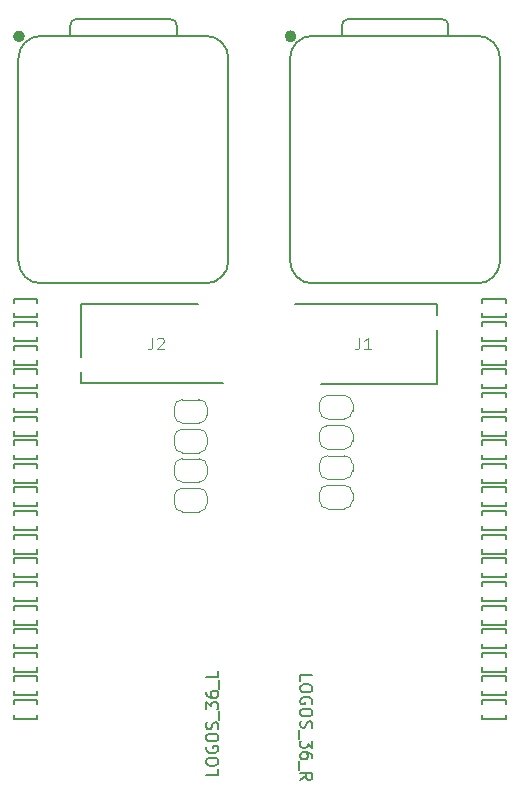
<source format=gto>
%TF.GenerationSoftware,KiCad,Pcbnew,9.0.7-1.fc43*%
%TF.CreationDate,2026-02-09T10:12:15+11:00*%
%TF.ProjectId,keyboard-split-splay-5x3+2-pinky-cluster,6b657962-6f61-4726-942d-73706c69742d,rev?*%
%TF.SameCoordinates,Original*%
%TF.FileFunction,Legend,Top*%
%TF.FilePolarity,Positive*%
%FSLAX46Y46*%
G04 Gerber Fmt 4.6, Leading zero omitted, Abs format (unit mm)*
G04 Created by KiCad (PCBNEW 9.0.7-1.fc43) date 2026-02-09 10:12:15*
%MOMM*%
%LPD*%
G01*
G04 APERTURE LIST*
%ADD10C,0.150000*%
%ADD11C,0.100000*%
%ADD12C,0.200000*%
%ADD13C,0.120000*%
%ADD14C,0.127000*%
%ADD15C,0.504000*%
G04 APERTURE END LIST*
D10*
X164319819Y-154537030D02*
X164319819Y-155013220D01*
X164319819Y-155013220D02*
X163319819Y-155013220D01*
X163319819Y-154013220D02*
X163319819Y-153822744D01*
X163319819Y-153822744D02*
X163367438Y-153727506D01*
X163367438Y-153727506D02*
X163462676Y-153632268D01*
X163462676Y-153632268D02*
X163653152Y-153584649D01*
X163653152Y-153584649D02*
X163986485Y-153584649D01*
X163986485Y-153584649D02*
X164176961Y-153632268D01*
X164176961Y-153632268D02*
X164272200Y-153727506D01*
X164272200Y-153727506D02*
X164319819Y-153822744D01*
X164319819Y-153822744D02*
X164319819Y-154013220D01*
X164319819Y-154013220D02*
X164272200Y-154108458D01*
X164272200Y-154108458D02*
X164176961Y-154203696D01*
X164176961Y-154203696D02*
X163986485Y-154251315D01*
X163986485Y-154251315D02*
X163653152Y-154251315D01*
X163653152Y-154251315D02*
X163462676Y-154203696D01*
X163462676Y-154203696D02*
X163367438Y-154108458D01*
X163367438Y-154108458D02*
X163319819Y-154013220D01*
X163367438Y-152632268D02*
X163319819Y-152727506D01*
X163319819Y-152727506D02*
X163319819Y-152870363D01*
X163319819Y-152870363D02*
X163367438Y-153013220D01*
X163367438Y-153013220D02*
X163462676Y-153108458D01*
X163462676Y-153108458D02*
X163557914Y-153156077D01*
X163557914Y-153156077D02*
X163748390Y-153203696D01*
X163748390Y-153203696D02*
X163891247Y-153203696D01*
X163891247Y-153203696D02*
X164081723Y-153156077D01*
X164081723Y-153156077D02*
X164176961Y-153108458D01*
X164176961Y-153108458D02*
X164272200Y-153013220D01*
X164272200Y-153013220D02*
X164319819Y-152870363D01*
X164319819Y-152870363D02*
X164319819Y-152775125D01*
X164319819Y-152775125D02*
X164272200Y-152632268D01*
X164272200Y-152632268D02*
X164224580Y-152584649D01*
X164224580Y-152584649D02*
X163891247Y-152584649D01*
X163891247Y-152584649D02*
X163891247Y-152775125D01*
X163319819Y-151965601D02*
X163319819Y-151775125D01*
X163319819Y-151775125D02*
X163367438Y-151679887D01*
X163367438Y-151679887D02*
X163462676Y-151584649D01*
X163462676Y-151584649D02*
X163653152Y-151537030D01*
X163653152Y-151537030D02*
X163986485Y-151537030D01*
X163986485Y-151537030D02*
X164176961Y-151584649D01*
X164176961Y-151584649D02*
X164272200Y-151679887D01*
X164272200Y-151679887D02*
X164319819Y-151775125D01*
X164319819Y-151775125D02*
X164319819Y-151965601D01*
X164319819Y-151965601D02*
X164272200Y-152060839D01*
X164272200Y-152060839D02*
X164176961Y-152156077D01*
X164176961Y-152156077D02*
X163986485Y-152203696D01*
X163986485Y-152203696D02*
X163653152Y-152203696D01*
X163653152Y-152203696D02*
X163462676Y-152156077D01*
X163462676Y-152156077D02*
X163367438Y-152060839D01*
X163367438Y-152060839D02*
X163319819Y-151965601D01*
X164272200Y-151156077D02*
X164319819Y-151013220D01*
X164319819Y-151013220D02*
X164319819Y-150775125D01*
X164319819Y-150775125D02*
X164272200Y-150679887D01*
X164272200Y-150679887D02*
X164224580Y-150632268D01*
X164224580Y-150632268D02*
X164129342Y-150584649D01*
X164129342Y-150584649D02*
X164034104Y-150584649D01*
X164034104Y-150584649D02*
X163938866Y-150632268D01*
X163938866Y-150632268D02*
X163891247Y-150679887D01*
X163891247Y-150679887D02*
X163843628Y-150775125D01*
X163843628Y-150775125D02*
X163796009Y-150965601D01*
X163796009Y-150965601D02*
X163748390Y-151060839D01*
X163748390Y-151060839D02*
X163700771Y-151108458D01*
X163700771Y-151108458D02*
X163605533Y-151156077D01*
X163605533Y-151156077D02*
X163510295Y-151156077D01*
X163510295Y-151156077D02*
X163415057Y-151108458D01*
X163415057Y-151108458D02*
X163367438Y-151060839D01*
X163367438Y-151060839D02*
X163319819Y-150965601D01*
X163319819Y-150965601D02*
X163319819Y-150727506D01*
X163319819Y-150727506D02*
X163367438Y-150584649D01*
X164415057Y-150394173D02*
X164415057Y-149632268D01*
X163319819Y-149489410D02*
X163319819Y-148870363D01*
X163319819Y-148870363D02*
X163700771Y-149203696D01*
X163700771Y-149203696D02*
X163700771Y-149060839D01*
X163700771Y-149060839D02*
X163748390Y-148965601D01*
X163748390Y-148965601D02*
X163796009Y-148917982D01*
X163796009Y-148917982D02*
X163891247Y-148870363D01*
X163891247Y-148870363D02*
X164129342Y-148870363D01*
X164129342Y-148870363D02*
X164224580Y-148917982D01*
X164224580Y-148917982D02*
X164272200Y-148965601D01*
X164272200Y-148965601D02*
X164319819Y-149060839D01*
X164319819Y-149060839D02*
X164319819Y-149346553D01*
X164319819Y-149346553D02*
X164272200Y-149441791D01*
X164272200Y-149441791D02*
X164224580Y-149489410D01*
X163319819Y-148013220D02*
X163319819Y-148203696D01*
X163319819Y-148203696D02*
X163367438Y-148298934D01*
X163367438Y-148298934D02*
X163415057Y-148346553D01*
X163415057Y-148346553D02*
X163557914Y-148441791D01*
X163557914Y-148441791D02*
X163748390Y-148489410D01*
X163748390Y-148489410D02*
X164129342Y-148489410D01*
X164129342Y-148489410D02*
X164224580Y-148441791D01*
X164224580Y-148441791D02*
X164272200Y-148394172D01*
X164272200Y-148394172D02*
X164319819Y-148298934D01*
X164319819Y-148298934D02*
X164319819Y-148108458D01*
X164319819Y-148108458D02*
X164272200Y-148013220D01*
X164272200Y-148013220D02*
X164224580Y-147965601D01*
X164224580Y-147965601D02*
X164129342Y-147917982D01*
X164129342Y-147917982D02*
X163891247Y-147917982D01*
X163891247Y-147917982D02*
X163796009Y-147965601D01*
X163796009Y-147965601D02*
X163748390Y-148013220D01*
X163748390Y-148013220D02*
X163700771Y-148108458D01*
X163700771Y-148108458D02*
X163700771Y-148298934D01*
X163700771Y-148298934D02*
X163748390Y-148394172D01*
X163748390Y-148394172D02*
X163796009Y-148441791D01*
X163796009Y-148441791D02*
X163891247Y-148489410D01*
X164415057Y-147727506D02*
X164415057Y-146965601D01*
X164319819Y-146251315D02*
X164319819Y-146727505D01*
X164319819Y-146727505D02*
X163319819Y-146727505D01*
X171280180Y-147087969D02*
X171280180Y-146611779D01*
X171280180Y-146611779D02*
X172280180Y-146611779D01*
X172280180Y-147611779D02*
X172280180Y-147802255D01*
X172280180Y-147802255D02*
X172232561Y-147897493D01*
X172232561Y-147897493D02*
X172137323Y-147992731D01*
X172137323Y-147992731D02*
X171946847Y-148040350D01*
X171946847Y-148040350D02*
X171613514Y-148040350D01*
X171613514Y-148040350D02*
X171423038Y-147992731D01*
X171423038Y-147992731D02*
X171327800Y-147897493D01*
X171327800Y-147897493D02*
X171280180Y-147802255D01*
X171280180Y-147802255D02*
X171280180Y-147611779D01*
X171280180Y-147611779D02*
X171327800Y-147516541D01*
X171327800Y-147516541D02*
X171423038Y-147421303D01*
X171423038Y-147421303D02*
X171613514Y-147373684D01*
X171613514Y-147373684D02*
X171946847Y-147373684D01*
X171946847Y-147373684D02*
X172137323Y-147421303D01*
X172137323Y-147421303D02*
X172232561Y-147516541D01*
X172232561Y-147516541D02*
X172280180Y-147611779D01*
X172232561Y-148992731D02*
X172280180Y-148897493D01*
X172280180Y-148897493D02*
X172280180Y-148754636D01*
X172280180Y-148754636D02*
X172232561Y-148611779D01*
X172232561Y-148611779D02*
X172137323Y-148516541D01*
X172137323Y-148516541D02*
X172042085Y-148468922D01*
X172042085Y-148468922D02*
X171851609Y-148421303D01*
X171851609Y-148421303D02*
X171708752Y-148421303D01*
X171708752Y-148421303D02*
X171518276Y-148468922D01*
X171518276Y-148468922D02*
X171423038Y-148516541D01*
X171423038Y-148516541D02*
X171327800Y-148611779D01*
X171327800Y-148611779D02*
X171280180Y-148754636D01*
X171280180Y-148754636D02*
X171280180Y-148849874D01*
X171280180Y-148849874D02*
X171327800Y-148992731D01*
X171327800Y-148992731D02*
X171375419Y-149040350D01*
X171375419Y-149040350D02*
X171708752Y-149040350D01*
X171708752Y-149040350D02*
X171708752Y-148849874D01*
X172280180Y-149659398D02*
X172280180Y-149849874D01*
X172280180Y-149849874D02*
X172232561Y-149945112D01*
X172232561Y-149945112D02*
X172137323Y-150040350D01*
X172137323Y-150040350D02*
X171946847Y-150087969D01*
X171946847Y-150087969D02*
X171613514Y-150087969D01*
X171613514Y-150087969D02*
X171423038Y-150040350D01*
X171423038Y-150040350D02*
X171327800Y-149945112D01*
X171327800Y-149945112D02*
X171280180Y-149849874D01*
X171280180Y-149849874D02*
X171280180Y-149659398D01*
X171280180Y-149659398D02*
X171327800Y-149564160D01*
X171327800Y-149564160D02*
X171423038Y-149468922D01*
X171423038Y-149468922D02*
X171613514Y-149421303D01*
X171613514Y-149421303D02*
X171946847Y-149421303D01*
X171946847Y-149421303D02*
X172137323Y-149468922D01*
X172137323Y-149468922D02*
X172232561Y-149564160D01*
X172232561Y-149564160D02*
X172280180Y-149659398D01*
X171327800Y-150468922D02*
X171280180Y-150611779D01*
X171280180Y-150611779D02*
X171280180Y-150849874D01*
X171280180Y-150849874D02*
X171327800Y-150945112D01*
X171327800Y-150945112D02*
X171375419Y-150992731D01*
X171375419Y-150992731D02*
X171470657Y-151040350D01*
X171470657Y-151040350D02*
X171565895Y-151040350D01*
X171565895Y-151040350D02*
X171661133Y-150992731D01*
X171661133Y-150992731D02*
X171708752Y-150945112D01*
X171708752Y-150945112D02*
X171756371Y-150849874D01*
X171756371Y-150849874D02*
X171803990Y-150659398D01*
X171803990Y-150659398D02*
X171851609Y-150564160D01*
X171851609Y-150564160D02*
X171899228Y-150516541D01*
X171899228Y-150516541D02*
X171994466Y-150468922D01*
X171994466Y-150468922D02*
X172089704Y-150468922D01*
X172089704Y-150468922D02*
X172184942Y-150516541D01*
X172184942Y-150516541D02*
X172232561Y-150564160D01*
X172232561Y-150564160D02*
X172280180Y-150659398D01*
X172280180Y-150659398D02*
X172280180Y-150897493D01*
X172280180Y-150897493D02*
X172232561Y-151040350D01*
X171184942Y-151230827D02*
X171184942Y-151992731D01*
X172280180Y-152135589D02*
X172280180Y-152754636D01*
X172280180Y-152754636D02*
X171899228Y-152421303D01*
X171899228Y-152421303D02*
X171899228Y-152564160D01*
X171899228Y-152564160D02*
X171851609Y-152659398D01*
X171851609Y-152659398D02*
X171803990Y-152707017D01*
X171803990Y-152707017D02*
X171708752Y-152754636D01*
X171708752Y-152754636D02*
X171470657Y-152754636D01*
X171470657Y-152754636D02*
X171375419Y-152707017D01*
X171375419Y-152707017D02*
X171327800Y-152659398D01*
X171327800Y-152659398D02*
X171280180Y-152564160D01*
X171280180Y-152564160D02*
X171280180Y-152278446D01*
X171280180Y-152278446D02*
X171327800Y-152183208D01*
X171327800Y-152183208D02*
X171375419Y-152135589D01*
X172280180Y-153611779D02*
X172280180Y-153421303D01*
X172280180Y-153421303D02*
X172232561Y-153326065D01*
X172232561Y-153326065D02*
X172184942Y-153278446D01*
X172184942Y-153278446D02*
X172042085Y-153183208D01*
X172042085Y-153183208D02*
X171851609Y-153135589D01*
X171851609Y-153135589D02*
X171470657Y-153135589D01*
X171470657Y-153135589D02*
X171375419Y-153183208D01*
X171375419Y-153183208D02*
X171327800Y-153230827D01*
X171327800Y-153230827D02*
X171280180Y-153326065D01*
X171280180Y-153326065D02*
X171280180Y-153516541D01*
X171280180Y-153516541D02*
X171327800Y-153611779D01*
X171327800Y-153611779D02*
X171375419Y-153659398D01*
X171375419Y-153659398D02*
X171470657Y-153707017D01*
X171470657Y-153707017D02*
X171708752Y-153707017D01*
X171708752Y-153707017D02*
X171803990Y-153659398D01*
X171803990Y-153659398D02*
X171851609Y-153611779D01*
X171851609Y-153611779D02*
X171899228Y-153516541D01*
X171899228Y-153516541D02*
X171899228Y-153326065D01*
X171899228Y-153326065D02*
X171851609Y-153230827D01*
X171851609Y-153230827D02*
X171803990Y-153183208D01*
X171803990Y-153183208D02*
X171708752Y-153135589D01*
X171184942Y-153897494D02*
X171184942Y-154659398D01*
X171280180Y-155468922D02*
X171756371Y-155135589D01*
X171280180Y-154897494D02*
X172280180Y-154897494D01*
X172280180Y-154897494D02*
X172280180Y-155278446D01*
X172280180Y-155278446D02*
X172232561Y-155373684D01*
X172232561Y-155373684D02*
X172184942Y-155421303D01*
X172184942Y-155421303D02*
X172089704Y-155468922D01*
X172089704Y-155468922D02*
X171946847Y-155468922D01*
X171946847Y-155468922D02*
X171851609Y-155421303D01*
X171851609Y-155421303D02*
X171803990Y-155373684D01*
X171803990Y-155373684D02*
X171756371Y-155278446D01*
X171756371Y-155278446D02*
X171756371Y-154897494D01*
D11*
X176266666Y-118007419D02*
X176266666Y-118721704D01*
X176266666Y-118721704D02*
X176219047Y-118864561D01*
X176219047Y-118864561D02*
X176123809Y-118959800D01*
X176123809Y-118959800D02*
X175980952Y-119007419D01*
X175980952Y-119007419D02*
X175885714Y-119007419D01*
X177266666Y-119007419D02*
X176695238Y-119007419D01*
X176980952Y-119007419D02*
X176980952Y-118007419D01*
X176980952Y-118007419D02*
X176885714Y-118150276D01*
X176885714Y-118150276D02*
X176790476Y-118245514D01*
X176790476Y-118245514D02*
X176695238Y-118293133D01*
X158741666Y-118007419D02*
X158741666Y-118721704D01*
X158741666Y-118721704D02*
X158694047Y-118864561D01*
X158694047Y-118864561D02*
X158598809Y-118959800D01*
X158598809Y-118959800D02*
X158455952Y-119007419D01*
X158455952Y-119007419D02*
X158360714Y-119007419D01*
X159170238Y-118102657D02*
X159217857Y-118055038D01*
X159217857Y-118055038D02*
X159313095Y-118007419D01*
X159313095Y-118007419D02*
X159551190Y-118007419D01*
X159551190Y-118007419D02*
X159646428Y-118055038D01*
X159646428Y-118055038D02*
X159694047Y-118102657D01*
X159694047Y-118102657D02*
X159741666Y-118197895D01*
X159741666Y-118197895D02*
X159741666Y-118293133D01*
X159741666Y-118293133D02*
X159694047Y-118435990D01*
X159694047Y-118435990D02*
X159122619Y-119007419D01*
X159122619Y-119007419D02*
X159741666Y-119007419D01*
D12*
%TO.C,D9*%
X186695000Y-128700000D02*
X186695000Y-129060000D01*
X186695000Y-128700000D02*
X188695000Y-128700000D01*
X186695000Y-129940000D02*
X186695000Y-130300000D01*
X188695000Y-128700000D02*
X188695000Y-129060000D01*
X188695000Y-129940000D02*
X188695000Y-130300000D01*
X188695000Y-130300000D02*
X186695000Y-130300000D01*
%TO.C,D29*%
X147000000Y-132700000D02*
X149000000Y-132700000D01*
X147000000Y-133060000D02*
X147000000Y-132700000D01*
X147000000Y-134300000D02*
X147000000Y-133940000D01*
X149000000Y-133060000D02*
X149000000Y-132700000D01*
X149000000Y-134300000D02*
X147000000Y-134300000D01*
X149000000Y-134300000D02*
X149000000Y-133940000D01*
%TO.C,D24*%
X147000000Y-142700000D02*
X149000000Y-142700000D01*
X147000000Y-143060000D02*
X147000000Y-142700000D01*
X147000000Y-144300000D02*
X147000000Y-143940000D01*
X149000000Y-143060000D02*
X149000000Y-142700000D01*
X149000000Y-144300000D02*
X147000000Y-144300000D01*
X149000000Y-144300000D02*
X149000000Y-143940000D01*
%TO.C,D20*%
X147000000Y-116700000D02*
X149000000Y-116700000D01*
X147000000Y-117060000D02*
X147000000Y-116700000D01*
X147000000Y-118300000D02*
X147000000Y-117940000D01*
X149000000Y-117060000D02*
X149000000Y-116700000D01*
X149000000Y-118300000D02*
X147000000Y-118300000D01*
X149000000Y-118300000D02*
X149000000Y-117940000D01*
%TO.C,D18*%
X186695000Y-114700000D02*
X186695000Y-115060000D01*
X186695000Y-114700000D02*
X188695000Y-114700000D01*
X186695000Y-115940000D02*
X186695000Y-116300000D01*
X188695000Y-114700000D02*
X188695000Y-115060000D01*
X188695000Y-115940000D02*
X188695000Y-116300000D01*
X188695000Y-116300000D02*
X186695000Y-116300000D01*
D13*
%TO.C,JP4*%
X160600000Y-132050000D02*
X160600000Y-131450000D01*
X161300000Y-130750000D02*
X162700000Y-130750000D01*
X162700000Y-132750000D02*
X161300000Y-132750000D01*
X163400000Y-131450000D02*
X163400000Y-132050000D01*
X160600000Y-131450000D02*
G75*
G02*
X161300000Y-130750000I699999J1D01*
G01*
X161300000Y-132750000D02*
G75*
G02*
X160600000Y-132050000I-1J699999D01*
G01*
X162700000Y-130750000D02*
G75*
G02*
X163400000Y-131450000I0J-700000D01*
G01*
X163400000Y-132050000D02*
G75*
G02*
X162700000Y-132750000I-700000J0D01*
G01*
D12*
%TO.C,D11*%
X186695000Y-148700000D02*
X186695000Y-149060000D01*
X186695000Y-148700000D02*
X188695000Y-148700000D01*
X186695000Y-149940000D02*
X186695000Y-150300000D01*
X188695000Y-148700000D02*
X188695000Y-149060000D01*
X188695000Y-149940000D02*
X188695000Y-150300000D01*
X188695000Y-150300000D02*
X186695000Y-150300000D01*
%TO.C,D6*%
X186695000Y-122700000D02*
X186695000Y-123060000D01*
X186695000Y-122700000D02*
X188695000Y-122700000D01*
X186695000Y-123940000D02*
X186695000Y-124300000D01*
X188695000Y-122700000D02*
X188695000Y-123060000D01*
X188695000Y-123940000D02*
X188695000Y-124300000D01*
X188695000Y-124300000D02*
X186695000Y-124300000D01*
D13*
%TO.C,JP1*%
X160600000Y-129550000D02*
X160600000Y-128950000D01*
X161300000Y-128250000D02*
X162700000Y-128250000D01*
X162700000Y-130250000D02*
X161300000Y-130250000D01*
X163400000Y-128950000D02*
X163400000Y-129550000D01*
X160600000Y-128950000D02*
G75*
G02*
X161300000Y-128250000I699999J1D01*
G01*
X161300000Y-130250000D02*
G75*
G02*
X160600000Y-129550000I-1J699999D01*
G01*
X162700000Y-128250000D02*
G75*
G02*
X163400000Y-128950000I0J-700000D01*
G01*
X163400000Y-129550000D02*
G75*
G02*
X162700000Y-130250000I-700000J0D01*
G01*
D12*
%TO.C,D22*%
X147000000Y-120700000D02*
X149000000Y-120700000D01*
X147000000Y-121060000D02*
X147000000Y-120700000D01*
X147000000Y-122300000D02*
X147000000Y-121940000D01*
X149000000Y-121060000D02*
X149000000Y-120700000D01*
X149000000Y-122300000D02*
X147000000Y-122300000D01*
X149000000Y-122300000D02*
X149000000Y-121940000D01*
D13*
%TO.C,JP3*%
X160600000Y-124550000D02*
X160600000Y-123950000D01*
X161300000Y-123250000D02*
X162700000Y-123250000D01*
X162700000Y-125250000D02*
X161300000Y-125250000D01*
X163400000Y-123950000D02*
X163400000Y-124550000D01*
X160600000Y-123950000D02*
G75*
G02*
X161300000Y-123250000I699999J1D01*
G01*
X161300000Y-125250000D02*
G75*
G02*
X160600000Y-124550000I-1J699999D01*
G01*
X162700000Y-123250000D02*
G75*
G02*
X163400000Y-123950000I0J-700000D01*
G01*
X163400000Y-124550000D02*
G75*
G02*
X162700000Y-125250000I-700000J0D01*
G01*
D12*
%TO.C,D15*%
X186695000Y-124700000D02*
X186695000Y-125060000D01*
X186695000Y-124700000D02*
X188695000Y-124700000D01*
X186695000Y-125940000D02*
X186695000Y-126300000D01*
X188695000Y-124700000D02*
X188695000Y-125060000D01*
X188695000Y-125940000D02*
X188695000Y-126300000D01*
X188695000Y-126300000D02*
X186695000Y-126300000D01*
D13*
%TO.C,JP7*%
X172900000Y-124200000D02*
X172900000Y-123600000D01*
X173600000Y-122900000D02*
X175000000Y-122900000D01*
X175000000Y-124900000D02*
X173600000Y-124900000D01*
X175700000Y-123600000D02*
X175700000Y-124200000D01*
X172900000Y-123600000D02*
G75*
G02*
X173600000Y-122900000I699999J1D01*
G01*
X173600000Y-124900000D02*
G75*
G02*
X172900000Y-124200000I-1J699999D01*
G01*
X175000000Y-122900000D02*
G75*
G02*
X175700000Y-123600000I0J-700000D01*
G01*
X175700000Y-124200000D02*
G75*
G02*
X175000000Y-124900000I-700000J0D01*
G01*
%TO.C,JP5*%
X172900000Y-129300000D02*
X172900000Y-128700000D01*
X173600000Y-128000000D02*
X175000000Y-128000000D01*
X175000000Y-130000000D02*
X173600000Y-130000000D01*
X175700000Y-128700000D02*
X175700000Y-129300000D01*
X172900000Y-128700000D02*
G75*
G02*
X173600000Y-128000000I699999J1D01*
G01*
X173600000Y-130000000D02*
G75*
G02*
X172900000Y-129300000I-1J699999D01*
G01*
X175000000Y-128000000D02*
G75*
G02*
X175700000Y-128700000I0J-700000D01*
G01*
X175700000Y-129300000D02*
G75*
G02*
X175000000Y-130000000I-700000J0D01*
G01*
D12*
%TO.C,J1*%
X170850000Y-115200000D02*
X182850000Y-115200000D01*
X173000000Y-121900000D02*
X182850000Y-121900000D01*
X182850000Y-115200000D02*
X182850000Y-116100000D01*
X182850000Y-117400000D02*
X182850000Y-121900000D01*
%TO.C,D3*%
X186695000Y-120700000D02*
X186695000Y-121060000D01*
X186695000Y-120700000D02*
X188695000Y-120700000D01*
X186695000Y-121940000D02*
X186695000Y-122300000D01*
X188695000Y-120700000D02*
X188695000Y-121060000D01*
X188695000Y-121940000D02*
X188695000Y-122300000D01*
X188695000Y-122300000D02*
X186695000Y-122300000D01*
%TO.C,D36*%
X147000000Y-146700000D02*
X149000000Y-146700000D01*
X147000000Y-147060000D02*
X147000000Y-146700000D01*
X147000000Y-148300000D02*
X147000000Y-147940000D01*
X149000000Y-147060000D02*
X149000000Y-146700000D01*
X149000000Y-148300000D02*
X147000000Y-148300000D01*
X149000000Y-148300000D02*
X149000000Y-147940000D01*
D13*
%TO.C,JP8*%
X172900000Y-131800000D02*
X172900000Y-131200000D01*
X173600000Y-130500000D02*
X175000000Y-130500000D01*
X175000000Y-132500000D02*
X173600000Y-132500000D01*
X175700000Y-131200000D02*
X175700000Y-131800000D01*
X172900000Y-131200000D02*
G75*
G02*
X173600000Y-130500000I699999J1D01*
G01*
X173600000Y-132500000D02*
G75*
G02*
X172900000Y-131800000I-1J699999D01*
G01*
X175000000Y-130500000D02*
G75*
G02*
X175700000Y-131200000I0J-700000D01*
G01*
X175700000Y-131800000D02*
G75*
G02*
X175000000Y-132500000I-700000J0D01*
G01*
D12*
%TO.C,D8*%
X186695000Y-132700000D02*
X186695000Y-133060000D01*
X186695000Y-132700000D02*
X188695000Y-132700000D01*
X186695000Y-133940000D02*
X186695000Y-134300000D01*
X188695000Y-132700000D02*
X188695000Y-133060000D01*
X188695000Y-133940000D02*
X188695000Y-134300000D01*
X188695000Y-134300000D02*
X186695000Y-134300000D01*
D13*
%TO.C,JP6*%
X172900000Y-126750000D02*
X172900000Y-126150000D01*
X173600000Y-125450000D02*
X175000000Y-125450000D01*
X175000000Y-127450000D02*
X173600000Y-127450000D01*
X175700000Y-126150000D02*
X175700000Y-126750000D01*
X172900000Y-126150000D02*
G75*
G02*
X173600000Y-125450000I699999J1D01*
G01*
X173600000Y-127450000D02*
G75*
G02*
X172900000Y-126750000I-1J699999D01*
G01*
X175000000Y-125450000D02*
G75*
G02*
X175700000Y-126150000I0J-700000D01*
G01*
X175700000Y-126750000D02*
G75*
G02*
X175000000Y-127450000I-700000J0D01*
G01*
D12*
%TO.C,D12*%
X186695000Y-134700000D02*
X186695000Y-135060000D01*
X186695000Y-134700000D02*
X188695000Y-134700000D01*
X186695000Y-135940000D02*
X186695000Y-136300000D01*
X188695000Y-134700000D02*
X188695000Y-135060000D01*
X188695000Y-135940000D02*
X188695000Y-136300000D01*
X188695000Y-136300000D02*
X186695000Y-136300000D01*
%TO.C,D7*%
X186695000Y-144700000D02*
X186695000Y-145060000D01*
X186695000Y-144700000D02*
X188695000Y-144700000D01*
X186695000Y-145940000D02*
X186695000Y-146300000D01*
X188695000Y-144700000D02*
X188695000Y-145060000D01*
X188695000Y-145940000D02*
X188695000Y-146300000D01*
X188695000Y-146300000D02*
X186695000Y-146300000D01*
%TO.C,D19*%
X147000000Y-114700000D02*
X149000000Y-114700000D01*
X147000000Y-115060000D02*
X147000000Y-114700000D01*
X147000000Y-116300000D02*
X147000000Y-115940000D01*
X149000000Y-115060000D02*
X149000000Y-114700000D01*
X149000000Y-116300000D02*
X147000000Y-116300000D01*
X149000000Y-116300000D02*
X149000000Y-115940000D01*
D14*
%TO.C,U1*%
X170410000Y-111509000D02*
X170410000Y-94364000D01*
X172315000Y-113414000D02*
X186285000Y-113414000D01*
X174805000Y-92459000D02*
X174808728Y-91548728D01*
X175308728Y-91049000D02*
X183304000Y-91049000D01*
X183804000Y-91549000D02*
X183804000Y-92459000D01*
D11*
X186285000Y-92459000D02*
X172315000Y-92459000D01*
D14*
X186285000Y-92459000D02*
X172315000Y-92459000D01*
X188190000Y-111509000D02*
X188190000Y-94364000D01*
X170410000Y-94364000D02*
G75*
G02*
X172315000Y-92459000I1905001J-1D01*
G01*
X172315000Y-113414000D02*
G75*
G02*
X170410000Y-111509000I1J1905001D01*
G01*
X174808728Y-91548728D02*
G75*
G02*
X175308728Y-91049001I500018J-291D01*
G01*
X183304000Y-91049000D02*
G75*
G02*
X183804000Y-91549000I0J-500000D01*
G01*
X186285000Y-92459000D02*
G75*
G02*
X188190000Y-94364000I0J-1905000D01*
G01*
X188190000Y-111509000D02*
G75*
G02*
X186285000Y-113414000I-1905000J0D01*
G01*
D15*
X170706000Y-92500000D02*
G75*
G02*
X170202000Y-92500000I-252000J0D01*
G01*
X170202000Y-92500000D02*
G75*
G02*
X170706000Y-92500000I252000J0D01*
G01*
D12*
%TO.C,D27*%
X147000000Y-128700000D02*
X149000000Y-128700000D01*
X147000000Y-129060000D02*
X147000000Y-128700000D01*
X147000000Y-130300000D02*
X147000000Y-129940000D01*
X149000000Y-129060000D02*
X149000000Y-128700000D01*
X149000000Y-130300000D02*
X147000000Y-130300000D01*
X149000000Y-130300000D02*
X149000000Y-129940000D01*
%TO.C,D17*%
X186695000Y-116700000D02*
X186695000Y-117060000D01*
X186695000Y-116700000D02*
X188695000Y-116700000D01*
X186695000Y-117940000D02*
X186695000Y-118300000D01*
X188695000Y-116700000D02*
X188695000Y-117060000D01*
X188695000Y-117940000D02*
X188695000Y-118300000D01*
X188695000Y-118300000D02*
X186695000Y-118300000D01*
%TO.C,D2*%
X186695000Y-130700000D02*
X186695000Y-131060000D01*
X186695000Y-130700000D02*
X188695000Y-130700000D01*
X186695000Y-131940000D02*
X186695000Y-132300000D01*
X188695000Y-130700000D02*
X188695000Y-131060000D01*
X188695000Y-131940000D02*
X188695000Y-132300000D01*
X188695000Y-132300000D02*
X186695000Y-132300000D01*
%TO.C,D35*%
X147000000Y-148700000D02*
X149000000Y-148700000D01*
X147000000Y-149060000D02*
X147000000Y-148700000D01*
X147000000Y-150300000D02*
X147000000Y-149940000D01*
X149000000Y-149060000D02*
X149000000Y-148700000D01*
X149000000Y-150300000D02*
X147000000Y-150300000D01*
X149000000Y-150300000D02*
X149000000Y-149940000D01*
%TO.C,D33*%
X147000000Y-138700000D02*
X149000000Y-138700000D01*
X147000000Y-139060000D02*
X147000000Y-138700000D01*
X147000000Y-140300000D02*
X147000000Y-139940000D01*
X149000000Y-139060000D02*
X149000000Y-138700000D01*
X149000000Y-140300000D02*
X147000000Y-140300000D01*
X149000000Y-140300000D02*
X149000000Y-139940000D01*
%TO.C,J2*%
X152750000Y-119650000D02*
X152750000Y-115150000D01*
X152750000Y-121850000D02*
X152750000Y-120950000D01*
X162600000Y-115150000D02*
X152750000Y-115150000D01*
X164750000Y-121850000D02*
X152750000Y-121850000D01*
%TO.C,D28*%
X147000000Y-130700000D02*
X149000000Y-130700000D01*
X147000000Y-131060000D02*
X147000000Y-130700000D01*
X147000000Y-132300000D02*
X147000000Y-131940000D01*
X149000000Y-131060000D02*
X149000000Y-130700000D01*
X149000000Y-132300000D02*
X147000000Y-132300000D01*
X149000000Y-132300000D02*
X149000000Y-131940000D01*
%TO.C,D10*%
X186695000Y-126700000D02*
X186695000Y-127060000D01*
X186695000Y-126700000D02*
X188695000Y-126700000D01*
X186695000Y-127940000D02*
X186695000Y-128300000D01*
X188695000Y-126700000D02*
X188695000Y-127060000D01*
X188695000Y-127940000D02*
X188695000Y-128300000D01*
X188695000Y-128300000D02*
X186695000Y-128300000D01*
%TO.C,D34*%
X147000000Y-140700000D02*
X149000000Y-140700000D01*
X147000000Y-141060000D02*
X147000000Y-140700000D01*
X147000000Y-142300000D02*
X147000000Y-141940000D01*
X149000000Y-141060000D02*
X149000000Y-140700000D01*
X149000000Y-142300000D02*
X147000000Y-142300000D01*
X149000000Y-142300000D02*
X149000000Y-141940000D01*
D13*
%TO.C,JP2*%
X160600000Y-127050000D02*
X160600000Y-126450000D01*
X161300000Y-125750000D02*
X162700000Y-125750000D01*
X162700000Y-127750000D02*
X161300000Y-127750000D01*
X163400000Y-126450000D02*
X163400000Y-127050000D01*
X160600000Y-126450000D02*
G75*
G02*
X161300000Y-125750000I699999J1D01*
G01*
X161300000Y-127750000D02*
G75*
G02*
X160600000Y-127050000I-1J699999D01*
G01*
X162700000Y-125750000D02*
G75*
G02*
X163400000Y-126450000I0J-700000D01*
G01*
X163400000Y-127050000D02*
G75*
G02*
X162700000Y-127750000I-700000J0D01*
G01*
D12*
%TO.C,D26*%
X147000000Y-126700000D02*
X149000000Y-126700000D01*
X147000000Y-127060000D02*
X147000000Y-126700000D01*
X147000000Y-128300000D02*
X147000000Y-127940000D01*
X149000000Y-127060000D02*
X149000000Y-126700000D01*
X149000000Y-128300000D02*
X147000000Y-128300000D01*
X149000000Y-128300000D02*
X149000000Y-127940000D01*
%TO.C,D13*%
X186695000Y-140700000D02*
X186695000Y-141060000D01*
X186695000Y-140700000D02*
X188695000Y-140700000D01*
X186695000Y-141940000D02*
X186695000Y-142300000D01*
X188695000Y-140700000D02*
X188695000Y-141060000D01*
X188695000Y-141940000D02*
X188695000Y-142300000D01*
X188695000Y-142300000D02*
X186695000Y-142300000D01*
%TO.C,D25*%
X147000000Y-124700000D02*
X149000000Y-124700000D01*
X147000000Y-125060000D02*
X147000000Y-124700000D01*
X147000000Y-126300000D02*
X147000000Y-125940000D01*
X149000000Y-125060000D02*
X149000000Y-124700000D01*
X149000000Y-126300000D02*
X147000000Y-126300000D01*
X149000000Y-126300000D02*
X149000000Y-125940000D01*
%TO.C,D31*%
X147000000Y-134700000D02*
X149000000Y-134700000D01*
X147000000Y-135060000D02*
X147000000Y-134700000D01*
X147000000Y-136300000D02*
X147000000Y-135940000D01*
X149000000Y-135060000D02*
X149000000Y-134700000D01*
X149000000Y-136300000D02*
X147000000Y-136300000D01*
X149000000Y-136300000D02*
X149000000Y-135940000D01*
%TO.C,D4*%
X186695000Y-118700000D02*
X186695000Y-119060000D01*
X186695000Y-118700000D02*
X188695000Y-118700000D01*
X186695000Y-119940000D02*
X186695000Y-120300000D01*
X188695000Y-118700000D02*
X188695000Y-119060000D01*
X188695000Y-119940000D02*
X188695000Y-120300000D01*
X188695000Y-120300000D02*
X186695000Y-120300000D01*
%TO.C,D21*%
X147000000Y-118700000D02*
X149000000Y-118700000D01*
X147000000Y-119060000D02*
X147000000Y-118700000D01*
X147000000Y-120300000D02*
X147000000Y-119940000D01*
X149000000Y-119060000D02*
X149000000Y-118700000D01*
X149000000Y-120300000D02*
X147000000Y-120300000D01*
X149000000Y-120300000D02*
X149000000Y-119940000D01*
%TO.C,D30*%
X147000000Y-144700000D02*
X149000000Y-144700000D01*
X147000000Y-145060000D02*
X147000000Y-144700000D01*
X147000000Y-146300000D02*
X147000000Y-145940000D01*
X149000000Y-145060000D02*
X149000000Y-144700000D01*
X149000000Y-146300000D02*
X147000000Y-146300000D01*
X149000000Y-146300000D02*
X149000000Y-145940000D01*
%TO.C,D1*%
X186695000Y-142700000D02*
X186695000Y-143060000D01*
X186695000Y-142700000D02*
X188695000Y-142700000D01*
X186695000Y-143940000D02*
X186695000Y-144300000D01*
X188695000Y-142700000D02*
X188695000Y-143060000D01*
X188695000Y-143940000D02*
X188695000Y-144300000D01*
X188695000Y-144300000D02*
X186695000Y-144300000D01*
%TO.C,D16*%
X186695000Y-146700000D02*
X186695000Y-147060000D01*
X186695000Y-146700000D02*
X188695000Y-146700000D01*
X186695000Y-147940000D02*
X186695000Y-148300000D01*
X188695000Y-146700000D02*
X188695000Y-147060000D01*
X188695000Y-147940000D02*
X188695000Y-148300000D01*
X188695000Y-148300000D02*
X186695000Y-148300000D01*
D14*
%TO.C,U2*%
X147410000Y-111509000D02*
X147410000Y-94364000D01*
X149315000Y-113414000D02*
X163285000Y-113414000D01*
X151805000Y-92459000D02*
X151808728Y-91548728D01*
X152308728Y-91049000D02*
X160304000Y-91049000D01*
X160804000Y-91549000D02*
X160804000Y-92459000D01*
D11*
X163285000Y-92459000D02*
X149315000Y-92459000D01*
D14*
X163285000Y-92459000D02*
X149315000Y-92459000D01*
X165190000Y-111509000D02*
X165190000Y-94364000D01*
X147410000Y-94364000D02*
G75*
G02*
X149315000Y-92459000I1905001J-1D01*
G01*
X149315000Y-113414000D02*
G75*
G02*
X147410000Y-111509000I1J1905001D01*
G01*
X151808728Y-91548728D02*
G75*
G02*
X152308728Y-91049001I500018J-291D01*
G01*
X160304000Y-91049000D02*
G75*
G02*
X160804000Y-91549000I0J-500000D01*
G01*
X163285000Y-92459000D02*
G75*
G02*
X165190000Y-94364000I0J-1905000D01*
G01*
X165190000Y-111509000D02*
G75*
G02*
X163285000Y-113414000I-1905000J0D01*
G01*
D15*
X147706000Y-92500000D02*
G75*
G02*
X147202000Y-92500000I-252000J0D01*
G01*
X147202000Y-92500000D02*
G75*
G02*
X147706000Y-92500000I252000J0D01*
G01*
D12*
%TO.C,D14*%
X186695000Y-138700000D02*
X186695000Y-139060000D01*
X186695000Y-138700000D02*
X188695000Y-138700000D01*
X186695000Y-139940000D02*
X186695000Y-140300000D01*
X188695000Y-138700000D02*
X188695000Y-139060000D01*
X188695000Y-139940000D02*
X188695000Y-140300000D01*
X188695000Y-140300000D02*
X186695000Y-140300000D01*
%TO.C,D32*%
X147000000Y-136700000D02*
X149000000Y-136700000D01*
X147000000Y-137060000D02*
X147000000Y-136700000D01*
X147000000Y-138300000D02*
X147000000Y-137940000D01*
X149000000Y-137060000D02*
X149000000Y-136700000D01*
X149000000Y-138300000D02*
X147000000Y-138300000D01*
X149000000Y-138300000D02*
X149000000Y-137940000D01*
%TO.C,D5*%
X186695000Y-136700000D02*
X186695000Y-137060000D01*
X186695000Y-136700000D02*
X188695000Y-136700000D01*
X186695000Y-137940000D02*
X186695000Y-138300000D01*
X188695000Y-136700000D02*
X188695000Y-137060000D01*
X188695000Y-137940000D02*
X188695000Y-138300000D01*
X188695000Y-138300000D02*
X186695000Y-138300000D01*
%TO.C,D23*%
X147000000Y-122700000D02*
X149000000Y-122700000D01*
X147000000Y-123060000D02*
X147000000Y-122700000D01*
X147000000Y-124300000D02*
X147000000Y-123940000D01*
X149000000Y-123060000D02*
X149000000Y-122700000D01*
X149000000Y-124300000D02*
X147000000Y-124300000D01*
X149000000Y-124300000D02*
X149000000Y-123940000D01*
%TD*%
%LPC*%
G36*
X156799409Y-167828369D02*
G01*
X156971466Y-167899637D01*
X157126313Y-168003102D01*
X157257999Y-168134788D01*
X157361464Y-168289635D01*
X157432732Y-168461692D01*
X157469064Y-168644346D01*
X157469064Y-168830578D01*
X157432732Y-169013232D01*
X157361464Y-169185289D01*
X157257999Y-169340136D01*
X157126313Y-169471822D01*
X156971466Y-169575287D01*
X156799409Y-169646555D01*
X156616755Y-169682887D01*
X156430523Y-169682887D01*
X156247869Y-169646555D01*
X156075812Y-169575287D01*
X155920965Y-169471822D01*
X155789279Y-169340136D01*
X155685814Y-169185289D01*
X155614546Y-169013232D01*
X155578214Y-168830578D01*
X155578214Y-168644346D01*
X155614546Y-168461692D01*
X155685814Y-168289635D01*
X155789279Y-168134788D01*
X155920965Y-168003102D01*
X156075812Y-167899637D01*
X156247869Y-167828369D01*
X156430523Y-167792037D01*
X156616755Y-167792037D01*
X156799409Y-167828369D01*
G37*
G36*
X179352131Y-167828369D02*
G01*
X179524188Y-167899637D01*
X179679035Y-168003102D01*
X179810721Y-168134788D01*
X179914186Y-168289635D01*
X179985454Y-168461692D01*
X180021786Y-168644346D01*
X180021786Y-168830578D01*
X179985454Y-169013232D01*
X179914186Y-169185289D01*
X179810721Y-169340136D01*
X179679035Y-169471822D01*
X179524188Y-169575287D01*
X179352131Y-169646555D01*
X179169477Y-169682887D01*
X178983245Y-169682887D01*
X178800591Y-169646555D01*
X178628534Y-169575287D01*
X178473687Y-169471822D01*
X178342001Y-169340136D01*
X178238536Y-169185289D01*
X178167268Y-169013232D01*
X178130936Y-168830578D01*
X178130936Y-168644346D01*
X178167268Y-168461692D01*
X178238536Y-168289635D01*
X178342001Y-168134788D01*
X178473687Y-168003102D01*
X178628534Y-167899637D01*
X178800591Y-167828369D01*
X178983245Y-167792037D01*
X179169477Y-167792037D01*
X179352131Y-167828369D01*
G37*
G36*
X152159690Y-164940351D02*
G01*
X152425023Y-165011447D01*
X152678806Y-165116567D01*
X152916697Y-165253914D01*
X153134626Y-165421136D01*
X153328864Y-165615374D01*
X153496086Y-165833303D01*
X153633433Y-166071194D01*
X153738553Y-166324977D01*
X153809649Y-166590310D01*
X153845504Y-166862653D01*
X153845504Y-167137347D01*
X153809649Y-167409690D01*
X153738553Y-167675023D01*
X153633433Y-167928806D01*
X153496086Y-168166697D01*
X153328864Y-168384626D01*
X153134626Y-168578864D01*
X152916697Y-168746086D01*
X152678806Y-168883433D01*
X152425023Y-168988553D01*
X152159690Y-169059649D01*
X151887347Y-169095504D01*
X151612653Y-169095504D01*
X151340310Y-169059649D01*
X151074977Y-168988553D01*
X150821194Y-168883433D01*
X150583303Y-168746086D01*
X150365374Y-168578864D01*
X150171136Y-168384626D01*
X150003914Y-168166697D01*
X149866567Y-167928806D01*
X149761447Y-167675023D01*
X149690351Y-167409690D01*
X149654496Y-167137347D01*
X149654496Y-166862653D01*
X149690351Y-166590310D01*
X149761447Y-166324977D01*
X149866567Y-166071194D01*
X150003914Y-165833303D01*
X150171136Y-165615374D01*
X150365374Y-165421136D01*
X150583303Y-165253914D01*
X150821194Y-165116567D01*
X151074977Y-165011447D01*
X151340310Y-164940351D01*
X151612653Y-164904496D01*
X151887347Y-164904496D01*
X152159690Y-164940351D01*
G37*
G36*
X184259690Y-164940351D02*
G01*
X184525023Y-165011447D01*
X184778806Y-165116567D01*
X185016697Y-165253914D01*
X185234626Y-165421136D01*
X185428864Y-165615374D01*
X185596086Y-165833303D01*
X185733433Y-166071194D01*
X185838553Y-166324977D01*
X185909649Y-166590310D01*
X185945504Y-166862653D01*
X185945504Y-167137347D01*
X185909649Y-167409690D01*
X185838553Y-167675023D01*
X185733433Y-167928806D01*
X185596086Y-168166697D01*
X185428864Y-168384626D01*
X185234626Y-168578864D01*
X185016697Y-168746086D01*
X184778806Y-168883433D01*
X184525023Y-168988553D01*
X184259690Y-169059649D01*
X183987347Y-169095504D01*
X183712653Y-169095504D01*
X183440310Y-169059649D01*
X183174977Y-168988553D01*
X182921194Y-168883433D01*
X182683303Y-168746086D01*
X182465374Y-168578864D01*
X182271136Y-168384626D01*
X182103914Y-168166697D01*
X181966567Y-167928806D01*
X181861447Y-167675023D01*
X181790351Y-167409690D01*
X181754496Y-167137347D01*
X181754496Y-166862653D01*
X181790351Y-166590310D01*
X181861447Y-166324977D01*
X181966567Y-166071194D01*
X182103914Y-165833303D01*
X182271136Y-165615374D01*
X182465374Y-165421136D01*
X182683303Y-165253914D01*
X182921194Y-165116567D01*
X183174977Y-165011447D01*
X183440310Y-164940351D01*
X183712653Y-164904496D01*
X183987347Y-164904496D01*
X184259690Y-164940351D01*
G37*
G36*
X179774553Y-164360485D02*
G01*
X180013333Y-164438070D01*
X180237038Y-164552053D01*
X180440157Y-164699627D01*
X180617690Y-164877160D01*
X180765264Y-165080279D01*
X180879247Y-165303984D01*
X180956832Y-165542764D01*
X180996108Y-165790742D01*
X180996108Y-166041812D01*
X180956832Y-166289790D01*
X180879247Y-166528570D01*
X180765264Y-166752275D01*
X180617690Y-166955394D01*
X180440157Y-167132927D01*
X180237038Y-167280501D01*
X180013333Y-167394484D01*
X179774553Y-167472069D01*
X179526575Y-167511345D01*
X179275505Y-167511345D01*
X179027527Y-167472069D01*
X178788747Y-167394484D01*
X178565042Y-167280501D01*
X178361923Y-167132927D01*
X178184390Y-166955394D01*
X178036816Y-166752275D01*
X177922833Y-166528570D01*
X177845248Y-166289790D01*
X177805972Y-166041812D01*
X177805972Y-165790742D01*
X177845248Y-165542764D01*
X177922833Y-165303984D01*
X178036816Y-165080279D01*
X178184390Y-164877160D01*
X178361923Y-164699627D01*
X178565042Y-164552053D01*
X178788747Y-164438070D01*
X179027527Y-164360485D01*
X179275505Y-164321209D01*
X179526575Y-164321209D01*
X179774553Y-164360485D01*
G37*
G36*
X147252131Y-164353445D02*
G01*
X147424188Y-164424713D01*
X147579035Y-164528178D01*
X147710721Y-164659864D01*
X147814186Y-164814711D01*
X147885454Y-164986768D01*
X147921786Y-165169422D01*
X147921786Y-165355654D01*
X147885454Y-165538308D01*
X147814186Y-165710365D01*
X147710721Y-165865212D01*
X147579035Y-165996898D01*
X147424188Y-166100363D01*
X147252131Y-166171631D01*
X147069477Y-166207963D01*
X146883245Y-166207963D01*
X146700591Y-166171631D01*
X146528534Y-166100363D01*
X146373687Y-165996898D01*
X146242001Y-165865212D01*
X146138536Y-165710365D01*
X146067268Y-165538308D01*
X146030936Y-165355654D01*
X146030936Y-165169422D01*
X146067268Y-164986768D01*
X146138536Y-164814711D01*
X146242001Y-164659864D01*
X146373687Y-164528178D01*
X146528534Y-164424713D01*
X146700591Y-164353445D01*
X146883245Y-164317113D01*
X147069477Y-164317113D01*
X147252131Y-164353445D01*
G37*
G36*
X188899409Y-164353445D02*
G01*
X189071466Y-164424713D01*
X189226313Y-164528178D01*
X189357999Y-164659864D01*
X189461464Y-164814711D01*
X189532732Y-164986768D01*
X189569064Y-165169422D01*
X189569064Y-165355654D01*
X189532732Y-165538308D01*
X189461464Y-165710365D01*
X189357999Y-165865212D01*
X189226313Y-165996898D01*
X189071466Y-166100363D01*
X188899409Y-166171631D01*
X188716755Y-166207963D01*
X188530523Y-166207963D01*
X188347869Y-166171631D01*
X188175812Y-166100363D01*
X188020965Y-165996898D01*
X187889279Y-165865212D01*
X187785814Y-165710365D01*
X187714546Y-165538308D01*
X187678214Y-165355654D01*
X187678214Y-165169422D01*
X187714546Y-164986768D01*
X187785814Y-164814711D01*
X187889279Y-164659864D01*
X188020965Y-164528178D01*
X188175812Y-164424713D01*
X188347869Y-164353445D01*
X188530523Y-164317113D01*
X188716755Y-164317113D01*
X188899409Y-164353445D01*
G37*
G36*
X149412015Y-161754292D02*
G01*
X149650795Y-161831877D01*
X149874500Y-161945860D01*
X150077619Y-162093434D01*
X150255152Y-162270967D01*
X150402726Y-162474086D01*
X150516709Y-162697791D01*
X150594294Y-162936571D01*
X150633570Y-163184549D01*
X150633570Y-163435619D01*
X150594294Y-163683597D01*
X150516709Y-163922377D01*
X150402726Y-164146082D01*
X150255152Y-164349201D01*
X150077619Y-164526734D01*
X149874500Y-164674308D01*
X149650795Y-164788291D01*
X149412015Y-164865876D01*
X149164037Y-164905152D01*
X148912967Y-164905152D01*
X148664989Y-164865876D01*
X148426209Y-164788291D01*
X148202504Y-164674308D01*
X147999385Y-164526734D01*
X147821852Y-164349201D01*
X147674278Y-164146082D01*
X147560295Y-163922377D01*
X147482710Y-163683597D01*
X147443434Y-163435619D01*
X147443434Y-163184549D01*
X147482710Y-162936571D01*
X147560295Y-162697791D01*
X147674278Y-162474086D01*
X147821852Y-162270967D01*
X147999385Y-162093434D01*
X148202504Y-161945860D01*
X148426209Y-161831877D01*
X148664989Y-161754292D01*
X148912967Y-161715016D01*
X149164037Y-161715016D01*
X149412015Y-161754292D01*
G37*
G36*
X156247796Y-161539301D02*
G01*
X156486576Y-161616886D01*
X156710281Y-161730869D01*
X156913400Y-161878443D01*
X157090933Y-162055976D01*
X157238507Y-162259095D01*
X157352490Y-162482800D01*
X157430075Y-162721580D01*
X157469351Y-162969558D01*
X157469351Y-163220628D01*
X157430075Y-163468606D01*
X157352490Y-163707386D01*
X157238507Y-163931091D01*
X157090933Y-164134210D01*
X156913400Y-164311743D01*
X156710281Y-164459317D01*
X156486576Y-164573300D01*
X156247796Y-164650885D01*
X155999818Y-164690161D01*
X155748748Y-164690161D01*
X155500770Y-164650885D01*
X155261990Y-164573300D01*
X155038285Y-164459317D01*
X154835166Y-164311743D01*
X154657633Y-164134210D01*
X154510059Y-163931091D01*
X154396076Y-163707386D01*
X154318491Y-163468606D01*
X154279215Y-163220628D01*
X154279215Y-162969558D01*
X154318491Y-162721580D01*
X154396076Y-162482800D01*
X154510059Y-162259095D01*
X154657633Y-162055976D01*
X154835166Y-161878443D01*
X155038285Y-161730869D01*
X155261990Y-161616886D01*
X155500770Y-161539301D01*
X155748748Y-161500025D01*
X155999818Y-161500025D01*
X156247796Y-161539301D01*
G37*
G36*
X132009690Y-159440351D02*
G01*
X132275023Y-159511447D01*
X132528806Y-159616567D01*
X132766697Y-159753914D01*
X132984626Y-159921136D01*
X133178864Y-160115374D01*
X133346086Y-160333303D01*
X133483433Y-160571194D01*
X133588553Y-160824977D01*
X133659649Y-161090310D01*
X133695504Y-161362653D01*
X133695504Y-161637347D01*
X133659649Y-161909690D01*
X133588553Y-162175023D01*
X133483433Y-162428806D01*
X133346086Y-162666697D01*
X133178864Y-162884626D01*
X132984626Y-163078864D01*
X132766697Y-163246086D01*
X132528806Y-163383433D01*
X132275023Y-163488553D01*
X132009690Y-163559649D01*
X131737347Y-163595504D01*
X131462653Y-163595504D01*
X131190310Y-163559649D01*
X130924977Y-163488553D01*
X130671194Y-163383433D01*
X130433303Y-163246086D01*
X130215374Y-163078864D01*
X130021136Y-162884626D01*
X129853914Y-162666697D01*
X129716567Y-162428806D01*
X129611447Y-162175023D01*
X129540351Y-161909690D01*
X129504496Y-161637347D01*
X129504496Y-161362653D01*
X129540351Y-161090310D01*
X129611447Y-160824977D01*
X129716567Y-160571194D01*
X129853914Y-160333303D01*
X130021136Y-160115374D01*
X130215374Y-159921136D01*
X130433303Y-159753914D01*
X130671194Y-159616567D01*
X130924977Y-159511447D01*
X131190310Y-159440351D01*
X131462653Y-159404496D01*
X131737347Y-159404496D01*
X132009690Y-159440351D01*
G37*
G36*
X204409690Y-159440351D02*
G01*
X204675023Y-159511447D01*
X204928806Y-159616567D01*
X205166697Y-159753914D01*
X205384626Y-159921136D01*
X205578864Y-160115374D01*
X205746086Y-160333303D01*
X205883433Y-160571194D01*
X205988553Y-160824977D01*
X206059649Y-161090310D01*
X206095504Y-161362653D01*
X206095504Y-161637347D01*
X206059649Y-161909690D01*
X205988553Y-162175023D01*
X205883433Y-162428806D01*
X205746086Y-162666697D01*
X205578864Y-162884626D01*
X205384626Y-163078864D01*
X205166697Y-163246086D01*
X204928806Y-163383433D01*
X204675023Y-163488553D01*
X204409690Y-163559649D01*
X204137347Y-163595504D01*
X203862653Y-163595504D01*
X203590310Y-163559649D01*
X203324977Y-163488553D01*
X203071194Y-163383433D01*
X202833303Y-163246086D01*
X202615374Y-163078864D01*
X202421136Y-162884626D01*
X202253914Y-162666697D01*
X202116567Y-162428806D01*
X202011447Y-162175023D01*
X201940351Y-161909690D01*
X201904496Y-161637347D01*
X201904496Y-161362653D01*
X201940351Y-161090310D01*
X202011447Y-160824977D01*
X202116567Y-160571194D01*
X202253914Y-160333303D01*
X202421136Y-160115374D01*
X202615374Y-159921136D01*
X202833303Y-159753914D01*
X203071194Y-159616567D01*
X203324977Y-159511447D01*
X203590310Y-159440351D01*
X203862653Y-159404496D01*
X204137347Y-159404496D01*
X204409690Y-159440351D01*
G37*
G36*
X136878593Y-161473040D02*
G01*
X137050650Y-161544308D01*
X137205497Y-161647773D01*
X137337183Y-161779459D01*
X137440648Y-161934306D01*
X137511916Y-162106363D01*
X137548248Y-162289017D01*
X137548248Y-162475249D01*
X137511916Y-162657903D01*
X137440648Y-162829960D01*
X137337183Y-162984807D01*
X137205497Y-163116493D01*
X137050650Y-163219958D01*
X136878593Y-163291226D01*
X136695939Y-163327558D01*
X136509707Y-163327558D01*
X136327053Y-163291226D01*
X136154996Y-163219958D01*
X136000149Y-163116493D01*
X135868463Y-162984807D01*
X135764998Y-162829960D01*
X135693730Y-162657903D01*
X135657398Y-162475249D01*
X135657398Y-162289017D01*
X135693730Y-162106363D01*
X135764998Y-161934306D01*
X135868463Y-161779459D01*
X136000149Y-161647773D01*
X136154996Y-161544308D01*
X136327053Y-161473040D01*
X136509707Y-161436708D01*
X136695939Y-161436708D01*
X136878593Y-161473040D01*
G37*
G36*
X199272947Y-161473040D02*
G01*
X199445004Y-161544308D01*
X199599851Y-161647773D01*
X199731537Y-161779459D01*
X199835002Y-161934306D01*
X199906270Y-162106363D01*
X199942602Y-162289017D01*
X199942602Y-162475249D01*
X199906270Y-162657903D01*
X199835002Y-162829960D01*
X199731537Y-162984807D01*
X199599851Y-163116493D01*
X199445004Y-163219958D01*
X199272947Y-163291226D01*
X199090293Y-163327558D01*
X198904061Y-163327558D01*
X198721407Y-163291226D01*
X198549350Y-163219958D01*
X198394503Y-163116493D01*
X198262817Y-162984807D01*
X198159352Y-162829960D01*
X198088084Y-162657903D01*
X198051752Y-162475249D01*
X198051752Y-162289017D01*
X198088084Y-162106363D01*
X198159352Y-161934306D01*
X198262817Y-161779459D01*
X198394503Y-161647773D01*
X198549350Y-161544308D01*
X198721407Y-161473040D01*
X198904061Y-161436708D01*
X199090293Y-161436708D01*
X199272947Y-161473040D01*
G37*
G36*
X184872870Y-159801838D02*
G01*
X185111650Y-159879423D01*
X185335355Y-159993406D01*
X185538474Y-160140980D01*
X185716007Y-160318513D01*
X185863581Y-160521632D01*
X185977564Y-160745337D01*
X186055149Y-160984117D01*
X186094425Y-161232095D01*
X186094425Y-161483165D01*
X186055149Y-161731143D01*
X185977564Y-161969923D01*
X185863581Y-162193628D01*
X185716007Y-162396747D01*
X185538474Y-162574280D01*
X185335355Y-162721854D01*
X185111650Y-162835837D01*
X184872870Y-162913422D01*
X184624892Y-162952698D01*
X184373822Y-162952698D01*
X184125844Y-162913422D01*
X183887064Y-162835837D01*
X183663359Y-162721854D01*
X183460240Y-162574280D01*
X183282707Y-162396747D01*
X183135133Y-162193628D01*
X183021150Y-161969923D01*
X182943565Y-161731143D01*
X182904289Y-161483165D01*
X182904289Y-161232095D01*
X182943565Y-160984117D01*
X183021150Y-160745337D01*
X183135133Y-160521632D01*
X183282707Y-160318513D01*
X183460240Y-160140980D01*
X183663359Y-159993406D01*
X183887064Y-159879423D01*
X184125844Y-159801838D01*
X184373822Y-159762562D01*
X184624892Y-159762562D01*
X184872870Y-159801838D01*
G37*
G36*
X165558939Y-160976642D02*
G01*
X165638067Y-161022326D01*
X165702674Y-161086933D01*
X165748358Y-161166061D01*
X165772006Y-161254316D01*
X165772006Y-161345684D01*
X165748358Y-161433939D01*
X165702674Y-161513067D01*
X165638067Y-161577674D01*
X165558939Y-161623358D01*
X165470684Y-161647006D01*
X165379316Y-161647006D01*
X165291061Y-161623358D01*
X165211933Y-161577674D01*
X165147326Y-161513067D01*
X165101642Y-161433939D01*
X165077994Y-161345684D01*
X165077994Y-161254316D01*
X165101642Y-161166061D01*
X165147326Y-161086933D01*
X165211933Y-161022326D01*
X165291061Y-160976642D01*
X165379316Y-160952994D01*
X165470684Y-160952994D01*
X165558939Y-160976642D01*
G37*
G36*
X170358939Y-160976642D02*
G01*
X170438067Y-161022326D01*
X170502674Y-161086933D01*
X170548358Y-161166061D01*
X170572006Y-161254316D01*
X170572006Y-161345684D01*
X170548358Y-161433939D01*
X170502674Y-161513067D01*
X170438067Y-161577674D01*
X170358939Y-161623358D01*
X170270684Y-161647006D01*
X170179316Y-161647006D01*
X170091061Y-161623358D01*
X170011933Y-161577674D01*
X169947326Y-161513067D01*
X169901642Y-161433939D01*
X169877994Y-161345684D01*
X169877994Y-161254316D01*
X169901642Y-161166061D01*
X169947326Y-161086933D01*
X170011933Y-161022326D01*
X170091061Y-160976642D01*
X170179316Y-160952994D01*
X170270684Y-160952994D01*
X170358939Y-160976642D01*
G37*
G36*
X126872947Y-159708774D02*
G01*
X127045004Y-159780042D01*
X127199851Y-159883507D01*
X127331537Y-160015193D01*
X127435002Y-160170040D01*
X127506270Y-160342097D01*
X127542602Y-160524751D01*
X127542602Y-160710983D01*
X127506270Y-160893637D01*
X127435002Y-161065694D01*
X127331537Y-161220541D01*
X127199851Y-161352227D01*
X127045004Y-161455692D01*
X126872947Y-161526960D01*
X126690293Y-161563292D01*
X126504061Y-161563292D01*
X126321407Y-161526960D01*
X126149350Y-161455692D01*
X125994503Y-161352227D01*
X125862817Y-161220541D01*
X125759352Y-161065694D01*
X125688084Y-160893637D01*
X125651752Y-160710983D01*
X125651752Y-160524751D01*
X125688084Y-160342097D01*
X125759352Y-160170040D01*
X125862817Y-160015193D01*
X125994503Y-159883507D01*
X126149350Y-159780042D01*
X126321407Y-159708774D01*
X126504061Y-159672442D01*
X126690293Y-159672442D01*
X126872947Y-159708774D01*
G37*
G36*
X209278593Y-159708774D02*
G01*
X209450650Y-159780042D01*
X209605497Y-159883507D01*
X209737183Y-160015193D01*
X209840648Y-160170040D01*
X209911916Y-160342097D01*
X209948248Y-160524751D01*
X209948248Y-160710983D01*
X209911916Y-160893637D01*
X209840648Y-161065694D01*
X209737183Y-161220541D01*
X209605497Y-161352227D01*
X209450650Y-161455692D01*
X209278593Y-161526960D01*
X209095939Y-161563292D01*
X208909707Y-161563292D01*
X208727053Y-161526960D01*
X208554996Y-161455692D01*
X208400149Y-161352227D01*
X208268463Y-161220541D01*
X208164998Y-161065694D01*
X208093730Y-160893637D01*
X208057398Y-160710983D01*
X208057398Y-160524751D01*
X208093730Y-160342097D01*
X208164998Y-160170040D01*
X208268463Y-160015193D01*
X208400149Y-159883507D01*
X208554996Y-159780042D01*
X208727053Y-159708774D01*
X208909707Y-159672442D01*
X209095939Y-159672442D01*
X209278593Y-159708774D01*
G37*
G36*
X200180329Y-158104396D02*
G01*
X200419109Y-158181981D01*
X200642814Y-158295964D01*
X200845933Y-158443538D01*
X201023466Y-158621071D01*
X201171040Y-158824190D01*
X201285023Y-159047895D01*
X201362608Y-159286675D01*
X201401884Y-159534653D01*
X201401884Y-159785723D01*
X201362608Y-160033701D01*
X201285023Y-160272481D01*
X201171040Y-160496186D01*
X201023466Y-160699305D01*
X200845933Y-160876838D01*
X200642814Y-161024412D01*
X200419109Y-161138395D01*
X200180329Y-161215980D01*
X199932351Y-161255256D01*
X199681281Y-161255256D01*
X199433303Y-161215980D01*
X199194523Y-161138395D01*
X198970818Y-161024412D01*
X198767699Y-160876838D01*
X198590166Y-160699305D01*
X198442592Y-160496186D01*
X198328609Y-160272481D01*
X198251024Y-160033701D01*
X198211748Y-159785723D01*
X198211748Y-159534653D01*
X198251024Y-159286675D01*
X198328609Y-159047895D01*
X198442592Y-158824190D01*
X198590166Y-158621071D01*
X198767699Y-158443538D01*
X198970818Y-158295964D01*
X199194523Y-158181981D01*
X199433303Y-158104396D01*
X199681281Y-158065120D01*
X199932351Y-158065120D01*
X200180329Y-158104396D01*
G37*
G36*
X165558939Y-160126642D02*
G01*
X165638067Y-160172326D01*
X165702674Y-160236933D01*
X165748358Y-160316061D01*
X165772006Y-160404316D01*
X165772006Y-160495684D01*
X165748358Y-160583939D01*
X165702674Y-160663067D01*
X165638067Y-160727674D01*
X165558939Y-160773358D01*
X165470684Y-160797006D01*
X165379316Y-160797006D01*
X165291061Y-160773358D01*
X165211933Y-160727674D01*
X165147326Y-160663067D01*
X165101642Y-160583939D01*
X165077994Y-160495684D01*
X165077994Y-160404316D01*
X165101642Y-160316061D01*
X165147326Y-160236933D01*
X165211933Y-160172326D01*
X165291061Y-160126642D01*
X165379316Y-160102994D01*
X165470684Y-160102994D01*
X165558939Y-160126642D01*
G37*
G36*
X170358939Y-160126642D02*
G01*
X170438067Y-160172326D01*
X170502674Y-160236933D01*
X170548358Y-160316061D01*
X170572006Y-160404316D01*
X170572006Y-160495684D01*
X170548358Y-160583939D01*
X170502674Y-160663067D01*
X170438067Y-160727674D01*
X170358939Y-160773358D01*
X170270684Y-160797006D01*
X170179316Y-160797006D01*
X170091061Y-160773358D01*
X170011933Y-160727674D01*
X169947326Y-160663067D01*
X169901642Y-160583939D01*
X169877994Y-160495684D01*
X169877994Y-160404316D01*
X169901642Y-160316061D01*
X169947326Y-160236933D01*
X170011933Y-160172326D01*
X170091061Y-160126642D01*
X170179316Y-160102994D01*
X170270684Y-160102994D01*
X170358939Y-160126642D01*
G37*
G36*
X165558939Y-159276642D02*
G01*
X165638067Y-159322326D01*
X165702674Y-159386933D01*
X165748358Y-159466061D01*
X165772006Y-159554316D01*
X165772006Y-159645684D01*
X165748358Y-159733939D01*
X165702674Y-159813067D01*
X165638067Y-159877674D01*
X165558939Y-159923358D01*
X165470684Y-159947006D01*
X165379316Y-159947006D01*
X165291061Y-159923358D01*
X165211933Y-159877674D01*
X165147326Y-159813067D01*
X165101642Y-159733939D01*
X165077994Y-159645684D01*
X165077994Y-159554316D01*
X165101642Y-159466061D01*
X165147326Y-159386933D01*
X165211933Y-159322326D01*
X165291061Y-159276642D01*
X165379316Y-159252994D01*
X165470684Y-159252994D01*
X165558939Y-159276642D01*
G37*
G36*
X170358939Y-159276642D02*
G01*
X170438067Y-159322326D01*
X170502674Y-159386933D01*
X170548358Y-159466061D01*
X170572006Y-159554316D01*
X170572006Y-159645684D01*
X170548358Y-159733939D01*
X170502674Y-159813067D01*
X170438067Y-159877674D01*
X170358939Y-159923358D01*
X170270684Y-159947006D01*
X170179316Y-159947006D01*
X170091061Y-159923358D01*
X170011933Y-159877674D01*
X169947326Y-159813067D01*
X169901642Y-159733939D01*
X169877994Y-159645684D01*
X169877994Y-159554316D01*
X169901642Y-159466061D01*
X169947326Y-159386933D01*
X170011933Y-159322326D01*
X170091061Y-159276642D01*
X170179316Y-159252994D01*
X170270684Y-159252994D01*
X170358939Y-159276642D01*
G37*
G36*
X128662462Y-156781197D02*
G01*
X128901242Y-156858782D01*
X129124947Y-156972765D01*
X129328066Y-157120339D01*
X129505599Y-157297872D01*
X129653173Y-157500991D01*
X129767156Y-157724696D01*
X129844741Y-157963476D01*
X129884017Y-158211454D01*
X129884017Y-158462524D01*
X129844741Y-158710502D01*
X129767156Y-158949282D01*
X129653173Y-159172987D01*
X129505599Y-159376106D01*
X129328066Y-159553639D01*
X129124947Y-159701213D01*
X128901242Y-159815196D01*
X128662462Y-159892781D01*
X128414484Y-159932057D01*
X128163414Y-159932057D01*
X127915436Y-159892781D01*
X127676656Y-159815196D01*
X127452951Y-159701213D01*
X127249832Y-159553639D01*
X127072299Y-159376106D01*
X126924725Y-159172987D01*
X126810742Y-158949282D01*
X126733157Y-158710502D01*
X126693881Y-158462524D01*
X126693881Y-158211454D01*
X126733157Y-157963476D01*
X126810742Y-157724696D01*
X126924725Y-157500991D01*
X127072299Y-157297872D01*
X127249832Y-157120339D01*
X127452951Y-156972765D01*
X127676656Y-156858782D01*
X127915436Y-156781197D01*
X128163414Y-156741921D01*
X128414484Y-156741921D01*
X128662462Y-156781197D01*
G37*
G36*
X165558939Y-158426642D02*
G01*
X165638067Y-158472326D01*
X165702674Y-158536933D01*
X165748358Y-158616061D01*
X165772006Y-158704316D01*
X165772006Y-158795684D01*
X165748358Y-158883939D01*
X165702674Y-158963067D01*
X165638067Y-159027674D01*
X165558939Y-159073358D01*
X165470684Y-159097006D01*
X165379316Y-159097006D01*
X165291061Y-159073358D01*
X165211933Y-159027674D01*
X165147326Y-158963067D01*
X165101642Y-158883939D01*
X165077994Y-158795684D01*
X165077994Y-158704316D01*
X165101642Y-158616061D01*
X165147326Y-158536933D01*
X165211933Y-158472326D01*
X165291061Y-158426642D01*
X165379316Y-158402994D01*
X165470684Y-158402994D01*
X165558939Y-158426642D01*
G37*
G36*
X170358939Y-158426642D02*
G01*
X170438067Y-158472326D01*
X170502674Y-158536933D01*
X170548358Y-158616061D01*
X170572006Y-158704316D01*
X170572006Y-158795684D01*
X170548358Y-158883939D01*
X170502674Y-158963067D01*
X170438067Y-159027674D01*
X170358939Y-159073358D01*
X170270684Y-159097006D01*
X170179316Y-159097006D01*
X170091061Y-159073358D01*
X170011933Y-159027674D01*
X169947326Y-158963067D01*
X169901642Y-158883939D01*
X169877994Y-158795684D01*
X169877994Y-158704316D01*
X169901642Y-158616061D01*
X169947326Y-158536933D01*
X170011933Y-158472326D01*
X170091061Y-158426642D01*
X170179316Y-158402994D01*
X170270684Y-158402994D01*
X170358939Y-158426642D01*
G37*
G36*
X135357057Y-155382451D02*
G01*
X135595837Y-155460036D01*
X135819542Y-155574019D01*
X136022661Y-155721593D01*
X136200194Y-155899126D01*
X136347768Y-156102245D01*
X136461751Y-156325950D01*
X136539336Y-156564730D01*
X136578612Y-156812708D01*
X136578612Y-157063778D01*
X136539336Y-157311756D01*
X136461751Y-157550536D01*
X136347768Y-157774241D01*
X136200194Y-157977360D01*
X136022661Y-158154893D01*
X135819542Y-158302467D01*
X135595837Y-158416450D01*
X135357057Y-158494035D01*
X135109079Y-158533311D01*
X134858009Y-158533311D01*
X134610031Y-158494035D01*
X134371251Y-158416450D01*
X134147546Y-158302467D01*
X133944427Y-158154893D01*
X133766894Y-157977360D01*
X133619320Y-157774241D01*
X133505337Y-157550536D01*
X133427752Y-157311756D01*
X133388476Y-157063778D01*
X133388476Y-156812708D01*
X133427752Y-156564730D01*
X133505337Y-156325950D01*
X133619320Y-156102245D01*
X133766894Y-155899126D01*
X133944427Y-155721593D01*
X134147546Y-155574019D01*
X134371251Y-155460036D01*
X134610031Y-155382451D01*
X134858009Y-155343175D01*
X135109079Y-155343175D01*
X135357057Y-155382451D01*
G37*
G36*
X165558939Y-157576642D02*
G01*
X165638067Y-157622326D01*
X165702674Y-157686933D01*
X165748358Y-157766061D01*
X165772006Y-157854316D01*
X165772006Y-157945684D01*
X165748358Y-158033939D01*
X165702674Y-158113067D01*
X165638067Y-158177674D01*
X165558939Y-158223358D01*
X165470684Y-158247006D01*
X165379316Y-158247006D01*
X165291061Y-158223358D01*
X165211933Y-158177674D01*
X165147326Y-158113067D01*
X165101642Y-158033939D01*
X165077994Y-157945684D01*
X165077994Y-157854316D01*
X165101642Y-157766061D01*
X165147326Y-157686933D01*
X165211933Y-157622326D01*
X165291061Y-157576642D01*
X165379316Y-157552994D01*
X165470684Y-157552994D01*
X165558939Y-157576642D01*
G37*
G36*
X170358939Y-157576642D02*
G01*
X170438067Y-157622326D01*
X170502674Y-157686933D01*
X170548358Y-157766061D01*
X170572006Y-157854316D01*
X170572006Y-157945684D01*
X170548358Y-158033939D01*
X170502674Y-158113067D01*
X170438067Y-158177674D01*
X170358939Y-158223358D01*
X170270684Y-158247006D01*
X170179316Y-158247006D01*
X170091061Y-158223358D01*
X170011933Y-158177674D01*
X169947326Y-158113067D01*
X169901642Y-158033939D01*
X169877994Y-157945684D01*
X169877994Y-157854316D01*
X169901642Y-157766061D01*
X169947326Y-157686933D01*
X170011933Y-157622326D01*
X170091061Y-157576642D01*
X170179316Y-157552994D01*
X170270684Y-157552994D01*
X170358939Y-157576642D01*
G37*
G36*
X205992792Y-154500318D02*
G01*
X206231572Y-154577903D01*
X206455277Y-154691886D01*
X206658396Y-154839460D01*
X206835929Y-155016993D01*
X206983503Y-155220112D01*
X207097486Y-155443817D01*
X207175071Y-155682597D01*
X207214347Y-155930575D01*
X207214347Y-156181645D01*
X207175071Y-156429623D01*
X207097486Y-156668403D01*
X206983503Y-156892108D01*
X206835929Y-157095227D01*
X206658396Y-157272760D01*
X206455277Y-157420334D01*
X206231572Y-157534317D01*
X205992792Y-157611902D01*
X205744814Y-157651178D01*
X205493744Y-157651178D01*
X205245766Y-157611902D01*
X205006986Y-157534317D01*
X204783281Y-157420334D01*
X204580162Y-157272760D01*
X204402629Y-157095227D01*
X204255055Y-156892108D01*
X204141072Y-156668403D01*
X204063487Y-156429623D01*
X204024211Y-156181645D01*
X204024211Y-155930575D01*
X204063487Y-155682597D01*
X204141072Y-155443817D01*
X204255055Y-155220112D01*
X204402629Y-155016993D01*
X204580162Y-154839460D01*
X204783281Y-154691886D01*
X205006986Y-154577903D01*
X205245766Y-154500318D01*
X205493744Y-154461042D01*
X205744814Y-154461042D01*
X205992792Y-154500318D01*
G37*
G36*
X145119820Y-153667853D02*
G01*
X145324276Y-153734285D01*
X145515823Y-153831883D01*
X145689744Y-153958244D01*
X145841756Y-154110256D01*
X145968117Y-154284177D01*
X146065715Y-154475724D01*
X146132147Y-154680180D01*
X146165777Y-154892511D01*
X146165777Y-155107489D01*
X146132147Y-155319820D01*
X146065715Y-155524276D01*
X145968117Y-155715823D01*
X145841756Y-155889744D01*
X145689744Y-156041756D01*
X145515823Y-156168117D01*
X145324276Y-156265715D01*
X145119820Y-156332147D01*
X144907489Y-156365777D01*
X144692511Y-156365777D01*
X144480180Y-156332147D01*
X144275724Y-156265715D01*
X144084177Y-156168117D01*
X143910256Y-156041756D01*
X143758244Y-155889744D01*
X143631883Y-155715823D01*
X143534285Y-155524276D01*
X143467853Y-155319820D01*
X143434223Y-155107489D01*
X143434223Y-154892511D01*
X143467853Y-154680180D01*
X143534285Y-154475724D01*
X143631883Y-154284177D01*
X143758244Y-154110256D01*
X143910256Y-153958244D01*
X144084177Y-153831883D01*
X144275724Y-153734285D01*
X144480180Y-153667853D01*
X144692511Y-153634223D01*
X144907489Y-153634223D01*
X145119820Y-153667853D01*
G37*
G36*
X191119820Y-153667853D02*
G01*
X191324276Y-153734285D01*
X191515823Y-153831883D01*
X191689744Y-153958244D01*
X191841756Y-154110256D01*
X191968117Y-154284177D01*
X192065715Y-154475724D01*
X192132147Y-154680180D01*
X192165777Y-154892511D01*
X192165777Y-155107489D01*
X192132147Y-155319820D01*
X192065715Y-155524276D01*
X191968117Y-155715823D01*
X191841756Y-155889744D01*
X191689744Y-156041756D01*
X191515823Y-156168117D01*
X191324276Y-156265715D01*
X191119820Y-156332147D01*
X190907489Y-156365777D01*
X190692511Y-156365777D01*
X190480180Y-156332147D01*
X190275724Y-156265715D01*
X190084177Y-156168117D01*
X189910256Y-156041756D01*
X189758244Y-155889744D01*
X189631883Y-155715823D01*
X189534285Y-155524276D01*
X189467853Y-155319820D01*
X189434223Y-155107489D01*
X189434223Y-154892511D01*
X189467853Y-154680180D01*
X189534285Y-154475724D01*
X189631883Y-154284177D01*
X189758244Y-154110256D01*
X189910256Y-153958244D01*
X190084177Y-153831883D01*
X190275724Y-153734285D01*
X190480180Y-153667853D01*
X190692511Y-153634223D01*
X190907489Y-153634223D01*
X191119820Y-153667853D01*
G37*
G36*
X147278268Y-149182612D02*
G01*
X147310711Y-149204289D01*
X147332388Y-149236732D01*
X147340000Y-149275000D01*
X147340000Y-149725000D01*
X147332388Y-149763268D01*
X147310711Y-149795711D01*
X147278268Y-149817388D01*
X147240000Y-149825000D01*
X146650000Y-149825000D01*
X146611732Y-149817388D01*
X146579289Y-149795711D01*
X146557612Y-149763268D01*
X146550000Y-149725000D01*
X146550000Y-149275000D01*
X146557612Y-149236732D01*
X146579289Y-149204289D01*
X146611732Y-149182612D01*
X146650000Y-149175000D01*
X147240000Y-149175000D01*
X147278268Y-149182612D01*
G37*
G36*
X149388268Y-149182612D02*
G01*
X149420711Y-149204289D01*
X149442388Y-149236732D01*
X149450000Y-149275000D01*
X149450000Y-149725000D01*
X149442388Y-149763268D01*
X149420711Y-149795711D01*
X149388268Y-149817388D01*
X149350000Y-149825000D01*
X148760000Y-149825000D01*
X148721732Y-149817388D01*
X148689289Y-149795711D01*
X148667612Y-149763268D01*
X148660000Y-149725000D01*
X148660000Y-149275000D01*
X148667612Y-149236732D01*
X148689289Y-149204289D01*
X148721732Y-149182612D01*
X148760000Y-149175000D01*
X149350000Y-149175000D01*
X149388268Y-149182612D01*
G37*
G36*
X186973268Y-149182612D02*
G01*
X187005711Y-149204289D01*
X187027388Y-149236732D01*
X187035000Y-149275000D01*
X187035000Y-149725000D01*
X187027388Y-149763268D01*
X187005711Y-149795711D01*
X186973268Y-149817388D01*
X186935000Y-149825000D01*
X186345000Y-149825000D01*
X186306732Y-149817388D01*
X186274289Y-149795711D01*
X186252612Y-149763268D01*
X186245000Y-149725000D01*
X186245000Y-149275000D01*
X186252612Y-149236732D01*
X186274289Y-149204289D01*
X186306732Y-149182612D01*
X186345000Y-149175000D01*
X186935000Y-149175000D01*
X186973268Y-149182612D01*
G37*
G36*
X189083268Y-149182612D02*
G01*
X189115711Y-149204289D01*
X189137388Y-149236732D01*
X189145000Y-149275000D01*
X189145000Y-149725000D01*
X189137388Y-149763268D01*
X189115711Y-149795711D01*
X189083268Y-149817388D01*
X189045000Y-149825000D01*
X188455000Y-149825000D01*
X188416732Y-149817388D01*
X188384289Y-149795711D01*
X188362612Y-149763268D01*
X188355000Y-149725000D01*
X188355000Y-149275000D01*
X188362612Y-149236732D01*
X188384289Y-149204289D01*
X188416732Y-149182612D01*
X188455000Y-149175000D01*
X189045000Y-149175000D01*
X189083268Y-149182612D01*
G37*
G36*
X38409690Y-144190351D02*
G01*
X38675023Y-144261447D01*
X38928806Y-144366567D01*
X39166697Y-144503914D01*
X39384626Y-144671136D01*
X39578864Y-144865374D01*
X39746086Y-145083303D01*
X39883433Y-145321194D01*
X39988553Y-145574977D01*
X40059649Y-145840310D01*
X40095504Y-146112653D01*
X40095504Y-146387347D01*
X40059649Y-146659690D01*
X39988553Y-146925023D01*
X39883433Y-147178806D01*
X39746086Y-147416697D01*
X39578864Y-147634626D01*
X39384626Y-147828864D01*
X39166697Y-147996086D01*
X38928806Y-148133433D01*
X38675023Y-148238553D01*
X38409690Y-148309649D01*
X38137347Y-148345504D01*
X37862653Y-148345504D01*
X37590310Y-148309649D01*
X37324977Y-148238553D01*
X37071194Y-148133433D01*
X36833303Y-147996086D01*
X36615374Y-147828864D01*
X36421136Y-147634626D01*
X36253914Y-147416697D01*
X36116567Y-147178806D01*
X36011447Y-146925023D01*
X35940351Y-146659690D01*
X35904496Y-146387347D01*
X35904496Y-146112653D01*
X35940351Y-145840310D01*
X36011447Y-145574977D01*
X36116567Y-145321194D01*
X36253914Y-145083303D01*
X36421136Y-144865374D01*
X36615374Y-144671136D01*
X36833303Y-144503914D01*
X37071194Y-144366567D01*
X37324977Y-144261447D01*
X37590310Y-144190351D01*
X37862653Y-144154496D01*
X38137347Y-144154496D01*
X38409690Y-144190351D01*
G37*
G36*
X298009690Y-144190351D02*
G01*
X298275023Y-144261447D01*
X298528806Y-144366567D01*
X298766697Y-144503914D01*
X298984626Y-144671136D01*
X299178864Y-144865374D01*
X299346086Y-145083303D01*
X299483433Y-145321194D01*
X299588553Y-145574977D01*
X299659649Y-145840310D01*
X299695504Y-146112653D01*
X299695504Y-146387347D01*
X299659649Y-146659690D01*
X299588553Y-146925023D01*
X299483433Y-147178806D01*
X299346086Y-147416697D01*
X299178864Y-147634626D01*
X298984626Y-147828864D01*
X298766697Y-147996086D01*
X298528806Y-148133433D01*
X298275023Y-148238553D01*
X298009690Y-148309649D01*
X297737347Y-148345504D01*
X297462653Y-148345504D01*
X297190310Y-148309649D01*
X296924977Y-148238553D01*
X296671194Y-148133433D01*
X296433303Y-147996086D01*
X296215374Y-147828864D01*
X296021136Y-147634626D01*
X295853914Y-147416697D01*
X295716567Y-147178806D01*
X295611447Y-146925023D01*
X295540351Y-146659690D01*
X295504496Y-146387347D01*
X295504496Y-146112653D01*
X295540351Y-145840310D01*
X295611447Y-145574977D01*
X295716567Y-145321194D01*
X295853914Y-145083303D01*
X296021136Y-144865374D01*
X296215374Y-144671136D01*
X296433303Y-144503914D01*
X296671194Y-144366567D01*
X296924977Y-144261447D01*
X297190310Y-144190351D01*
X297462653Y-144154496D01*
X297737347Y-144154496D01*
X298009690Y-144190351D01*
G37*
G36*
X33272947Y-146223040D02*
G01*
X33445004Y-146294308D01*
X33599851Y-146397773D01*
X33731537Y-146529459D01*
X33835002Y-146684306D01*
X33906270Y-146856363D01*
X33942602Y-147039017D01*
X33942602Y-147225249D01*
X33906270Y-147407903D01*
X33835002Y-147579960D01*
X33731537Y-147734807D01*
X33599851Y-147866493D01*
X33445004Y-147969958D01*
X33272947Y-148041226D01*
X33090293Y-148077558D01*
X32904061Y-148077558D01*
X32721407Y-148041226D01*
X32549350Y-147969958D01*
X32394503Y-147866493D01*
X32262817Y-147734807D01*
X32159352Y-147579960D01*
X32088084Y-147407903D01*
X32051752Y-147225249D01*
X32051752Y-147039017D01*
X32088084Y-146856363D01*
X32159352Y-146684306D01*
X32262817Y-146529459D01*
X32394503Y-146397773D01*
X32549350Y-146294308D01*
X32721407Y-146223040D01*
X32904061Y-146186708D01*
X33090293Y-146186708D01*
X33272947Y-146223040D01*
G37*
G36*
X302878593Y-146223040D02*
G01*
X303050650Y-146294308D01*
X303205497Y-146397773D01*
X303337183Y-146529459D01*
X303440648Y-146684306D01*
X303511916Y-146856363D01*
X303548248Y-147039017D01*
X303548248Y-147225249D01*
X303511916Y-147407903D01*
X303440648Y-147579960D01*
X303337183Y-147734807D01*
X303205497Y-147866493D01*
X303050650Y-147969958D01*
X302878593Y-148041226D01*
X302695939Y-148077558D01*
X302509707Y-148077558D01*
X302327053Y-148041226D01*
X302154996Y-147969958D01*
X302000149Y-147866493D01*
X301868463Y-147734807D01*
X301764998Y-147579960D01*
X301693730Y-147407903D01*
X301657398Y-147225249D01*
X301657398Y-147039017D01*
X301693730Y-146856363D01*
X301764998Y-146684306D01*
X301868463Y-146529459D01*
X302000149Y-146397773D01*
X302154996Y-146294308D01*
X302327053Y-146223040D01*
X302509707Y-146186708D01*
X302695939Y-146186708D01*
X302878593Y-146223040D01*
G37*
G36*
X147278268Y-147182612D02*
G01*
X147310711Y-147204289D01*
X147332388Y-147236732D01*
X147340000Y-147275000D01*
X147340000Y-147725000D01*
X147332388Y-147763268D01*
X147310711Y-147795711D01*
X147278268Y-147817388D01*
X147240000Y-147825000D01*
X146650000Y-147825000D01*
X146611732Y-147817388D01*
X146579289Y-147795711D01*
X146557612Y-147763268D01*
X146550000Y-147725000D01*
X146550000Y-147275000D01*
X146557612Y-147236732D01*
X146579289Y-147204289D01*
X146611732Y-147182612D01*
X146650000Y-147175000D01*
X147240000Y-147175000D01*
X147278268Y-147182612D01*
G37*
G36*
X149388268Y-147182612D02*
G01*
X149420711Y-147204289D01*
X149442388Y-147236732D01*
X149450000Y-147275000D01*
X149450000Y-147725000D01*
X149442388Y-147763268D01*
X149420711Y-147795711D01*
X149388268Y-147817388D01*
X149350000Y-147825000D01*
X148760000Y-147825000D01*
X148721732Y-147817388D01*
X148689289Y-147795711D01*
X148667612Y-147763268D01*
X148660000Y-147725000D01*
X148660000Y-147275000D01*
X148667612Y-147236732D01*
X148689289Y-147204289D01*
X148721732Y-147182612D01*
X148760000Y-147175000D01*
X149350000Y-147175000D01*
X149388268Y-147182612D01*
G37*
G36*
X186973268Y-147182612D02*
G01*
X187005711Y-147204289D01*
X187027388Y-147236732D01*
X187035000Y-147275000D01*
X187035000Y-147725000D01*
X187027388Y-147763268D01*
X187005711Y-147795711D01*
X186973268Y-147817388D01*
X186935000Y-147825000D01*
X186345000Y-147825000D01*
X186306732Y-147817388D01*
X186274289Y-147795711D01*
X186252612Y-147763268D01*
X186245000Y-147725000D01*
X186245000Y-147275000D01*
X186252612Y-147236732D01*
X186274289Y-147204289D01*
X186306732Y-147182612D01*
X186345000Y-147175000D01*
X186935000Y-147175000D01*
X186973268Y-147182612D01*
G37*
G36*
X189083268Y-147182612D02*
G01*
X189115711Y-147204289D01*
X189137388Y-147236732D01*
X189145000Y-147275000D01*
X189145000Y-147725000D01*
X189137388Y-147763268D01*
X189115711Y-147795711D01*
X189083268Y-147817388D01*
X189045000Y-147825000D01*
X188455000Y-147825000D01*
X188416732Y-147817388D01*
X188384289Y-147795711D01*
X188362612Y-147763268D01*
X188355000Y-147725000D01*
X188355000Y-147275000D01*
X188362612Y-147236732D01*
X188384289Y-147204289D01*
X188416732Y-147182612D01*
X188455000Y-147175000D01*
X189045000Y-147175000D01*
X189083268Y-147182612D01*
G37*
G36*
X43278593Y-144458774D02*
G01*
X43450650Y-144530042D01*
X43605497Y-144633507D01*
X43737183Y-144765193D01*
X43840648Y-144920040D01*
X43911916Y-145092097D01*
X43948248Y-145274751D01*
X43948248Y-145460983D01*
X43911916Y-145643637D01*
X43840648Y-145815694D01*
X43737183Y-145970541D01*
X43605497Y-146102227D01*
X43450650Y-146205692D01*
X43278593Y-146276960D01*
X43095939Y-146313292D01*
X42909707Y-146313292D01*
X42727053Y-146276960D01*
X42554996Y-146205692D01*
X42400149Y-146102227D01*
X42268463Y-145970541D01*
X42164998Y-145815694D01*
X42093730Y-145643637D01*
X42057398Y-145460983D01*
X42057398Y-145274751D01*
X42093730Y-145092097D01*
X42164998Y-144920040D01*
X42268463Y-144765193D01*
X42400149Y-144633507D01*
X42554996Y-144530042D01*
X42727053Y-144458774D01*
X42909707Y-144422442D01*
X43095939Y-144422442D01*
X43278593Y-144458774D01*
G37*
G36*
X292872947Y-144458774D02*
G01*
X293045004Y-144530042D01*
X293199851Y-144633507D01*
X293331537Y-144765193D01*
X293435002Y-144920040D01*
X293506270Y-145092097D01*
X293542602Y-145274751D01*
X293542602Y-145460983D01*
X293506270Y-145643637D01*
X293435002Y-145815694D01*
X293331537Y-145970541D01*
X293199851Y-146102227D01*
X293045004Y-146205692D01*
X292872947Y-146276960D01*
X292690293Y-146313292D01*
X292504061Y-146313292D01*
X292321407Y-146276960D01*
X292149350Y-146205692D01*
X291994503Y-146102227D01*
X291862817Y-145970541D01*
X291759352Y-145815694D01*
X291688084Y-145643637D01*
X291651752Y-145460983D01*
X291651752Y-145274751D01*
X291688084Y-145092097D01*
X291759352Y-144920040D01*
X291862817Y-144765193D01*
X291994503Y-144633507D01*
X292149350Y-144530042D01*
X292321407Y-144458774D01*
X292504061Y-144422442D01*
X292690293Y-144422442D01*
X292872947Y-144458774D01*
G37*
G36*
X34180329Y-142854396D02*
G01*
X34419109Y-142931981D01*
X34642814Y-143045964D01*
X34845933Y-143193538D01*
X35023466Y-143371071D01*
X35171040Y-143574190D01*
X35285023Y-143797895D01*
X35362608Y-144036675D01*
X35401884Y-144284653D01*
X35401884Y-144535723D01*
X35362608Y-144783701D01*
X35285023Y-145022481D01*
X35171040Y-145246186D01*
X35023466Y-145449305D01*
X34845933Y-145626838D01*
X34642814Y-145774412D01*
X34419109Y-145888395D01*
X34180329Y-145965980D01*
X33932351Y-146005256D01*
X33681281Y-146005256D01*
X33433303Y-145965980D01*
X33194523Y-145888395D01*
X32970818Y-145774412D01*
X32767699Y-145626838D01*
X32590166Y-145449305D01*
X32442592Y-145246186D01*
X32328609Y-145022481D01*
X32251024Y-144783701D01*
X32211748Y-144535723D01*
X32211748Y-144284653D01*
X32251024Y-144036675D01*
X32328609Y-143797895D01*
X32442592Y-143574190D01*
X32590166Y-143371071D01*
X32767699Y-143193538D01*
X32970818Y-143045964D01*
X33194523Y-142931981D01*
X33433303Y-142854396D01*
X33681281Y-142815120D01*
X33932351Y-142815120D01*
X34180329Y-142854396D01*
G37*
G36*
X147278268Y-145182612D02*
G01*
X147310711Y-145204289D01*
X147332388Y-145236732D01*
X147340000Y-145275000D01*
X147340000Y-145725000D01*
X147332388Y-145763268D01*
X147310711Y-145795711D01*
X147278268Y-145817388D01*
X147240000Y-145825000D01*
X146650000Y-145825000D01*
X146611732Y-145817388D01*
X146579289Y-145795711D01*
X146557612Y-145763268D01*
X146550000Y-145725000D01*
X146550000Y-145275000D01*
X146557612Y-145236732D01*
X146579289Y-145204289D01*
X146611732Y-145182612D01*
X146650000Y-145175000D01*
X147240000Y-145175000D01*
X147278268Y-145182612D01*
G37*
G36*
X149388268Y-145182612D02*
G01*
X149420711Y-145204289D01*
X149442388Y-145236732D01*
X149450000Y-145275000D01*
X149450000Y-145725000D01*
X149442388Y-145763268D01*
X149420711Y-145795711D01*
X149388268Y-145817388D01*
X149350000Y-145825000D01*
X148760000Y-145825000D01*
X148721732Y-145817388D01*
X148689289Y-145795711D01*
X148667612Y-145763268D01*
X148660000Y-145725000D01*
X148660000Y-145275000D01*
X148667612Y-145236732D01*
X148689289Y-145204289D01*
X148721732Y-145182612D01*
X148760000Y-145175000D01*
X149350000Y-145175000D01*
X149388268Y-145182612D01*
G37*
G36*
X186973268Y-145182612D02*
G01*
X187005711Y-145204289D01*
X187027388Y-145236732D01*
X187035000Y-145275000D01*
X187035000Y-145725000D01*
X187027388Y-145763268D01*
X187005711Y-145795711D01*
X186973268Y-145817388D01*
X186935000Y-145825000D01*
X186345000Y-145825000D01*
X186306732Y-145817388D01*
X186274289Y-145795711D01*
X186252612Y-145763268D01*
X186245000Y-145725000D01*
X186245000Y-145275000D01*
X186252612Y-145236732D01*
X186274289Y-145204289D01*
X186306732Y-145182612D01*
X186345000Y-145175000D01*
X186935000Y-145175000D01*
X186973268Y-145182612D01*
G37*
G36*
X189083268Y-145182612D02*
G01*
X189115711Y-145204289D01*
X189137388Y-145236732D01*
X189145000Y-145275000D01*
X189145000Y-145725000D01*
X189137388Y-145763268D01*
X189115711Y-145795711D01*
X189083268Y-145817388D01*
X189045000Y-145825000D01*
X188455000Y-145825000D01*
X188416732Y-145817388D01*
X188384289Y-145795711D01*
X188362612Y-145763268D01*
X188355000Y-145725000D01*
X188355000Y-145275000D01*
X188362612Y-145236732D01*
X188384289Y-145204289D01*
X188416732Y-145182612D01*
X188455000Y-145175000D01*
X189045000Y-145175000D01*
X189083268Y-145182612D01*
G37*
G36*
X57409690Y-140940351D02*
G01*
X57675023Y-141011447D01*
X57928806Y-141116567D01*
X58166697Y-141253914D01*
X58384626Y-141421136D01*
X58578864Y-141615374D01*
X58746086Y-141833303D01*
X58883433Y-142071194D01*
X58988553Y-142324977D01*
X59059649Y-142590310D01*
X59095504Y-142862653D01*
X59095504Y-143137347D01*
X59059649Y-143409690D01*
X58988553Y-143675023D01*
X58883433Y-143928806D01*
X58746086Y-144166697D01*
X58578864Y-144384626D01*
X58384626Y-144578864D01*
X58166697Y-144746086D01*
X57928806Y-144883433D01*
X57675023Y-144988553D01*
X57409690Y-145059649D01*
X57137347Y-145095504D01*
X56862653Y-145095504D01*
X56590310Y-145059649D01*
X56324977Y-144988553D01*
X56071194Y-144883433D01*
X55833303Y-144746086D01*
X55615374Y-144578864D01*
X55421136Y-144384626D01*
X55253914Y-144166697D01*
X55116567Y-143928806D01*
X55011447Y-143675023D01*
X54940351Y-143409690D01*
X54904496Y-143137347D01*
X54904496Y-142862653D01*
X54940351Y-142590310D01*
X55011447Y-142324977D01*
X55116567Y-142071194D01*
X55253914Y-141833303D01*
X55421136Y-141615374D01*
X55615374Y-141421136D01*
X55833303Y-141253914D01*
X56071194Y-141116567D01*
X56324977Y-141011447D01*
X56590310Y-140940351D01*
X56862653Y-140904496D01*
X57137347Y-140904496D01*
X57409690Y-140940351D01*
G37*
G36*
X279009690Y-140940351D02*
G01*
X279275023Y-141011447D01*
X279528806Y-141116567D01*
X279766697Y-141253914D01*
X279984626Y-141421136D01*
X280178864Y-141615374D01*
X280346086Y-141833303D01*
X280483433Y-142071194D01*
X280588553Y-142324977D01*
X280659649Y-142590310D01*
X280695504Y-142862653D01*
X280695504Y-143137347D01*
X280659649Y-143409690D01*
X280588553Y-143675023D01*
X280483433Y-143928806D01*
X280346086Y-144166697D01*
X280178864Y-144384626D01*
X279984626Y-144578864D01*
X279766697Y-144746086D01*
X279528806Y-144883433D01*
X279275023Y-144988553D01*
X279009690Y-145059649D01*
X278737347Y-145095504D01*
X278462653Y-145095504D01*
X278190310Y-145059649D01*
X277924977Y-144988553D01*
X277671194Y-144883433D01*
X277433303Y-144746086D01*
X277215374Y-144578864D01*
X277021136Y-144384626D01*
X276853914Y-144166697D01*
X276716567Y-143928806D01*
X276611447Y-143675023D01*
X276540351Y-143409690D01*
X276504496Y-143137347D01*
X276504496Y-142862653D01*
X276540351Y-142590310D01*
X276611447Y-142324977D01*
X276716567Y-142071194D01*
X276853914Y-141833303D01*
X277021136Y-141615374D01*
X277215374Y-141421136D01*
X277433303Y-141253914D01*
X277671194Y-141116567D01*
X277924977Y-141011447D01*
X278190310Y-140940351D01*
X278462653Y-140904496D01*
X278737347Y-140904496D01*
X279009690Y-140940351D01*
G37*
G36*
X52272947Y-142973040D02*
G01*
X52445004Y-143044308D01*
X52599851Y-143147773D01*
X52731537Y-143279459D01*
X52835002Y-143434306D01*
X52906270Y-143606363D01*
X52942602Y-143789017D01*
X52942602Y-143975249D01*
X52906270Y-144157903D01*
X52835002Y-144329960D01*
X52731537Y-144484807D01*
X52599851Y-144616493D01*
X52445004Y-144719958D01*
X52272947Y-144791226D01*
X52090293Y-144827558D01*
X51904061Y-144827558D01*
X51721407Y-144791226D01*
X51549350Y-144719958D01*
X51394503Y-144616493D01*
X51262817Y-144484807D01*
X51159352Y-144329960D01*
X51088084Y-144157903D01*
X51051752Y-143975249D01*
X51051752Y-143789017D01*
X51088084Y-143606363D01*
X51159352Y-143434306D01*
X51262817Y-143279459D01*
X51394503Y-143147773D01*
X51549350Y-143044308D01*
X51721407Y-142973040D01*
X51904061Y-142936708D01*
X52090293Y-142936708D01*
X52272947Y-142973040D01*
G37*
G36*
X283878593Y-142973040D02*
G01*
X284050650Y-143044308D01*
X284205497Y-143147773D01*
X284337183Y-143279459D01*
X284440648Y-143434306D01*
X284511916Y-143606363D01*
X284548248Y-143789017D01*
X284548248Y-143975249D01*
X284511916Y-144157903D01*
X284440648Y-144329960D01*
X284337183Y-144484807D01*
X284205497Y-144616493D01*
X284050650Y-144719958D01*
X283878593Y-144791226D01*
X283695939Y-144827558D01*
X283509707Y-144827558D01*
X283327053Y-144791226D01*
X283154996Y-144719958D01*
X283000149Y-144616493D01*
X282868463Y-144484807D01*
X282764998Y-144329960D01*
X282693730Y-144157903D01*
X282657398Y-143975249D01*
X282657398Y-143789017D01*
X282693730Y-143606363D01*
X282764998Y-143434306D01*
X282868463Y-143279459D01*
X283000149Y-143147773D01*
X283154996Y-143044308D01*
X283327053Y-142973040D01*
X283509707Y-142936708D01*
X283695939Y-142936708D01*
X283878593Y-142973040D01*
G37*
G36*
X294662462Y-141531197D02*
G01*
X294901242Y-141608782D01*
X295124947Y-141722765D01*
X295328066Y-141870339D01*
X295505599Y-142047872D01*
X295653173Y-142250991D01*
X295767156Y-142474696D01*
X295844741Y-142713476D01*
X295884017Y-142961454D01*
X295884017Y-143212524D01*
X295844741Y-143460502D01*
X295767156Y-143699282D01*
X295653173Y-143922987D01*
X295505599Y-144126106D01*
X295328066Y-144303639D01*
X295124947Y-144451213D01*
X294901242Y-144565196D01*
X294662462Y-144642781D01*
X294414484Y-144682057D01*
X294163414Y-144682057D01*
X293915436Y-144642781D01*
X293676656Y-144565196D01*
X293452951Y-144451213D01*
X293249832Y-144303639D01*
X293072299Y-144126106D01*
X292924725Y-143922987D01*
X292810742Y-143699282D01*
X292733157Y-143460502D01*
X292693881Y-143212524D01*
X292693881Y-142961454D01*
X292733157Y-142713476D01*
X292810742Y-142474696D01*
X292924725Y-142250991D01*
X293072299Y-142047872D01*
X293249832Y-141870339D01*
X293452951Y-141722765D01*
X293676656Y-141608782D01*
X293915436Y-141531197D01*
X294163414Y-141491921D01*
X294414484Y-141491921D01*
X294662462Y-141531197D01*
G37*
G36*
X165108939Y-143976642D02*
G01*
X165188067Y-144022326D01*
X165252674Y-144086933D01*
X165298358Y-144166061D01*
X165322006Y-144254316D01*
X165322006Y-144345684D01*
X165298358Y-144433939D01*
X165252674Y-144513067D01*
X165188067Y-144577674D01*
X165108939Y-144623358D01*
X165020684Y-144647006D01*
X164929316Y-144647006D01*
X164841061Y-144623358D01*
X164761933Y-144577674D01*
X164697326Y-144513067D01*
X164651642Y-144433939D01*
X164627994Y-144345684D01*
X164627994Y-144254316D01*
X164651642Y-144166061D01*
X164697326Y-144086933D01*
X164761933Y-144022326D01*
X164841061Y-143976642D01*
X164929316Y-143952994D01*
X165020684Y-143952994D01*
X165108939Y-143976642D01*
G37*
G36*
X170808939Y-143976642D02*
G01*
X170888067Y-144022326D01*
X170952674Y-144086933D01*
X170998358Y-144166061D01*
X171022006Y-144254316D01*
X171022006Y-144345684D01*
X170998358Y-144433939D01*
X170952674Y-144513067D01*
X170888067Y-144577674D01*
X170808939Y-144623358D01*
X170720684Y-144647006D01*
X170629316Y-144647006D01*
X170541061Y-144623358D01*
X170461933Y-144577674D01*
X170397326Y-144513067D01*
X170351642Y-144433939D01*
X170327994Y-144345684D01*
X170327994Y-144254316D01*
X170351642Y-144166061D01*
X170397326Y-144086933D01*
X170461933Y-144022326D01*
X170541061Y-143976642D01*
X170629316Y-143952994D01*
X170720684Y-143952994D01*
X170808939Y-143976642D01*
G37*
G36*
X97669820Y-141667853D02*
G01*
X97874276Y-141734285D01*
X98065823Y-141831883D01*
X98239744Y-141958244D01*
X98391756Y-142110256D01*
X98518117Y-142284177D01*
X98615715Y-142475724D01*
X98682147Y-142680180D01*
X98715777Y-142892511D01*
X98715777Y-143107489D01*
X98682147Y-143319820D01*
X98615715Y-143524276D01*
X98518117Y-143715823D01*
X98391756Y-143889744D01*
X98239744Y-144041756D01*
X98065823Y-144168117D01*
X97874276Y-144265715D01*
X97669820Y-144332147D01*
X97457489Y-144365777D01*
X97242511Y-144365777D01*
X97030180Y-144332147D01*
X96825724Y-144265715D01*
X96634177Y-144168117D01*
X96460256Y-144041756D01*
X96308244Y-143889744D01*
X96181883Y-143715823D01*
X96084285Y-143524276D01*
X96017853Y-143319820D01*
X95984223Y-143107489D01*
X95984223Y-142892511D01*
X96017853Y-142680180D01*
X96084285Y-142475724D01*
X96181883Y-142284177D01*
X96308244Y-142110256D01*
X96460256Y-141958244D01*
X96634177Y-141831883D01*
X96825724Y-141734285D01*
X97030180Y-141667853D01*
X97242511Y-141634223D01*
X97457489Y-141634223D01*
X97669820Y-141667853D01*
G37*
G36*
X238569820Y-141667853D02*
G01*
X238774276Y-141734285D01*
X238965823Y-141831883D01*
X239139744Y-141958244D01*
X239291756Y-142110256D01*
X239418117Y-142284177D01*
X239515715Y-142475724D01*
X239582147Y-142680180D01*
X239615777Y-142892511D01*
X239615777Y-143107489D01*
X239582147Y-143319820D01*
X239515715Y-143524276D01*
X239418117Y-143715823D01*
X239291756Y-143889744D01*
X239139744Y-144041756D01*
X238965823Y-144168117D01*
X238774276Y-144265715D01*
X238569820Y-144332147D01*
X238357489Y-144365777D01*
X238142511Y-144365777D01*
X237930180Y-144332147D01*
X237725724Y-144265715D01*
X237534177Y-144168117D01*
X237360256Y-144041756D01*
X237208244Y-143889744D01*
X237081883Y-143715823D01*
X236984285Y-143524276D01*
X236917853Y-143319820D01*
X236884223Y-143107489D01*
X236884223Y-142892511D01*
X236917853Y-142680180D01*
X236984285Y-142475724D01*
X237081883Y-142284177D01*
X237208244Y-142110256D01*
X237360256Y-141958244D01*
X237534177Y-141831883D01*
X237725724Y-141734285D01*
X237930180Y-141667853D01*
X238142511Y-141634223D01*
X238357489Y-141634223D01*
X238569820Y-141667853D01*
G37*
G36*
X147278268Y-143182612D02*
G01*
X147310711Y-143204289D01*
X147332388Y-143236732D01*
X147340000Y-143275000D01*
X147340000Y-143725000D01*
X147332388Y-143763268D01*
X147310711Y-143795711D01*
X147278268Y-143817388D01*
X147240000Y-143825000D01*
X146650000Y-143825000D01*
X146611732Y-143817388D01*
X146579289Y-143795711D01*
X146557612Y-143763268D01*
X146550000Y-143725000D01*
X146550000Y-143275000D01*
X146557612Y-143236732D01*
X146579289Y-143204289D01*
X146611732Y-143182612D01*
X146650000Y-143175000D01*
X147240000Y-143175000D01*
X147278268Y-143182612D01*
G37*
G36*
X149388268Y-143182612D02*
G01*
X149420711Y-143204289D01*
X149442388Y-143236732D01*
X149450000Y-143275000D01*
X149450000Y-143725000D01*
X149442388Y-143763268D01*
X149420711Y-143795711D01*
X149388268Y-143817388D01*
X149350000Y-143825000D01*
X148760000Y-143825000D01*
X148721732Y-143817388D01*
X148689289Y-143795711D01*
X148667612Y-143763268D01*
X148660000Y-143725000D01*
X148660000Y-143275000D01*
X148667612Y-143236732D01*
X148689289Y-143204289D01*
X148721732Y-143182612D01*
X148760000Y-143175000D01*
X149350000Y-143175000D01*
X149388268Y-143182612D01*
G37*
G36*
X186973268Y-143182612D02*
G01*
X187005711Y-143204289D01*
X187027388Y-143236732D01*
X187035000Y-143275000D01*
X187035000Y-143725000D01*
X187027388Y-143763268D01*
X187005711Y-143795711D01*
X186973268Y-143817388D01*
X186935000Y-143825000D01*
X186345000Y-143825000D01*
X186306732Y-143817388D01*
X186274289Y-143795711D01*
X186252612Y-143763268D01*
X186245000Y-143725000D01*
X186245000Y-143275000D01*
X186252612Y-143236732D01*
X186274289Y-143204289D01*
X186306732Y-143182612D01*
X186345000Y-143175000D01*
X186935000Y-143175000D01*
X186973268Y-143182612D01*
G37*
G36*
X189083268Y-143182612D02*
G01*
X189115711Y-143204289D01*
X189137388Y-143236732D01*
X189145000Y-143275000D01*
X189145000Y-143725000D01*
X189137388Y-143763268D01*
X189115711Y-143795711D01*
X189083268Y-143817388D01*
X189045000Y-143825000D01*
X188455000Y-143825000D01*
X188416732Y-143817388D01*
X188384289Y-143795711D01*
X188362612Y-143763268D01*
X188355000Y-143725000D01*
X188355000Y-143275000D01*
X188362612Y-143236732D01*
X188384289Y-143204289D01*
X188416732Y-143182612D01*
X188455000Y-143175000D01*
X189045000Y-143175000D01*
X189083268Y-143182612D01*
G37*
G36*
X165108939Y-143126642D02*
G01*
X165188067Y-143172326D01*
X165252674Y-143236933D01*
X165298358Y-143316061D01*
X165322006Y-143404316D01*
X165322006Y-143495684D01*
X165298358Y-143583939D01*
X165252674Y-143663067D01*
X165188067Y-143727674D01*
X165108939Y-143773358D01*
X165020684Y-143797006D01*
X164929316Y-143797006D01*
X164841061Y-143773358D01*
X164761933Y-143727674D01*
X164697326Y-143663067D01*
X164651642Y-143583939D01*
X164627994Y-143495684D01*
X164627994Y-143404316D01*
X164651642Y-143316061D01*
X164697326Y-143236933D01*
X164761933Y-143172326D01*
X164841061Y-143126642D01*
X164929316Y-143102994D01*
X165020684Y-143102994D01*
X165108939Y-143126642D01*
G37*
G36*
X170808939Y-143126642D02*
G01*
X170888067Y-143172326D01*
X170952674Y-143236933D01*
X170998358Y-143316061D01*
X171022006Y-143404316D01*
X171022006Y-143495684D01*
X170998358Y-143583939D01*
X170952674Y-143663067D01*
X170888067Y-143727674D01*
X170808939Y-143773358D01*
X170720684Y-143797006D01*
X170629316Y-143797006D01*
X170541061Y-143773358D01*
X170461933Y-143727674D01*
X170397326Y-143663067D01*
X170351642Y-143583939D01*
X170327994Y-143495684D01*
X170327994Y-143404316D01*
X170351642Y-143316061D01*
X170397326Y-143236933D01*
X170461933Y-143172326D01*
X170541061Y-143126642D01*
X170629316Y-143102994D01*
X170720684Y-143102994D01*
X170808939Y-143126642D01*
G37*
G36*
X301357057Y-140132451D02*
G01*
X301595837Y-140210036D01*
X301819542Y-140324019D01*
X302022661Y-140471593D01*
X302200194Y-140649126D01*
X302347768Y-140852245D01*
X302461751Y-141075950D01*
X302539336Y-141314730D01*
X302578612Y-141562708D01*
X302578612Y-141813778D01*
X302539336Y-142061756D01*
X302461751Y-142300536D01*
X302347768Y-142524241D01*
X302200194Y-142727360D01*
X302022661Y-142904893D01*
X301819542Y-143052467D01*
X301595837Y-143166450D01*
X301357057Y-143244035D01*
X301109079Y-143283311D01*
X300858009Y-143283311D01*
X300610031Y-143244035D01*
X300371251Y-143166450D01*
X300147546Y-143052467D01*
X299944427Y-142904893D01*
X299766894Y-142727360D01*
X299619320Y-142524241D01*
X299505337Y-142300536D01*
X299427752Y-142061756D01*
X299388476Y-141813778D01*
X299388476Y-141562708D01*
X299427752Y-141314730D01*
X299505337Y-141075950D01*
X299619320Y-140852245D01*
X299766894Y-140649126D01*
X299944427Y-140471593D01*
X300147546Y-140324019D01*
X300371251Y-140210036D01*
X300610031Y-140132451D01*
X300858009Y-140093175D01*
X301109079Y-140093175D01*
X301357057Y-140132451D01*
G37*
G36*
X136409690Y-138940351D02*
G01*
X136675023Y-139011447D01*
X136928806Y-139116567D01*
X137166697Y-139253914D01*
X137384626Y-139421136D01*
X137578864Y-139615374D01*
X137746086Y-139833303D01*
X137883433Y-140071194D01*
X137988553Y-140324977D01*
X138059649Y-140590310D01*
X138095504Y-140862653D01*
X138095504Y-141137347D01*
X138059649Y-141409690D01*
X137988553Y-141675023D01*
X137883433Y-141928806D01*
X137746086Y-142166697D01*
X137578864Y-142384626D01*
X137384626Y-142578864D01*
X137166697Y-142746086D01*
X136928806Y-142883433D01*
X136675023Y-142988553D01*
X136409690Y-143059649D01*
X136137347Y-143095504D01*
X135862653Y-143095504D01*
X135590310Y-143059649D01*
X135324977Y-142988553D01*
X135071194Y-142883433D01*
X134833303Y-142746086D01*
X134615374Y-142578864D01*
X134421136Y-142384626D01*
X134253914Y-142166697D01*
X134116567Y-141928806D01*
X134011447Y-141675023D01*
X133940351Y-141409690D01*
X133904496Y-141137347D01*
X133904496Y-140862653D01*
X133940351Y-140590310D01*
X134011447Y-140324977D01*
X134116567Y-140071194D01*
X134253914Y-139833303D01*
X134421136Y-139615374D01*
X134615374Y-139421136D01*
X134833303Y-139253914D01*
X135071194Y-139116567D01*
X135324977Y-139011447D01*
X135590310Y-138940351D01*
X135862653Y-138904496D01*
X136137347Y-138904496D01*
X136409690Y-138940351D01*
G37*
G36*
X200009690Y-138940351D02*
G01*
X200275023Y-139011447D01*
X200528806Y-139116567D01*
X200766697Y-139253914D01*
X200984626Y-139421136D01*
X201178864Y-139615374D01*
X201346086Y-139833303D01*
X201483433Y-140071194D01*
X201588553Y-140324977D01*
X201659649Y-140590310D01*
X201695504Y-140862653D01*
X201695504Y-141137347D01*
X201659649Y-141409690D01*
X201588553Y-141675023D01*
X201483433Y-141928806D01*
X201346086Y-142166697D01*
X201178864Y-142384626D01*
X200984626Y-142578864D01*
X200766697Y-142746086D01*
X200528806Y-142883433D01*
X200275023Y-142988553D01*
X200009690Y-143059649D01*
X199737347Y-143095504D01*
X199462653Y-143095504D01*
X199190310Y-143059649D01*
X198924977Y-142988553D01*
X198671194Y-142883433D01*
X198433303Y-142746086D01*
X198215374Y-142578864D01*
X198021136Y-142384626D01*
X197853914Y-142166697D01*
X197716567Y-141928806D01*
X197611447Y-141675023D01*
X197540351Y-141409690D01*
X197504496Y-141137347D01*
X197504496Y-140862653D01*
X197540351Y-140590310D01*
X197611447Y-140324977D01*
X197716567Y-140071194D01*
X197853914Y-139833303D01*
X198021136Y-139615374D01*
X198215374Y-139421136D01*
X198433303Y-139253914D01*
X198671194Y-139116567D01*
X198924977Y-139011447D01*
X199190310Y-138940351D01*
X199462653Y-138904496D01*
X199737347Y-138904496D01*
X200009690Y-138940351D01*
G37*
G36*
X62278593Y-141208774D02*
G01*
X62450650Y-141280042D01*
X62605497Y-141383507D01*
X62737183Y-141515193D01*
X62840648Y-141670040D01*
X62911916Y-141842097D01*
X62948248Y-142024751D01*
X62948248Y-142210983D01*
X62911916Y-142393637D01*
X62840648Y-142565694D01*
X62737183Y-142720541D01*
X62605497Y-142852227D01*
X62450650Y-142955692D01*
X62278593Y-143026960D01*
X62095939Y-143063292D01*
X61909707Y-143063292D01*
X61727053Y-143026960D01*
X61554996Y-142955692D01*
X61400149Y-142852227D01*
X61268463Y-142720541D01*
X61164998Y-142565694D01*
X61093730Y-142393637D01*
X61057398Y-142210983D01*
X61057398Y-142024751D01*
X61093730Y-141842097D01*
X61164998Y-141670040D01*
X61268463Y-141515193D01*
X61400149Y-141383507D01*
X61554996Y-141280042D01*
X61727053Y-141208774D01*
X61909707Y-141172442D01*
X62095939Y-141172442D01*
X62278593Y-141208774D01*
G37*
G36*
X273872947Y-141208774D02*
G01*
X274045004Y-141280042D01*
X274199851Y-141383507D01*
X274331537Y-141515193D01*
X274435002Y-141670040D01*
X274506270Y-141842097D01*
X274542602Y-142024751D01*
X274542602Y-142210983D01*
X274506270Y-142393637D01*
X274435002Y-142565694D01*
X274331537Y-142720541D01*
X274199851Y-142852227D01*
X274045004Y-142955692D01*
X273872947Y-143026960D01*
X273690293Y-143063292D01*
X273504061Y-143063292D01*
X273321407Y-143026960D01*
X273149350Y-142955692D01*
X272994503Y-142852227D01*
X272862817Y-142720541D01*
X272759352Y-142565694D01*
X272688084Y-142393637D01*
X272651752Y-142210983D01*
X272651752Y-142024751D01*
X272688084Y-141842097D01*
X272759352Y-141670040D01*
X272862817Y-141515193D01*
X272994503Y-141383507D01*
X273149350Y-141280042D01*
X273321407Y-141208774D01*
X273504061Y-141172442D01*
X273690293Y-141172442D01*
X273872947Y-141208774D01*
G37*
G36*
X165108939Y-142276642D02*
G01*
X165188067Y-142322326D01*
X165252674Y-142386933D01*
X165298358Y-142466061D01*
X165322006Y-142554316D01*
X165322006Y-142645684D01*
X165298358Y-142733939D01*
X165252674Y-142813067D01*
X165188067Y-142877674D01*
X165108939Y-142923358D01*
X165020684Y-142947006D01*
X164929316Y-142947006D01*
X164841061Y-142923358D01*
X164761933Y-142877674D01*
X164697326Y-142813067D01*
X164651642Y-142733939D01*
X164627994Y-142645684D01*
X164627994Y-142554316D01*
X164651642Y-142466061D01*
X164697326Y-142386933D01*
X164761933Y-142322326D01*
X164841061Y-142276642D01*
X164929316Y-142252994D01*
X165020684Y-142252994D01*
X165108939Y-142276642D01*
G37*
G36*
X170808939Y-142276642D02*
G01*
X170888067Y-142322326D01*
X170952674Y-142386933D01*
X170998358Y-142466061D01*
X171022006Y-142554316D01*
X171022006Y-142645684D01*
X170998358Y-142733939D01*
X170952674Y-142813067D01*
X170888067Y-142877674D01*
X170808939Y-142923358D01*
X170720684Y-142947006D01*
X170629316Y-142947006D01*
X170541061Y-142923358D01*
X170461933Y-142877674D01*
X170397326Y-142813067D01*
X170351642Y-142733939D01*
X170327994Y-142645684D01*
X170327994Y-142554316D01*
X170351642Y-142466061D01*
X170397326Y-142386933D01*
X170461933Y-142322326D01*
X170541061Y-142276642D01*
X170629316Y-142252994D01*
X170720684Y-142252994D01*
X170808939Y-142276642D01*
G37*
G36*
X53180329Y-139604396D02*
G01*
X53419109Y-139681981D01*
X53642814Y-139795964D01*
X53845933Y-139943538D01*
X54023466Y-140121071D01*
X54171040Y-140324190D01*
X54285023Y-140547895D01*
X54362608Y-140786675D01*
X54401884Y-141034653D01*
X54401884Y-141285723D01*
X54362608Y-141533701D01*
X54285023Y-141772481D01*
X54171040Y-141996186D01*
X54023466Y-142199305D01*
X53845933Y-142376838D01*
X53642814Y-142524412D01*
X53419109Y-142638395D01*
X53180329Y-142715980D01*
X52932351Y-142755256D01*
X52681281Y-142755256D01*
X52433303Y-142715980D01*
X52194523Y-142638395D01*
X51970818Y-142524412D01*
X51767699Y-142376838D01*
X51590166Y-142199305D01*
X51442592Y-141996186D01*
X51328609Y-141772481D01*
X51251024Y-141533701D01*
X51211748Y-141285723D01*
X51211748Y-141034653D01*
X51251024Y-140786675D01*
X51328609Y-140547895D01*
X51442592Y-140324190D01*
X51590166Y-140121071D01*
X51767699Y-139943538D01*
X51970818Y-139795964D01*
X52194523Y-139681981D01*
X52433303Y-139604396D01*
X52681281Y-139565120D01*
X52932351Y-139565120D01*
X53180329Y-139604396D01*
G37*
G36*
X39992792Y-139250318D02*
G01*
X40231572Y-139327903D01*
X40455277Y-139441886D01*
X40658396Y-139589460D01*
X40835929Y-139766993D01*
X40983503Y-139970112D01*
X41097486Y-140193817D01*
X41175071Y-140432597D01*
X41214347Y-140680575D01*
X41214347Y-140931645D01*
X41175071Y-141179623D01*
X41097486Y-141418403D01*
X40983503Y-141642108D01*
X40835929Y-141845227D01*
X40658396Y-142022760D01*
X40455277Y-142170334D01*
X40231572Y-142284317D01*
X39992792Y-142361902D01*
X39744814Y-142401178D01*
X39493744Y-142401178D01*
X39245766Y-142361902D01*
X39006986Y-142284317D01*
X38783281Y-142170334D01*
X38580162Y-142022760D01*
X38402629Y-141845227D01*
X38255055Y-141642108D01*
X38141072Y-141418403D01*
X38063487Y-141179623D01*
X38024211Y-140931645D01*
X38024211Y-140680575D01*
X38063487Y-140432597D01*
X38141072Y-140193817D01*
X38255055Y-139970112D01*
X38402629Y-139766993D01*
X38580162Y-139589460D01*
X38783281Y-139441886D01*
X39006986Y-139327903D01*
X39245766Y-139250318D01*
X39493744Y-139211042D01*
X39744814Y-139211042D01*
X39992792Y-139250318D01*
G37*
G36*
X165108939Y-141426642D02*
G01*
X165188067Y-141472326D01*
X165252674Y-141536933D01*
X165298358Y-141616061D01*
X165322006Y-141704316D01*
X165322006Y-141795684D01*
X165298358Y-141883939D01*
X165252674Y-141963067D01*
X165188067Y-142027674D01*
X165108939Y-142073358D01*
X165020684Y-142097006D01*
X164929316Y-142097006D01*
X164841061Y-142073358D01*
X164761933Y-142027674D01*
X164697326Y-141963067D01*
X164651642Y-141883939D01*
X164627994Y-141795684D01*
X164627994Y-141704316D01*
X164651642Y-141616061D01*
X164697326Y-141536933D01*
X164761933Y-141472326D01*
X164841061Y-141426642D01*
X164929316Y-141402994D01*
X165020684Y-141402994D01*
X165108939Y-141426642D01*
G37*
G36*
X170808939Y-141426642D02*
G01*
X170888067Y-141472326D01*
X170952674Y-141536933D01*
X170998358Y-141616061D01*
X171022006Y-141704316D01*
X171022006Y-141795684D01*
X170998358Y-141883939D01*
X170952674Y-141963067D01*
X170888067Y-142027674D01*
X170808939Y-142073358D01*
X170720684Y-142097006D01*
X170629316Y-142097006D01*
X170541061Y-142073358D01*
X170461933Y-142027674D01*
X170397326Y-141963067D01*
X170351642Y-141883939D01*
X170327994Y-141795684D01*
X170327994Y-141704316D01*
X170351642Y-141616061D01*
X170397326Y-141536933D01*
X170461933Y-141472326D01*
X170541061Y-141426642D01*
X170629316Y-141402994D01*
X170720684Y-141402994D01*
X170808939Y-141426642D01*
G37*
G36*
X131195770Y-140090907D02*
G01*
X131367827Y-140162175D01*
X131522674Y-140265640D01*
X131654360Y-140397326D01*
X131757825Y-140552173D01*
X131829093Y-140724230D01*
X131865425Y-140906884D01*
X131865425Y-141093116D01*
X131829093Y-141275770D01*
X131757825Y-141447827D01*
X131654360Y-141602674D01*
X131522674Y-141734360D01*
X131367827Y-141837825D01*
X131195770Y-141909093D01*
X131013116Y-141945425D01*
X130826884Y-141945425D01*
X130644230Y-141909093D01*
X130472173Y-141837825D01*
X130317326Y-141734360D01*
X130185640Y-141602674D01*
X130082175Y-141447827D01*
X130010907Y-141275770D01*
X129974575Y-141093116D01*
X129974575Y-140906884D01*
X130010907Y-140724230D01*
X130082175Y-140552173D01*
X130185640Y-140397326D01*
X130317326Y-140265640D01*
X130472173Y-140162175D01*
X130644230Y-140090907D01*
X130826884Y-140054575D01*
X131013116Y-140054575D01*
X131195770Y-140090907D01*
G37*
G36*
X141355770Y-140090907D02*
G01*
X141527827Y-140162175D01*
X141682674Y-140265640D01*
X141814360Y-140397326D01*
X141917825Y-140552173D01*
X141989093Y-140724230D01*
X142025425Y-140906884D01*
X142025425Y-141093116D01*
X141989093Y-141275770D01*
X141917825Y-141447827D01*
X141814360Y-141602674D01*
X141682674Y-141734360D01*
X141527827Y-141837825D01*
X141355770Y-141909093D01*
X141173116Y-141945425D01*
X140986884Y-141945425D01*
X140804230Y-141909093D01*
X140632173Y-141837825D01*
X140477326Y-141734360D01*
X140345640Y-141602674D01*
X140242175Y-141447827D01*
X140170907Y-141275770D01*
X140134575Y-141093116D01*
X140134575Y-140906884D01*
X140170907Y-140724230D01*
X140242175Y-140552173D01*
X140345640Y-140397326D01*
X140477326Y-140265640D01*
X140632173Y-140162175D01*
X140804230Y-140090907D01*
X140986884Y-140054575D01*
X141173116Y-140054575D01*
X141355770Y-140090907D01*
G37*
G36*
X194795770Y-140090907D02*
G01*
X194967827Y-140162175D01*
X195122674Y-140265640D01*
X195254360Y-140397326D01*
X195357825Y-140552173D01*
X195429093Y-140724230D01*
X195465425Y-140906884D01*
X195465425Y-141093116D01*
X195429093Y-141275770D01*
X195357825Y-141447827D01*
X195254360Y-141602674D01*
X195122674Y-141734360D01*
X194967827Y-141837825D01*
X194795770Y-141909093D01*
X194613116Y-141945425D01*
X194426884Y-141945425D01*
X194244230Y-141909093D01*
X194072173Y-141837825D01*
X193917326Y-141734360D01*
X193785640Y-141602674D01*
X193682175Y-141447827D01*
X193610907Y-141275770D01*
X193574575Y-141093116D01*
X193574575Y-140906884D01*
X193610907Y-140724230D01*
X193682175Y-140552173D01*
X193785640Y-140397326D01*
X193917326Y-140265640D01*
X194072173Y-140162175D01*
X194244230Y-140090907D01*
X194426884Y-140054575D01*
X194613116Y-140054575D01*
X194795770Y-140090907D01*
G37*
G36*
X204955770Y-140090907D02*
G01*
X205127827Y-140162175D01*
X205282674Y-140265640D01*
X205414360Y-140397326D01*
X205517825Y-140552173D01*
X205589093Y-140724230D01*
X205625425Y-140906884D01*
X205625425Y-141093116D01*
X205589093Y-141275770D01*
X205517825Y-141447827D01*
X205414360Y-141602674D01*
X205282674Y-141734360D01*
X205127827Y-141837825D01*
X204955770Y-141909093D01*
X204773116Y-141945425D01*
X204586884Y-141945425D01*
X204404230Y-141909093D01*
X204232173Y-141837825D01*
X204077326Y-141734360D01*
X203945640Y-141602674D01*
X203842175Y-141447827D01*
X203770907Y-141275770D01*
X203734575Y-141093116D01*
X203734575Y-140906884D01*
X203770907Y-140724230D01*
X203842175Y-140552173D01*
X203945640Y-140397326D01*
X204077326Y-140265640D01*
X204232173Y-140162175D01*
X204404230Y-140090907D01*
X204586884Y-140054575D01*
X204773116Y-140054575D01*
X204955770Y-140090907D01*
G37*
G36*
X147278268Y-141182612D02*
G01*
X147310711Y-141204289D01*
X147332388Y-141236732D01*
X147340000Y-141275000D01*
X147340000Y-141725000D01*
X147332388Y-141763268D01*
X147310711Y-141795711D01*
X147278268Y-141817388D01*
X147240000Y-141825000D01*
X146650000Y-141825000D01*
X146611732Y-141817388D01*
X146579289Y-141795711D01*
X146557612Y-141763268D01*
X146550000Y-141725000D01*
X146550000Y-141275000D01*
X146557612Y-141236732D01*
X146579289Y-141204289D01*
X146611732Y-141182612D01*
X146650000Y-141175000D01*
X147240000Y-141175000D01*
X147278268Y-141182612D01*
G37*
G36*
X149388268Y-141182612D02*
G01*
X149420711Y-141204289D01*
X149442388Y-141236732D01*
X149450000Y-141275000D01*
X149450000Y-141725000D01*
X149442388Y-141763268D01*
X149420711Y-141795711D01*
X149388268Y-141817388D01*
X149350000Y-141825000D01*
X148760000Y-141825000D01*
X148721732Y-141817388D01*
X148689289Y-141795711D01*
X148667612Y-141763268D01*
X148660000Y-141725000D01*
X148660000Y-141275000D01*
X148667612Y-141236732D01*
X148689289Y-141204289D01*
X148721732Y-141182612D01*
X148760000Y-141175000D01*
X149350000Y-141175000D01*
X149388268Y-141182612D01*
G37*
G36*
X186973268Y-141182612D02*
G01*
X187005711Y-141204289D01*
X187027388Y-141236732D01*
X187035000Y-141275000D01*
X187035000Y-141725000D01*
X187027388Y-141763268D01*
X187005711Y-141795711D01*
X186973268Y-141817388D01*
X186935000Y-141825000D01*
X186345000Y-141825000D01*
X186306732Y-141817388D01*
X186274289Y-141795711D01*
X186252612Y-141763268D01*
X186245000Y-141725000D01*
X186245000Y-141275000D01*
X186252612Y-141236732D01*
X186274289Y-141204289D01*
X186306732Y-141182612D01*
X186345000Y-141175000D01*
X186935000Y-141175000D01*
X186973268Y-141182612D01*
G37*
G36*
X189083268Y-141182612D02*
G01*
X189115711Y-141204289D01*
X189137388Y-141236732D01*
X189145000Y-141275000D01*
X189145000Y-141725000D01*
X189137388Y-141763268D01*
X189115711Y-141795711D01*
X189083268Y-141817388D01*
X189045000Y-141825000D01*
X188455000Y-141825000D01*
X188416732Y-141817388D01*
X188384289Y-141795711D01*
X188362612Y-141763268D01*
X188355000Y-141725000D01*
X188355000Y-141275000D01*
X188362612Y-141236732D01*
X188384289Y-141204289D01*
X188416732Y-141182612D01*
X188455000Y-141175000D01*
X189045000Y-141175000D01*
X189083268Y-141182612D01*
G37*
G36*
X275662462Y-138281197D02*
G01*
X275901242Y-138358782D01*
X276124947Y-138472765D01*
X276328066Y-138620339D01*
X276505599Y-138797872D01*
X276653173Y-139000991D01*
X276767156Y-139224696D01*
X276844741Y-139463476D01*
X276884017Y-139711454D01*
X276884017Y-139962524D01*
X276844741Y-140210502D01*
X276767156Y-140449282D01*
X276653173Y-140672987D01*
X276505599Y-140876106D01*
X276328066Y-141053639D01*
X276124947Y-141201213D01*
X275901242Y-141315196D01*
X275662462Y-141392781D01*
X275414484Y-141432057D01*
X275163414Y-141432057D01*
X274915436Y-141392781D01*
X274676656Y-141315196D01*
X274452951Y-141201213D01*
X274249832Y-141053639D01*
X274072299Y-140876106D01*
X273924725Y-140672987D01*
X273810742Y-140449282D01*
X273733157Y-140210502D01*
X273693881Y-139962524D01*
X273693881Y-139711454D01*
X273733157Y-139463476D01*
X273810742Y-139224696D01*
X273924725Y-139000991D01*
X274072299Y-138797872D01*
X274249832Y-138620339D01*
X274452951Y-138472765D01*
X274676656Y-138358782D01*
X274915436Y-138281197D01*
X275163414Y-138241921D01*
X275414484Y-138241921D01*
X275662462Y-138281197D01*
G37*
G36*
X165108939Y-140576642D02*
G01*
X165188067Y-140622326D01*
X165252674Y-140686933D01*
X165298358Y-140766061D01*
X165322006Y-140854316D01*
X165322006Y-140945684D01*
X165298358Y-141033939D01*
X165252674Y-141113067D01*
X165188067Y-141177674D01*
X165108939Y-141223358D01*
X165020684Y-141247006D01*
X164929316Y-141247006D01*
X164841061Y-141223358D01*
X164761933Y-141177674D01*
X164697326Y-141113067D01*
X164651642Y-141033939D01*
X164627994Y-140945684D01*
X164627994Y-140854316D01*
X164651642Y-140766061D01*
X164697326Y-140686933D01*
X164761933Y-140622326D01*
X164841061Y-140576642D01*
X164929316Y-140552994D01*
X165020684Y-140552994D01*
X165108939Y-140576642D01*
G37*
G36*
X170808939Y-140576642D02*
G01*
X170888067Y-140622326D01*
X170952674Y-140686933D01*
X170998358Y-140766061D01*
X171022006Y-140854316D01*
X171022006Y-140945684D01*
X170998358Y-141033939D01*
X170952674Y-141113067D01*
X170888067Y-141177674D01*
X170808939Y-141223358D01*
X170720684Y-141247006D01*
X170629316Y-141247006D01*
X170541061Y-141223358D01*
X170461933Y-141177674D01*
X170397326Y-141113067D01*
X170351642Y-141033939D01*
X170327994Y-140945684D01*
X170327994Y-140854316D01*
X170351642Y-140766061D01*
X170397326Y-140686933D01*
X170461933Y-140622326D01*
X170541061Y-140576642D01*
X170629316Y-140552994D01*
X170720684Y-140552994D01*
X170808939Y-140576642D01*
G37*
G36*
X132563513Y-136904208D02*
G01*
X132802293Y-136981793D01*
X133025998Y-137095776D01*
X133229117Y-137243350D01*
X133406650Y-137420883D01*
X133554224Y-137624002D01*
X133668207Y-137847707D01*
X133745792Y-138086487D01*
X133785068Y-138334465D01*
X133785068Y-138585535D01*
X133745792Y-138833513D01*
X133668207Y-139072293D01*
X133554224Y-139295998D01*
X133406650Y-139499117D01*
X133229117Y-139676650D01*
X133025998Y-139824224D01*
X132802293Y-139938207D01*
X132563513Y-140015792D01*
X132315535Y-140055068D01*
X132064465Y-140055068D01*
X131816487Y-140015792D01*
X131577707Y-139938207D01*
X131354002Y-139824224D01*
X131150883Y-139676650D01*
X130973350Y-139499117D01*
X130825776Y-139295998D01*
X130711793Y-139072293D01*
X130634208Y-138833513D01*
X130594932Y-138585535D01*
X130594932Y-138334465D01*
X130634208Y-138086487D01*
X130711793Y-137847707D01*
X130825776Y-137624002D01*
X130973350Y-137420883D01*
X131150883Y-137243350D01*
X131354002Y-137095776D01*
X131577707Y-136981793D01*
X131816487Y-136904208D01*
X132064465Y-136864932D01*
X132315535Y-136864932D01*
X132563513Y-136904208D01*
G37*
G36*
X196163513Y-136904208D02*
G01*
X196402293Y-136981793D01*
X196625998Y-137095776D01*
X196829117Y-137243350D01*
X197006650Y-137420883D01*
X197154224Y-137624002D01*
X197268207Y-137847707D01*
X197345792Y-138086487D01*
X197385068Y-138334465D01*
X197385068Y-138585535D01*
X197345792Y-138833513D01*
X197268207Y-139072293D01*
X197154224Y-139295998D01*
X197006650Y-139499117D01*
X196829117Y-139676650D01*
X196625998Y-139824224D01*
X196402293Y-139938207D01*
X196163513Y-140015792D01*
X195915535Y-140055068D01*
X195664465Y-140055068D01*
X195416487Y-140015792D01*
X195177707Y-139938207D01*
X194954002Y-139824224D01*
X194750883Y-139676650D01*
X194573350Y-139499117D01*
X194425776Y-139295998D01*
X194311793Y-139072293D01*
X194234208Y-138833513D01*
X194194932Y-138585535D01*
X194194932Y-138334465D01*
X194234208Y-138086487D01*
X194311793Y-137847707D01*
X194425776Y-137624002D01*
X194573350Y-137420883D01*
X194750883Y-137243350D01*
X194954002Y-137095776D01*
X195177707Y-136981793D01*
X195416487Y-136904208D01*
X195664465Y-136864932D01*
X195915535Y-136864932D01*
X196163513Y-136904208D01*
G37*
G36*
X282357057Y-136882451D02*
G01*
X282595837Y-136960036D01*
X282819542Y-137074019D01*
X283022661Y-137221593D01*
X283200194Y-137399126D01*
X283347768Y-137602245D01*
X283461751Y-137825950D01*
X283539336Y-138064730D01*
X283578612Y-138312708D01*
X283578612Y-138563778D01*
X283539336Y-138811756D01*
X283461751Y-139050536D01*
X283347768Y-139274241D01*
X283200194Y-139477360D01*
X283022661Y-139654893D01*
X282819542Y-139802467D01*
X282595837Y-139916450D01*
X282357057Y-139994035D01*
X282109079Y-140033311D01*
X281858009Y-140033311D01*
X281610031Y-139994035D01*
X281371251Y-139916450D01*
X281147546Y-139802467D01*
X280944427Y-139654893D01*
X280766894Y-139477360D01*
X280619320Y-139274241D01*
X280505337Y-139050536D01*
X280427752Y-138811756D01*
X280388476Y-138563778D01*
X280388476Y-138312708D01*
X280427752Y-138064730D01*
X280505337Y-137825950D01*
X280619320Y-137602245D01*
X280766894Y-137399126D01*
X280944427Y-137221593D01*
X281147546Y-137074019D01*
X281371251Y-136960036D01*
X281610031Y-136882451D01*
X281858009Y-136843175D01*
X282109079Y-136843175D01*
X282357057Y-136882451D01*
G37*
G36*
X117159690Y-135690351D02*
G01*
X117425023Y-135761447D01*
X117678806Y-135866567D01*
X117916697Y-136003914D01*
X118134626Y-136171136D01*
X118328864Y-136365374D01*
X118496086Y-136583303D01*
X118633433Y-136821194D01*
X118738553Y-137074977D01*
X118809649Y-137340310D01*
X118845504Y-137612653D01*
X118845504Y-137887347D01*
X118809649Y-138159690D01*
X118738553Y-138425023D01*
X118633433Y-138678806D01*
X118496086Y-138916697D01*
X118328864Y-139134626D01*
X118134626Y-139328864D01*
X117916697Y-139496086D01*
X117678806Y-139633433D01*
X117425023Y-139738553D01*
X117159690Y-139809649D01*
X116887347Y-139845504D01*
X116612653Y-139845504D01*
X116340310Y-139809649D01*
X116074977Y-139738553D01*
X115821194Y-139633433D01*
X115583303Y-139496086D01*
X115365374Y-139328864D01*
X115171136Y-139134626D01*
X115003914Y-138916697D01*
X114866567Y-138678806D01*
X114761447Y-138425023D01*
X114690351Y-138159690D01*
X114654496Y-137887347D01*
X114654496Y-137612653D01*
X114690351Y-137340310D01*
X114761447Y-137074977D01*
X114866567Y-136821194D01*
X115003914Y-136583303D01*
X115171136Y-136365374D01*
X115365374Y-136171136D01*
X115583303Y-136003914D01*
X115821194Y-135866567D01*
X116074977Y-135761447D01*
X116340310Y-135690351D01*
X116612653Y-135654496D01*
X116887347Y-135654496D01*
X117159690Y-135690351D01*
G37*
G36*
X219259690Y-135690351D02*
G01*
X219525023Y-135761447D01*
X219778806Y-135866567D01*
X220016697Y-136003914D01*
X220234626Y-136171136D01*
X220428864Y-136365374D01*
X220596086Y-136583303D01*
X220733433Y-136821194D01*
X220838553Y-137074977D01*
X220909649Y-137340310D01*
X220945504Y-137612653D01*
X220945504Y-137887347D01*
X220909649Y-138159690D01*
X220838553Y-138425023D01*
X220733433Y-138678806D01*
X220596086Y-138916697D01*
X220428864Y-139134626D01*
X220234626Y-139328864D01*
X220016697Y-139496086D01*
X219778806Y-139633433D01*
X219525023Y-139738553D01*
X219259690Y-139809649D01*
X218987347Y-139845504D01*
X218712653Y-139845504D01*
X218440310Y-139809649D01*
X218174977Y-139738553D01*
X217921194Y-139633433D01*
X217683303Y-139496086D01*
X217465374Y-139328864D01*
X217271136Y-139134626D01*
X217103914Y-138916697D01*
X216966567Y-138678806D01*
X216861447Y-138425023D01*
X216790351Y-138159690D01*
X216754496Y-137887347D01*
X216754496Y-137612653D01*
X216790351Y-137340310D01*
X216861447Y-137074977D01*
X216966567Y-136821194D01*
X217103914Y-136583303D01*
X217271136Y-136365374D01*
X217465374Y-136171136D01*
X217683303Y-136003914D01*
X217921194Y-135866567D01*
X218174977Y-135761447D01*
X218440310Y-135690351D01*
X218712653Y-135654496D01*
X218987347Y-135654496D01*
X219259690Y-135690351D01*
G37*
G36*
X147278268Y-139182612D02*
G01*
X147310711Y-139204289D01*
X147332388Y-139236732D01*
X147340000Y-139275000D01*
X147340000Y-139725000D01*
X147332388Y-139763268D01*
X147310711Y-139795711D01*
X147278268Y-139817388D01*
X147240000Y-139825000D01*
X146650000Y-139825000D01*
X146611732Y-139817388D01*
X146579289Y-139795711D01*
X146557612Y-139763268D01*
X146550000Y-139725000D01*
X146550000Y-139275000D01*
X146557612Y-139236732D01*
X146579289Y-139204289D01*
X146611732Y-139182612D01*
X146650000Y-139175000D01*
X147240000Y-139175000D01*
X147278268Y-139182612D01*
G37*
G36*
X149388268Y-139182612D02*
G01*
X149420711Y-139204289D01*
X149442388Y-139236732D01*
X149450000Y-139275000D01*
X149450000Y-139725000D01*
X149442388Y-139763268D01*
X149420711Y-139795711D01*
X149388268Y-139817388D01*
X149350000Y-139825000D01*
X148760000Y-139825000D01*
X148721732Y-139817388D01*
X148689289Y-139795711D01*
X148667612Y-139763268D01*
X148660000Y-139725000D01*
X148660000Y-139275000D01*
X148667612Y-139236732D01*
X148689289Y-139204289D01*
X148721732Y-139182612D01*
X148760000Y-139175000D01*
X149350000Y-139175000D01*
X149388268Y-139182612D01*
G37*
G36*
X186973268Y-139182612D02*
G01*
X187005711Y-139204289D01*
X187027388Y-139236732D01*
X187035000Y-139275000D01*
X187035000Y-139725000D01*
X187027388Y-139763268D01*
X187005711Y-139795711D01*
X186973268Y-139817388D01*
X186935000Y-139825000D01*
X186345000Y-139825000D01*
X186306732Y-139817388D01*
X186274289Y-139795711D01*
X186252612Y-139763268D01*
X186245000Y-139725000D01*
X186245000Y-139275000D01*
X186252612Y-139236732D01*
X186274289Y-139204289D01*
X186306732Y-139182612D01*
X186345000Y-139175000D01*
X186935000Y-139175000D01*
X186973268Y-139182612D01*
G37*
G36*
X189083268Y-139182612D02*
G01*
X189115711Y-139204289D01*
X189137388Y-139236732D01*
X189145000Y-139275000D01*
X189145000Y-139725000D01*
X189137388Y-139763268D01*
X189115711Y-139795711D01*
X189083268Y-139817388D01*
X189045000Y-139825000D01*
X188455000Y-139825000D01*
X188416732Y-139817388D01*
X188384289Y-139795711D01*
X188362612Y-139763268D01*
X188355000Y-139725000D01*
X188355000Y-139275000D01*
X188362612Y-139236732D01*
X188384289Y-139204289D01*
X188416732Y-139182612D01*
X188455000Y-139175000D01*
X189045000Y-139175000D01*
X189083268Y-139182612D01*
G37*
G36*
X58992792Y-136000318D02*
G01*
X59231572Y-136077903D01*
X59455277Y-136191886D01*
X59658396Y-136339460D01*
X59835929Y-136516993D01*
X59983503Y-136720112D01*
X60097486Y-136943817D01*
X60175071Y-137182597D01*
X60214347Y-137430575D01*
X60214347Y-137681645D01*
X60175071Y-137929623D01*
X60097486Y-138168403D01*
X59983503Y-138392108D01*
X59835929Y-138595227D01*
X59658396Y-138772760D01*
X59455277Y-138920334D01*
X59231572Y-139034317D01*
X58992792Y-139111902D01*
X58744814Y-139151178D01*
X58493744Y-139151178D01*
X58245766Y-139111902D01*
X58006986Y-139034317D01*
X57783281Y-138920334D01*
X57580162Y-138772760D01*
X57402629Y-138595227D01*
X57255055Y-138392108D01*
X57141072Y-138168403D01*
X57063487Y-137929623D01*
X57024211Y-137681645D01*
X57024211Y-137430575D01*
X57063487Y-137182597D01*
X57141072Y-136943817D01*
X57255055Y-136720112D01*
X57402629Y-136516993D01*
X57580162Y-136339460D01*
X57783281Y-136191886D01*
X58006986Y-136077903D01*
X58245766Y-136000318D01*
X58493744Y-135961042D01*
X58744814Y-135961042D01*
X58992792Y-136000318D01*
G37*
G36*
X111945770Y-136840907D02*
G01*
X112117827Y-136912175D01*
X112272674Y-137015640D01*
X112404360Y-137147326D01*
X112507825Y-137302173D01*
X112579093Y-137474230D01*
X112615425Y-137656884D01*
X112615425Y-137843116D01*
X112579093Y-138025770D01*
X112507825Y-138197827D01*
X112404360Y-138352674D01*
X112272674Y-138484360D01*
X112117827Y-138587825D01*
X111945770Y-138659093D01*
X111763116Y-138695425D01*
X111576884Y-138695425D01*
X111394230Y-138659093D01*
X111222173Y-138587825D01*
X111067326Y-138484360D01*
X110935640Y-138352674D01*
X110832175Y-138197827D01*
X110760907Y-138025770D01*
X110724575Y-137843116D01*
X110724575Y-137656884D01*
X110760907Y-137474230D01*
X110832175Y-137302173D01*
X110935640Y-137147326D01*
X111067326Y-137015640D01*
X111222173Y-136912175D01*
X111394230Y-136840907D01*
X111576884Y-136804575D01*
X111763116Y-136804575D01*
X111945770Y-136840907D01*
G37*
G36*
X122105770Y-136840907D02*
G01*
X122277827Y-136912175D01*
X122432674Y-137015640D01*
X122564360Y-137147326D01*
X122667825Y-137302173D01*
X122739093Y-137474230D01*
X122775425Y-137656884D01*
X122775425Y-137843116D01*
X122739093Y-138025770D01*
X122667825Y-138197827D01*
X122564360Y-138352674D01*
X122432674Y-138484360D01*
X122277827Y-138587825D01*
X122105770Y-138659093D01*
X121923116Y-138695425D01*
X121736884Y-138695425D01*
X121554230Y-138659093D01*
X121382173Y-138587825D01*
X121227326Y-138484360D01*
X121095640Y-138352674D01*
X120992175Y-138197827D01*
X120920907Y-138025770D01*
X120884575Y-137843116D01*
X120884575Y-137656884D01*
X120920907Y-137474230D01*
X120992175Y-137302173D01*
X121095640Y-137147326D01*
X121227326Y-137015640D01*
X121382173Y-136912175D01*
X121554230Y-136840907D01*
X121736884Y-136804575D01*
X121923116Y-136804575D01*
X122105770Y-136840907D01*
G37*
G36*
X214045770Y-136840907D02*
G01*
X214217827Y-136912175D01*
X214372674Y-137015640D01*
X214504360Y-137147326D01*
X214607825Y-137302173D01*
X214679093Y-137474230D01*
X214715425Y-137656884D01*
X214715425Y-137843116D01*
X214679093Y-138025770D01*
X214607825Y-138197827D01*
X214504360Y-138352674D01*
X214372674Y-138484360D01*
X214217827Y-138587825D01*
X214045770Y-138659093D01*
X213863116Y-138695425D01*
X213676884Y-138695425D01*
X213494230Y-138659093D01*
X213322173Y-138587825D01*
X213167326Y-138484360D01*
X213035640Y-138352674D01*
X212932175Y-138197827D01*
X212860907Y-138025770D01*
X212824575Y-137843116D01*
X212824575Y-137656884D01*
X212860907Y-137474230D01*
X212932175Y-137302173D01*
X213035640Y-137147326D01*
X213167326Y-137015640D01*
X213322173Y-136912175D01*
X213494230Y-136840907D01*
X213676884Y-136804575D01*
X213863116Y-136804575D01*
X214045770Y-136840907D01*
G37*
G36*
X224205770Y-136840907D02*
G01*
X224377827Y-136912175D01*
X224532674Y-137015640D01*
X224664360Y-137147326D01*
X224767825Y-137302173D01*
X224839093Y-137474230D01*
X224875425Y-137656884D01*
X224875425Y-137843116D01*
X224839093Y-138025770D01*
X224767825Y-138197827D01*
X224664360Y-138352674D01*
X224532674Y-138484360D01*
X224377827Y-138587825D01*
X224205770Y-138659093D01*
X224023116Y-138695425D01*
X223836884Y-138695425D01*
X223654230Y-138659093D01*
X223482173Y-138587825D01*
X223327326Y-138484360D01*
X223195640Y-138352674D01*
X223092175Y-138197827D01*
X223020907Y-138025770D01*
X222984575Y-137843116D01*
X222984575Y-137656884D01*
X223020907Y-137474230D01*
X223092175Y-137302173D01*
X223195640Y-137147326D01*
X223327326Y-137015640D01*
X223482173Y-136912175D01*
X223654230Y-136840907D01*
X223836884Y-136804575D01*
X224023116Y-136804575D01*
X224205770Y-136840907D01*
G37*
G36*
X77909690Y-134440351D02*
G01*
X78175023Y-134511447D01*
X78428806Y-134616567D01*
X78666697Y-134753914D01*
X78884626Y-134921136D01*
X79078864Y-135115374D01*
X79246086Y-135333303D01*
X79383433Y-135571194D01*
X79488553Y-135824977D01*
X79559649Y-136090310D01*
X79595504Y-136362653D01*
X79595504Y-136637347D01*
X79559649Y-136909690D01*
X79488553Y-137175023D01*
X79383433Y-137428806D01*
X79246086Y-137666697D01*
X79078864Y-137884626D01*
X78884626Y-138078864D01*
X78666697Y-138246086D01*
X78428806Y-138383433D01*
X78175023Y-138488553D01*
X77909690Y-138559649D01*
X77637347Y-138595504D01*
X77362653Y-138595504D01*
X77090310Y-138559649D01*
X76824977Y-138488553D01*
X76571194Y-138383433D01*
X76333303Y-138246086D01*
X76115374Y-138078864D01*
X75921136Y-137884626D01*
X75753914Y-137666697D01*
X75616567Y-137428806D01*
X75511447Y-137175023D01*
X75440351Y-136909690D01*
X75404496Y-136637347D01*
X75404496Y-136362653D01*
X75440351Y-136090310D01*
X75511447Y-135824977D01*
X75616567Y-135571194D01*
X75753914Y-135333303D01*
X75921136Y-135115374D01*
X76115374Y-134921136D01*
X76333303Y-134753914D01*
X76571194Y-134616567D01*
X76824977Y-134511447D01*
X77090310Y-134440351D01*
X77362653Y-134404496D01*
X77637347Y-134404496D01*
X77909690Y-134440351D01*
G37*
G36*
X258509690Y-134440351D02*
G01*
X258775023Y-134511447D01*
X259028806Y-134616567D01*
X259266697Y-134753914D01*
X259484626Y-134921136D01*
X259678864Y-135115374D01*
X259846086Y-135333303D01*
X259983433Y-135571194D01*
X260088553Y-135824977D01*
X260159649Y-136090310D01*
X260195504Y-136362653D01*
X260195504Y-136637347D01*
X260159649Y-136909690D01*
X260088553Y-137175023D01*
X259983433Y-137428806D01*
X259846086Y-137666697D01*
X259678864Y-137884626D01*
X259484626Y-138078864D01*
X259266697Y-138246086D01*
X259028806Y-138383433D01*
X258775023Y-138488553D01*
X258509690Y-138559649D01*
X258237347Y-138595504D01*
X257962653Y-138595504D01*
X257690310Y-138559649D01*
X257424977Y-138488553D01*
X257171194Y-138383433D01*
X256933303Y-138246086D01*
X256715374Y-138078864D01*
X256521136Y-137884626D01*
X256353914Y-137666697D01*
X256216567Y-137428806D01*
X256111447Y-137175023D01*
X256040351Y-136909690D01*
X256004496Y-136637347D01*
X256004496Y-136362653D01*
X256040351Y-136090310D01*
X256111447Y-135824977D01*
X256216567Y-135571194D01*
X256353914Y-135333303D01*
X256521136Y-135115374D01*
X256715374Y-134921136D01*
X256933303Y-134753914D01*
X257171194Y-134616567D01*
X257424977Y-134511447D01*
X257690310Y-134440351D01*
X257962653Y-134404496D01*
X258237347Y-134404496D01*
X258509690Y-134440351D01*
G37*
G36*
X147278268Y-137182612D02*
G01*
X147310711Y-137204289D01*
X147332388Y-137236732D01*
X147340000Y-137275000D01*
X147340000Y-137725000D01*
X147332388Y-137763268D01*
X147310711Y-137795711D01*
X147278268Y-137817388D01*
X147240000Y-137825000D01*
X146650000Y-137825000D01*
X146611732Y-137817388D01*
X146579289Y-137795711D01*
X146557612Y-137763268D01*
X146550000Y-137725000D01*
X146550000Y-137275000D01*
X146557612Y-137236732D01*
X146579289Y-137204289D01*
X146611732Y-137182612D01*
X146650000Y-137175000D01*
X147240000Y-137175000D01*
X147278268Y-137182612D01*
G37*
G36*
X149388268Y-137182612D02*
G01*
X149420711Y-137204289D01*
X149442388Y-137236732D01*
X149450000Y-137275000D01*
X149450000Y-137725000D01*
X149442388Y-137763268D01*
X149420711Y-137795711D01*
X149388268Y-137817388D01*
X149350000Y-137825000D01*
X148760000Y-137825000D01*
X148721732Y-137817388D01*
X148689289Y-137795711D01*
X148667612Y-137763268D01*
X148660000Y-137725000D01*
X148660000Y-137275000D01*
X148667612Y-137236732D01*
X148689289Y-137204289D01*
X148721732Y-137182612D01*
X148760000Y-137175000D01*
X149350000Y-137175000D01*
X149388268Y-137182612D01*
G37*
G36*
X186973268Y-137182612D02*
G01*
X187005711Y-137204289D01*
X187027388Y-137236732D01*
X187035000Y-137275000D01*
X187035000Y-137725000D01*
X187027388Y-137763268D01*
X187005711Y-137795711D01*
X186973268Y-137817388D01*
X186935000Y-137825000D01*
X186345000Y-137825000D01*
X186306732Y-137817388D01*
X186274289Y-137795711D01*
X186252612Y-137763268D01*
X186245000Y-137725000D01*
X186245000Y-137275000D01*
X186252612Y-137236732D01*
X186274289Y-137204289D01*
X186306732Y-137182612D01*
X186345000Y-137175000D01*
X186935000Y-137175000D01*
X186973268Y-137182612D01*
G37*
G36*
X189083268Y-137182612D02*
G01*
X189115711Y-137204289D01*
X189137388Y-137236732D01*
X189145000Y-137275000D01*
X189145000Y-137725000D01*
X189137388Y-137763268D01*
X189115711Y-137795711D01*
X189083268Y-137817388D01*
X189045000Y-137825000D01*
X188455000Y-137825000D01*
X188416732Y-137817388D01*
X188384289Y-137795711D01*
X188362612Y-137763268D01*
X188355000Y-137725000D01*
X188355000Y-137275000D01*
X188362612Y-137236732D01*
X188384289Y-137204289D01*
X188416732Y-137182612D01*
X188455000Y-137175000D01*
X189045000Y-137175000D01*
X189083268Y-137182612D01*
G37*
G36*
X72702732Y-135856774D02*
G01*
X72874789Y-135928042D01*
X73029636Y-136031507D01*
X73161322Y-136163193D01*
X73264787Y-136318040D01*
X73336055Y-136490097D01*
X73372387Y-136672751D01*
X73372387Y-136858983D01*
X73336055Y-137041637D01*
X73264787Y-137213694D01*
X73161322Y-137368541D01*
X73029636Y-137500227D01*
X72874789Y-137603692D01*
X72702732Y-137674960D01*
X72520078Y-137711292D01*
X72333846Y-137711292D01*
X72151192Y-137674960D01*
X71979135Y-137603692D01*
X71824288Y-137500227D01*
X71692602Y-137368541D01*
X71589137Y-137213694D01*
X71517869Y-137041637D01*
X71481537Y-136858983D01*
X71481537Y-136672751D01*
X71517869Y-136490097D01*
X71589137Y-136318040D01*
X71692602Y-136163193D01*
X71824288Y-136031507D01*
X71979135Y-135928042D01*
X72151192Y-135856774D01*
X72333846Y-135820442D01*
X72520078Y-135820442D01*
X72702732Y-135856774D01*
G37*
G36*
X263448808Y-135856774D02*
G01*
X263620865Y-135928042D01*
X263775712Y-136031507D01*
X263907398Y-136163193D01*
X264010863Y-136318040D01*
X264082131Y-136490097D01*
X264118463Y-136672751D01*
X264118463Y-136858983D01*
X264082131Y-137041637D01*
X264010863Y-137213694D01*
X263907398Y-137368541D01*
X263775712Y-137500227D01*
X263620865Y-137603692D01*
X263448808Y-137674960D01*
X263266154Y-137711292D01*
X263079922Y-137711292D01*
X262897268Y-137674960D01*
X262725211Y-137603692D01*
X262570364Y-137500227D01*
X262438678Y-137368541D01*
X262335213Y-137213694D01*
X262263945Y-137041637D01*
X262227613Y-136858983D01*
X262227613Y-136672751D01*
X262263945Y-136490097D01*
X262335213Y-136318040D01*
X262438678Y-136163193D01*
X262570364Y-136031507D01*
X262725211Y-135928042D01*
X262897268Y-135856774D01*
X263079922Y-135820442D01*
X263266154Y-135820442D01*
X263448808Y-135856774D01*
G37*
G36*
X138913513Y-134364208D02*
G01*
X139152293Y-134441793D01*
X139375998Y-134555776D01*
X139579117Y-134703350D01*
X139756650Y-134880883D01*
X139904224Y-135084002D01*
X140018207Y-135307707D01*
X140095792Y-135546487D01*
X140135068Y-135794465D01*
X140135068Y-136045535D01*
X140095792Y-136293513D01*
X140018207Y-136532293D01*
X139904224Y-136755998D01*
X139756650Y-136959117D01*
X139579117Y-137136650D01*
X139375998Y-137284224D01*
X139152293Y-137398207D01*
X138913513Y-137475792D01*
X138665535Y-137515068D01*
X138414465Y-137515068D01*
X138166487Y-137475792D01*
X137927707Y-137398207D01*
X137704002Y-137284224D01*
X137500883Y-137136650D01*
X137323350Y-136959117D01*
X137175776Y-136755998D01*
X137061793Y-136532293D01*
X136984208Y-136293513D01*
X136944932Y-136045535D01*
X136944932Y-135794465D01*
X136984208Y-135546487D01*
X137061793Y-135307707D01*
X137175776Y-135084002D01*
X137323350Y-134880883D01*
X137500883Y-134703350D01*
X137704002Y-134555776D01*
X137927707Y-134441793D01*
X138166487Y-134364208D01*
X138414465Y-134324932D01*
X138665535Y-134324932D01*
X138913513Y-134364208D01*
G37*
G36*
X202513513Y-134364208D02*
G01*
X202752293Y-134441793D01*
X202975998Y-134555776D01*
X203179117Y-134703350D01*
X203356650Y-134880883D01*
X203504224Y-135084002D01*
X203618207Y-135307707D01*
X203695792Y-135546487D01*
X203735068Y-135794465D01*
X203735068Y-136045535D01*
X203695792Y-136293513D01*
X203618207Y-136532293D01*
X203504224Y-136755998D01*
X203356650Y-136959117D01*
X203179117Y-137136650D01*
X202975998Y-137284224D01*
X202752293Y-137398207D01*
X202513513Y-137475792D01*
X202265535Y-137515068D01*
X202014465Y-137515068D01*
X201766487Y-137475792D01*
X201527707Y-137398207D01*
X201304002Y-137284224D01*
X201100883Y-137136650D01*
X200923350Y-136959117D01*
X200775776Y-136755998D01*
X200661793Y-136532293D01*
X200584208Y-136293513D01*
X200544932Y-136045535D01*
X200544932Y-135794465D01*
X200584208Y-135546487D01*
X200661793Y-135307707D01*
X200775776Y-135084002D01*
X200923350Y-134880883D01*
X201100883Y-134703350D01*
X201304002Y-134555776D01*
X201527707Y-134441793D01*
X201766487Y-134364208D01*
X202014465Y-134324932D01*
X202265535Y-134324932D01*
X202513513Y-134364208D01*
G37*
G36*
X82848808Y-135325040D02*
G01*
X83020865Y-135396308D01*
X83175712Y-135499773D01*
X83307398Y-135631459D01*
X83410863Y-135786306D01*
X83482131Y-135958363D01*
X83518463Y-136141017D01*
X83518463Y-136327249D01*
X83482131Y-136509903D01*
X83410863Y-136681960D01*
X83307398Y-136836807D01*
X83175712Y-136968493D01*
X83020865Y-137071958D01*
X82848808Y-137143226D01*
X82666154Y-137179558D01*
X82479922Y-137179558D01*
X82297268Y-137143226D01*
X82125211Y-137071958D01*
X81970364Y-136968493D01*
X81838678Y-136836807D01*
X81735213Y-136681960D01*
X81663945Y-136509903D01*
X81627613Y-136327249D01*
X81627613Y-136141017D01*
X81663945Y-135958363D01*
X81735213Y-135786306D01*
X81838678Y-135631459D01*
X81970364Y-135499773D01*
X82125211Y-135396308D01*
X82297268Y-135325040D01*
X82479922Y-135288708D01*
X82666154Y-135288708D01*
X82848808Y-135325040D01*
G37*
G36*
X253302732Y-135325040D02*
G01*
X253474789Y-135396308D01*
X253629636Y-135499773D01*
X253761322Y-135631459D01*
X253864787Y-135786306D01*
X253936055Y-135958363D01*
X253972387Y-136141017D01*
X253972387Y-136327249D01*
X253936055Y-136509903D01*
X253864787Y-136681960D01*
X253761322Y-136836807D01*
X253629636Y-136968493D01*
X253474789Y-137071958D01*
X253302732Y-137143226D01*
X253120078Y-137179558D01*
X252933846Y-137179558D01*
X252751192Y-137143226D01*
X252579135Y-137071958D01*
X252424288Y-136968493D01*
X252292602Y-136836807D01*
X252189137Y-136681960D01*
X252117869Y-136509903D01*
X252081537Y-136327249D01*
X252081537Y-136141017D01*
X252117869Y-135958363D01*
X252189137Y-135786306D01*
X252292602Y-135631459D01*
X252424288Y-135499773D01*
X252579135Y-135396308D01*
X252751192Y-135325040D01*
X252933846Y-135288708D01*
X253120078Y-135288708D01*
X253302732Y-135325040D01*
G37*
G36*
X113313513Y-133654208D02*
G01*
X113552293Y-133731793D01*
X113775998Y-133845776D01*
X113979117Y-133993350D01*
X114156650Y-134170883D01*
X114304224Y-134374002D01*
X114418207Y-134597707D01*
X114495792Y-134836487D01*
X114535068Y-135084465D01*
X114535068Y-135335535D01*
X114495792Y-135583513D01*
X114418207Y-135822293D01*
X114304224Y-136045998D01*
X114156650Y-136249117D01*
X113979117Y-136426650D01*
X113775998Y-136574224D01*
X113552293Y-136688207D01*
X113313513Y-136765792D01*
X113065535Y-136805068D01*
X112814465Y-136805068D01*
X112566487Y-136765792D01*
X112327707Y-136688207D01*
X112104002Y-136574224D01*
X111900883Y-136426650D01*
X111723350Y-136249117D01*
X111575776Y-136045998D01*
X111461793Y-135822293D01*
X111384208Y-135583513D01*
X111344932Y-135335535D01*
X111344932Y-135084465D01*
X111384208Y-134836487D01*
X111461793Y-134597707D01*
X111575776Y-134374002D01*
X111723350Y-134170883D01*
X111900883Y-133993350D01*
X112104002Y-133845776D01*
X112327707Y-133731793D01*
X112566487Y-133654208D01*
X112814465Y-133614932D01*
X113065535Y-133614932D01*
X113313513Y-133654208D01*
G37*
G36*
X215413513Y-133654208D02*
G01*
X215652293Y-133731793D01*
X215875998Y-133845776D01*
X216079117Y-133993350D01*
X216256650Y-134170883D01*
X216404224Y-134374002D01*
X216518207Y-134597707D01*
X216595792Y-134836487D01*
X216635068Y-135084465D01*
X216635068Y-135335535D01*
X216595792Y-135583513D01*
X216518207Y-135822293D01*
X216404224Y-136045998D01*
X216256650Y-136249117D01*
X216079117Y-136426650D01*
X215875998Y-136574224D01*
X215652293Y-136688207D01*
X215413513Y-136765792D01*
X215165535Y-136805068D01*
X214914465Y-136805068D01*
X214666487Y-136765792D01*
X214427707Y-136688207D01*
X214204002Y-136574224D01*
X214000883Y-136426650D01*
X213823350Y-136249117D01*
X213675776Y-136045998D01*
X213561793Y-135822293D01*
X213484208Y-135583513D01*
X213444932Y-135335535D01*
X213444932Y-135084465D01*
X213484208Y-134836487D01*
X213561793Y-134597707D01*
X213675776Y-134374002D01*
X213823350Y-134170883D01*
X214000883Y-133993350D01*
X214204002Y-133845776D01*
X214427707Y-133731793D01*
X214666487Y-133654208D01*
X214914465Y-133614932D01*
X215165535Y-133614932D01*
X215413513Y-133654208D01*
G37*
G36*
X175782397Y-134855079D02*
G01*
X175834965Y-134874759D01*
X175874991Y-134905677D01*
X175904179Y-134947340D01*
X175922797Y-135001065D01*
X175929579Y-135070358D01*
X175929579Y-135737691D01*
X175922795Y-135807047D01*
X175904175Y-135860799D01*
X175874991Y-135902463D01*
X175834973Y-135933328D01*
X175782405Y-135952979D01*
X175713424Y-135960165D01*
X175644381Y-135952977D01*
X175591786Y-135933324D01*
X175551766Y-135902463D01*
X175522634Y-135860806D01*
X175504044Y-135807054D01*
X175497269Y-135737691D01*
X175497269Y-135070358D01*
X175504042Y-135001057D01*
X175522630Y-134947333D01*
X175551766Y-134905677D01*
X175591793Y-134874764D01*
X175644389Y-134855081D01*
X175713424Y-134847883D01*
X175782397Y-134855079D01*
G37*
G36*
X178300052Y-134855079D02*
G01*
X178352620Y-134874759D01*
X178392646Y-134905677D01*
X178421834Y-134947340D01*
X178440452Y-135001065D01*
X178447234Y-135070358D01*
X178447234Y-135737691D01*
X178440450Y-135807047D01*
X178421830Y-135860799D01*
X178392646Y-135902463D01*
X178352628Y-135933328D01*
X178300060Y-135952979D01*
X178231079Y-135960165D01*
X178162036Y-135952977D01*
X178109441Y-135933324D01*
X178069421Y-135902463D01*
X178040289Y-135860806D01*
X178021699Y-135807054D01*
X178014924Y-135737691D01*
X178014924Y-135070358D01*
X178021697Y-135001057D01*
X178040286Y-134947333D01*
X178069421Y-134905677D01*
X178109449Y-134874764D01*
X178162044Y-134855081D01*
X178231079Y-134847883D01*
X178300052Y-134855079D01*
G37*
G36*
X180166462Y-136357642D02*
G01*
X173912223Y-136357642D01*
X173912223Y-136170000D01*
X174078890Y-136170000D01*
X174991778Y-136170000D01*
X174991778Y-135932871D01*
X174341207Y-135932871D01*
X174341207Y-135091332D01*
X175234952Y-135091332D01*
X175234952Y-135716716D01*
X175243863Y-135826970D01*
X175269012Y-135919824D01*
X175309039Y-135998426D01*
X175364004Y-136065129D01*
X175432009Y-136118792D01*
X175511335Y-136157847D01*
X175604175Y-136182329D01*
X175713424Y-136190975D01*
X175822624Y-136182330D01*
X175915434Y-136157851D01*
X175994747Y-136118795D01*
X176062752Y-136065129D01*
X176117761Y-135998421D01*
X176157815Y-135919816D01*
X176182980Y-135826964D01*
X176191896Y-135716716D01*
X176191896Y-135089226D01*
X176190359Y-135070358D01*
X176493780Y-135070358D01*
X176493780Y-135737691D01*
X176500819Y-135828396D01*
X176521002Y-135907872D01*
X176553589Y-135978026D01*
X176598778Y-136040555D01*
X176654681Y-136092761D01*
X176722483Y-136135379D01*
X176797130Y-136165497D01*
X176882511Y-136184357D01*
X176980587Y-136190975D01*
X177077236Y-136184389D01*
X177161956Y-136165560D01*
X177236584Y-136135379D01*
X177304508Y-136092794D01*
X177360791Y-136040586D01*
X177406577Y-135978026D01*
X177439787Y-135907806D01*
X177460327Y-135828335D01*
X177467485Y-135737691D01*
X177467485Y-135341101D01*
X176942851Y-135341101D01*
X176942851Y-135567698D01*
X177203061Y-135567698D01*
X177203061Y-135737691D01*
X177195974Y-135806810D01*
X177176383Y-135860980D01*
X177145359Y-135903562D01*
X177103367Y-135935128D01*
X177049604Y-135955053D01*
X176980587Y-135962272D01*
X176911610Y-135955082D01*
X176857466Y-135935175D01*
X176814807Y-135903562D01*
X176783198Y-135860901D01*
X176763289Y-135806729D01*
X176756097Y-135737691D01*
X176756097Y-135091332D01*
X177752608Y-135091332D01*
X177752608Y-135716716D01*
X177761518Y-135826970D01*
X177786668Y-135919824D01*
X177826694Y-135998426D01*
X177881659Y-136065129D01*
X177949664Y-136118792D01*
X178028990Y-136157847D01*
X178121830Y-136182329D01*
X178231079Y-136190975D01*
X178340279Y-136182330D01*
X178433089Y-136157851D01*
X178512402Y-136118795D01*
X178580408Y-136065129D01*
X178635416Y-135998421D01*
X178675470Y-135919816D01*
X178700635Y-135826964D01*
X178707855Y-135737691D01*
X178979928Y-135737691D01*
X178987460Y-135829577D01*
X179009044Y-135909695D01*
X179043950Y-135980132D01*
X179092010Y-136042262D01*
X179151670Y-136094184D01*
X179224385Y-136136478D01*
X179303802Y-136166030D01*
X179393786Y-136184510D01*
X179496135Y-136190975D01*
X179597066Y-136184364D01*
X179685271Y-136165505D01*
X179762665Y-136135379D01*
X179833362Y-136092655D01*
X179891307Y-136040733D01*
X179937879Y-135979033D01*
X179971697Y-135909479D01*
X179992545Y-135831067D01*
X179999795Y-135741904D01*
X179993400Y-135655909D01*
X179974830Y-135578092D01*
X179944503Y-135507099D01*
X179902158Y-135441852D01*
X179849487Y-135384699D01*
X179788113Y-135337913D01*
X179717015Y-135300970D01*
X179634713Y-135273965D01*
X179422679Y-135221483D01*
X179355807Y-135193297D01*
X179308282Y-135154347D01*
X179278032Y-135102989D01*
X179267432Y-135036836D01*
X179274128Y-134981962D01*
X179293315Y-134936138D01*
X179325135Y-134897251D01*
X179366552Y-134868344D01*
X179417763Y-134850244D01*
X179481481Y-134843762D01*
X179546596Y-134850335D01*
X179599590Y-134868779D01*
X179643047Y-134898350D01*
X179676711Y-134938136D01*
X179696918Y-134984943D01*
X179703955Y-135040957D01*
X179959952Y-135040957D01*
X179953091Y-134957333D01*
X179933314Y-134883446D01*
X179901151Y-134817567D01*
X179856951Y-134759124D01*
X179801806Y-134709967D01*
X179734364Y-134669556D01*
X179660578Y-134641088D01*
X179576863Y-134623298D01*
X179481481Y-134617074D01*
X179375064Y-134625097D01*
X179284249Y-134647823D01*
X179206377Y-134684025D01*
X179139388Y-134733578D01*
X179084009Y-134795858D01*
X179044441Y-134867228D01*
X179019994Y-134949482D01*
X179011435Y-135045171D01*
X179022468Y-135147961D01*
X179054567Y-135238701D01*
X179107972Y-135320127D01*
X179178603Y-135387817D01*
X179265080Y-135440236D01*
X179370289Y-135477480D01*
X179575911Y-135529962D01*
X179626232Y-135548635D01*
X179666610Y-135574827D01*
X179698643Y-135608639D01*
X179730798Y-135670401D01*
X179741691Y-135741904D01*
X179733929Y-135806134D01*
X179711868Y-135858758D01*
X179675562Y-135902463D01*
X179628259Y-135934712D01*
X179569500Y-135954990D01*
X179496135Y-135962272D01*
X179419987Y-135954892D01*
X179358391Y-135934276D01*
X179308282Y-135901455D01*
X179269588Y-135856722D01*
X179246225Y-135803052D01*
X179238032Y-135737691D01*
X178979928Y-135737691D01*
X178707855Y-135737691D01*
X178709551Y-135716716D01*
X178709551Y-135089226D01*
X178700669Y-134980175D01*
X178675558Y-134888032D01*
X178635512Y-134809736D01*
X178580408Y-134743012D01*
X178512397Y-134689302D01*
X178433081Y-134650219D01*
X178340273Y-134625724D01*
X178231079Y-134617074D01*
X178121836Y-134625725D01*
X178028998Y-134650223D01*
X177949670Y-134689306D01*
X177881659Y-134743012D01*
X177826690Y-134809715D01*
X177786664Y-134888304D01*
X177761517Y-134981128D01*
X177754304Y-135070358D01*
X177752608Y-135091332D01*
X176756097Y-135091332D01*
X176756097Y-135068252D01*
X176763337Y-134999316D01*
X176783275Y-134945955D01*
X176814807Y-134904578D01*
X176857308Y-134874133D01*
X176911448Y-134854863D01*
X176980587Y-134847883D01*
X177049679Y-134855006D01*
X177103440Y-134874643D01*
X177145359Y-134905677D01*
X177176345Y-134947587D01*
X177195950Y-135001320D01*
X177203061Y-135070358D01*
X177467485Y-135070358D01*
X177460325Y-134979714D01*
X177439784Y-134900276D01*
X177406577Y-134830115D01*
X177360786Y-134767497D01*
X177304502Y-134715260D01*
X177236584Y-134672670D01*
X177161956Y-134642489D01*
X177077236Y-134623660D01*
X176980587Y-134617074D01*
X176882511Y-134623692D01*
X176797130Y-134642551D01*
X176722483Y-134672670D01*
X176654687Y-134715293D01*
X176598784Y-134767528D01*
X176553589Y-134830115D01*
X176521005Y-134900210D01*
X176500820Y-134979654D01*
X176493780Y-135070358D01*
X176190359Y-135070358D01*
X176183013Y-134980175D01*
X176157903Y-134888032D01*
X176117856Y-134809736D01*
X176062752Y-134743012D01*
X175994741Y-134689302D01*
X175915426Y-134650219D01*
X175822618Y-134625724D01*
X175713424Y-134617074D01*
X175604180Y-134625725D01*
X175511343Y-134650223D01*
X175432015Y-134689306D01*
X175364004Y-134743012D01*
X175309035Y-134809715D01*
X175269009Y-134888304D01*
X175243862Y-134981128D01*
X175236648Y-135070358D01*
X175234952Y-135091332D01*
X174341207Y-135091332D01*
X174341207Y-134638048D01*
X174078890Y-134638048D01*
X174078890Y-136170000D01*
X173912223Y-136170000D01*
X173912223Y-134450407D01*
X180166462Y-134450407D01*
X180166462Y-136357642D01*
G37*
G36*
X156457397Y-134655078D02*
G01*
X156509965Y-134674758D01*
X156549991Y-134705676D01*
X156579179Y-134747339D01*
X156597797Y-134801064D01*
X156604579Y-134870357D01*
X156604579Y-135537690D01*
X156597795Y-135607046D01*
X156579175Y-135660798D01*
X156549991Y-135702462D01*
X156509973Y-135733327D01*
X156457405Y-135752978D01*
X156388424Y-135760164D01*
X156319381Y-135752976D01*
X156266786Y-135733323D01*
X156226766Y-135702462D01*
X156197634Y-135660805D01*
X156179044Y-135607053D01*
X156172269Y-135537690D01*
X156172269Y-134870357D01*
X156179042Y-134801056D01*
X156197630Y-134747332D01*
X156226766Y-134705676D01*
X156266793Y-134674763D01*
X156319389Y-134655080D01*
X156388424Y-134647882D01*
X156457397Y-134655078D01*
G37*
G36*
X158975052Y-134655078D02*
G01*
X159027620Y-134674758D01*
X159067646Y-134705676D01*
X159096834Y-134747339D01*
X159115452Y-134801064D01*
X159122234Y-134870357D01*
X159122234Y-135537690D01*
X159115450Y-135607046D01*
X159096830Y-135660798D01*
X159067646Y-135702462D01*
X159027628Y-135733327D01*
X158975060Y-135752978D01*
X158906079Y-135760164D01*
X158837036Y-135752976D01*
X158784441Y-135733323D01*
X158744421Y-135702462D01*
X158715289Y-135660805D01*
X158696699Y-135607053D01*
X158689924Y-135537690D01*
X158689924Y-134870357D01*
X158696697Y-134801056D01*
X158715286Y-134747332D01*
X158744421Y-134705676D01*
X158784449Y-134674763D01*
X158837044Y-134655080D01*
X158906079Y-134647882D01*
X158975052Y-134655078D01*
G37*
G36*
X160841462Y-136157641D02*
G01*
X154587223Y-136157641D01*
X154587223Y-135970000D01*
X154753890Y-135970000D01*
X155666778Y-135970000D01*
X155666778Y-135732870D01*
X155016207Y-135732870D01*
X155016207Y-134891331D01*
X155909952Y-134891331D01*
X155909952Y-135516715D01*
X155918863Y-135626969D01*
X155944012Y-135719823D01*
X155984039Y-135798425D01*
X156039004Y-135865128D01*
X156107009Y-135918791D01*
X156186335Y-135957846D01*
X156279175Y-135982328D01*
X156388424Y-135990974D01*
X156497624Y-135982329D01*
X156590434Y-135957850D01*
X156669747Y-135918794D01*
X156737752Y-135865128D01*
X156792761Y-135798420D01*
X156832815Y-135719815D01*
X156857980Y-135626963D01*
X156866896Y-135516715D01*
X156866896Y-134889225D01*
X156865359Y-134870357D01*
X157168780Y-134870357D01*
X157168780Y-135537690D01*
X157175819Y-135628395D01*
X157196002Y-135707871D01*
X157228589Y-135778025D01*
X157273778Y-135840554D01*
X157329681Y-135892760D01*
X157397483Y-135935378D01*
X157472130Y-135965496D01*
X157557511Y-135984356D01*
X157655587Y-135990974D01*
X157752236Y-135984388D01*
X157836956Y-135965559D01*
X157911584Y-135935378D01*
X157979508Y-135892793D01*
X158035791Y-135840585D01*
X158081577Y-135778025D01*
X158114787Y-135707805D01*
X158135327Y-135628334D01*
X158142485Y-135537690D01*
X158142485Y-135141100D01*
X157617851Y-135141100D01*
X157617851Y-135367697D01*
X157878061Y-135367697D01*
X157878061Y-135537690D01*
X157870974Y-135606809D01*
X157851383Y-135660979D01*
X157820359Y-135703561D01*
X157778367Y-135735127D01*
X157724604Y-135755052D01*
X157655587Y-135762271D01*
X157586610Y-135755081D01*
X157532466Y-135735174D01*
X157489807Y-135703561D01*
X157458198Y-135660900D01*
X157438289Y-135606728D01*
X157431097Y-135537690D01*
X157431097Y-134891331D01*
X158427608Y-134891331D01*
X158427608Y-135516715D01*
X158436518Y-135626969D01*
X158461668Y-135719823D01*
X158501694Y-135798425D01*
X158556659Y-135865128D01*
X158624664Y-135918791D01*
X158703990Y-135957846D01*
X158796830Y-135982328D01*
X158906079Y-135990974D01*
X159015279Y-135982329D01*
X159108089Y-135957850D01*
X159187402Y-135918794D01*
X159255408Y-135865128D01*
X159310416Y-135798420D01*
X159350470Y-135719815D01*
X159375635Y-135626963D01*
X159382855Y-135537690D01*
X159654928Y-135537690D01*
X159662460Y-135629576D01*
X159684044Y-135709694D01*
X159718950Y-135780131D01*
X159767010Y-135842261D01*
X159826670Y-135894183D01*
X159899385Y-135936477D01*
X159978802Y-135966029D01*
X160068786Y-135984509D01*
X160171135Y-135990974D01*
X160272066Y-135984363D01*
X160360271Y-135965504D01*
X160437665Y-135935378D01*
X160508362Y-135892654D01*
X160566307Y-135840732D01*
X160612879Y-135779032D01*
X160646697Y-135709478D01*
X160667545Y-135631066D01*
X160674795Y-135541903D01*
X160668400Y-135455908D01*
X160649830Y-135378091D01*
X160619503Y-135307098D01*
X160577158Y-135241851D01*
X160524487Y-135184698D01*
X160463113Y-135137912D01*
X160392015Y-135100969D01*
X160309713Y-135073964D01*
X160097679Y-135021482D01*
X160030807Y-134993296D01*
X159983282Y-134954346D01*
X159953032Y-134902988D01*
X159942432Y-134836835D01*
X159949128Y-134781961D01*
X159968315Y-134736137D01*
X160000135Y-134697250D01*
X160041552Y-134668343D01*
X160092763Y-134650243D01*
X160156481Y-134643761D01*
X160221596Y-134650334D01*
X160274590Y-134668778D01*
X160318047Y-134698349D01*
X160351711Y-134738135D01*
X160371918Y-134784942D01*
X160378955Y-134840956D01*
X160634952Y-134840956D01*
X160628091Y-134757332D01*
X160608314Y-134683445D01*
X160576151Y-134617566D01*
X160531951Y-134559123D01*
X160476806Y-134509966D01*
X160409364Y-134469555D01*
X160335578Y-134441087D01*
X160251863Y-134423297D01*
X160156481Y-134417073D01*
X160050064Y-134425096D01*
X159959249Y-134447822D01*
X159881377Y-134484024D01*
X159814388Y-134533577D01*
X159759009Y-134595857D01*
X159719441Y-134667227D01*
X159694994Y-134749481D01*
X159686435Y-134845170D01*
X159697468Y-134947960D01*
X159729567Y-135038700D01*
X159782972Y-135120126D01*
X159853603Y-135187816D01*
X159940080Y-135240235D01*
X160045289Y-135277479D01*
X160250911Y-135329961D01*
X160301232Y-135348634D01*
X160341610Y-135374826D01*
X160373643Y-135408638D01*
X160405798Y-135470400D01*
X160416691Y-135541903D01*
X160408929Y-135606133D01*
X160386868Y-135658757D01*
X160350562Y-135702462D01*
X160303259Y-135734711D01*
X160244500Y-135754989D01*
X160171135Y-135762271D01*
X160094987Y-135754891D01*
X160033391Y-135734275D01*
X159983282Y-135701454D01*
X159944588Y-135656721D01*
X159921225Y-135603051D01*
X159913032Y-135537690D01*
X159654928Y-135537690D01*
X159382855Y-135537690D01*
X159384551Y-135516715D01*
X159384551Y-134889225D01*
X159375669Y-134780174D01*
X159350558Y-134688031D01*
X159310512Y-134609735D01*
X159255408Y-134543011D01*
X159187397Y-134489301D01*
X159108081Y-134450218D01*
X159015273Y-134425723D01*
X158906079Y-134417073D01*
X158796836Y-134425724D01*
X158703998Y-134450222D01*
X158624670Y-134489305D01*
X158556659Y-134543011D01*
X158501690Y-134609714D01*
X158461664Y-134688303D01*
X158436517Y-134781127D01*
X158429304Y-134870357D01*
X158427608Y-134891331D01*
X157431097Y-134891331D01*
X157431097Y-134868251D01*
X157438337Y-134799315D01*
X157458275Y-134745954D01*
X157489807Y-134704577D01*
X157532308Y-134674132D01*
X157586448Y-134654862D01*
X157655587Y-134647882D01*
X157724679Y-134655005D01*
X157778440Y-134674642D01*
X157820359Y-134705676D01*
X157851345Y-134747586D01*
X157870950Y-134801319D01*
X157878061Y-134870357D01*
X158142485Y-134870357D01*
X158135325Y-134779713D01*
X158114784Y-134700275D01*
X158081577Y-134630114D01*
X158035786Y-134567496D01*
X157979502Y-134515259D01*
X157911584Y-134472669D01*
X157836956Y-134442488D01*
X157752236Y-134423659D01*
X157655587Y-134417073D01*
X157557511Y-134423691D01*
X157472130Y-134442550D01*
X157397483Y-134472669D01*
X157329687Y-134515292D01*
X157273784Y-134567527D01*
X157228589Y-134630114D01*
X157196005Y-134700209D01*
X157175820Y-134779653D01*
X157168780Y-134870357D01*
X156865359Y-134870357D01*
X156858013Y-134780174D01*
X156832903Y-134688031D01*
X156792856Y-134609735D01*
X156737752Y-134543011D01*
X156669741Y-134489301D01*
X156590426Y-134450218D01*
X156497618Y-134425723D01*
X156388424Y-134417073D01*
X156279180Y-134425724D01*
X156186343Y-134450222D01*
X156107015Y-134489305D01*
X156039004Y-134543011D01*
X155984035Y-134609714D01*
X155944009Y-134688303D01*
X155918862Y-134781127D01*
X155911648Y-134870357D01*
X155909952Y-134891331D01*
X155016207Y-134891331D01*
X155016207Y-134438047D01*
X154753890Y-134438047D01*
X154753890Y-135970000D01*
X154587223Y-135970000D01*
X154587223Y-134250406D01*
X160841462Y-134250406D01*
X160841462Y-136157641D01*
G37*
G36*
X147278268Y-135182612D02*
G01*
X147310711Y-135204289D01*
X147332388Y-135236732D01*
X147340000Y-135275000D01*
X147340000Y-135725000D01*
X147332388Y-135763268D01*
X147310711Y-135795711D01*
X147278268Y-135817388D01*
X147240000Y-135825000D01*
X146650000Y-135825000D01*
X146611732Y-135817388D01*
X146579289Y-135795711D01*
X146557612Y-135763268D01*
X146550000Y-135725000D01*
X146550000Y-135275000D01*
X146557612Y-135236732D01*
X146579289Y-135204289D01*
X146611732Y-135182612D01*
X146650000Y-135175000D01*
X147240000Y-135175000D01*
X147278268Y-135182612D01*
G37*
G36*
X149388268Y-135182612D02*
G01*
X149420711Y-135204289D01*
X149442388Y-135236732D01*
X149450000Y-135275000D01*
X149450000Y-135725000D01*
X149442388Y-135763268D01*
X149420711Y-135795711D01*
X149388268Y-135817388D01*
X149350000Y-135825000D01*
X148760000Y-135825000D01*
X148721732Y-135817388D01*
X148689289Y-135795711D01*
X148667612Y-135763268D01*
X148660000Y-135725000D01*
X148660000Y-135275000D01*
X148667612Y-135236732D01*
X148689289Y-135204289D01*
X148721732Y-135182612D01*
X148760000Y-135175000D01*
X149350000Y-135175000D01*
X149388268Y-135182612D01*
G37*
G36*
X186973268Y-135182612D02*
G01*
X187005711Y-135204289D01*
X187027388Y-135236732D01*
X187035000Y-135275000D01*
X187035000Y-135725000D01*
X187027388Y-135763268D01*
X187005711Y-135795711D01*
X186973268Y-135817388D01*
X186935000Y-135825000D01*
X186345000Y-135825000D01*
X186306732Y-135817388D01*
X186274289Y-135795711D01*
X186252612Y-135763268D01*
X186245000Y-135725000D01*
X186245000Y-135275000D01*
X186252612Y-135236732D01*
X186274289Y-135204289D01*
X186306732Y-135182612D01*
X186345000Y-135175000D01*
X186935000Y-135175000D01*
X186973268Y-135182612D01*
G37*
G36*
X189083268Y-135182612D02*
G01*
X189115711Y-135204289D01*
X189137388Y-135236732D01*
X189145000Y-135275000D01*
X189145000Y-135725000D01*
X189137388Y-135763268D01*
X189115711Y-135795711D01*
X189083268Y-135817388D01*
X189045000Y-135825000D01*
X188455000Y-135825000D01*
X188416732Y-135817388D01*
X188384289Y-135795711D01*
X188362612Y-135763268D01*
X188355000Y-135725000D01*
X188355000Y-135275000D01*
X188362612Y-135236732D01*
X188384289Y-135204289D01*
X188416732Y-135182612D01*
X188455000Y-135175000D01*
X189045000Y-135175000D01*
X189083268Y-135182612D01*
G37*
G36*
X73935801Y-132607089D02*
G01*
X74174581Y-132684674D01*
X74398286Y-132798657D01*
X74601405Y-132946231D01*
X74778938Y-133123764D01*
X74926512Y-133326883D01*
X75040495Y-133550588D01*
X75118080Y-133789368D01*
X75157356Y-134037346D01*
X75157356Y-134288416D01*
X75118080Y-134536394D01*
X75040495Y-134775174D01*
X74926512Y-134998879D01*
X74778938Y-135201998D01*
X74601405Y-135379531D01*
X74398286Y-135527105D01*
X74174581Y-135641088D01*
X73935801Y-135718673D01*
X73687823Y-135757949D01*
X73436753Y-135757949D01*
X73188775Y-135718673D01*
X72949995Y-135641088D01*
X72726290Y-135527105D01*
X72523171Y-135379531D01*
X72345638Y-135201998D01*
X72198064Y-134998879D01*
X72084081Y-134775174D01*
X72006496Y-134536394D01*
X71967220Y-134288416D01*
X71967220Y-134037346D01*
X72006496Y-133789368D01*
X72084081Y-133550588D01*
X72198064Y-133326883D01*
X72345638Y-133123764D01*
X72523171Y-132946231D01*
X72726290Y-132798657D01*
X72949995Y-132684674D01*
X73188775Y-132607089D01*
X73436753Y-132567813D01*
X73687823Y-132567813D01*
X73935801Y-132607089D01*
G37*
G36*
X45869820Y-132917853D02*
G01*
X46074276Y-132984285D01*
X46265823Y-133081883D01*
X46439744Y-133208244D01*
X46591756Y-133360256D01*
X46718117Y-133534177D01*
X46815715Y-133725724D01*
X46882147Y-133930180D01*
X46915777Y-134142511D01*
X46915777Y-134357489D01*
X46882147Y-134569820D01*
X46815715Y-134774276D01*
X46718117Y-134965823D01*
X46591756Y-135139744D01*
X46439744Y-135291756D01*
X46265823Y-135418117D01*
X46074276Y-135515715D01*
X45869820Y-135582147D01*
X45657489Y-135615777D01*
X45442511Y-135615777D01*
X45230180Y-135582147D01*
X45025724Y-135515715D01*
X44834177Y-135418117D01*
X44660256Y-135291756D01*
X44508244Y-135139744D01*
X44381883Y-134965823D01*
X44284285Y-134774276D01*
X44217853Y-134569820D01*
X44184223Y-134357489D01*
X44184223Y-134142511D01*
X44217853Y-133930180D01*
X44284285Y-133725724D01*
X44381883Y-133534177D01*
X44508244Y-133360256D01*
X44660256Y-133208244D01*
X44834177Y-133081883D01*
X45025724Y-132984285D01*
X45230180Y-132917853D01*
X45442511Y-132884223D01*
X45657489Y-132884223D01*
X45869820Y-132917853D01*
G37*
G36*
X290369820Y-132917853D02*
G01*
X290574276Y-132984285D01*
X290765823Y-133081883D01*
X290939744Y-133208244D01*
X291091756Y-133360256D01*
X291218117Y-133534177D01*
X291315715Y-133725724D01*
X291382147Y-133930180D01*
X291415777Y-134142511D01*
X291415777Y-134357489D01*
X291382147Y-134569820D01*
X291315715Y-134774276D01*
X291218117Y-134965823D01*
X291091756Y-135139744D01*
X290939744Y-135291756D01*
X290765823Y-135418117D01*
X290574276Y-135515715D01*
X290369820Y-135582147D01*
X290157489Y-135615777D01*
X289942511Y-135615777D01*
X289730180Y-135582147D01*
X289525724Y-135515715D01*
X289334177Y-135418117D01*
X289160256Y-135291756D01*
X289008244Y-135139744D01*
X288881883Y-134965823D01*
X288784285Y-134774276D01*
X288717853Y-134569820D01*
X288684223Y-134357489D01*
X288684223Y-134142511D01*
X288717853Y-133930180D01*
X288784285Y-133725724D01*
X288881883Y-133534177D01*
X289008244Y-133360256D01*
X289160256Y-133208244D01*
X289334177Y-133081883D01*
X289525724Y-132984285D01*
X289730180Y-132917853D01*
X289942511Y-132884223D01*
X290157489Y-132884223D01*
X290369820Y-132917853D01*
G37*
G36*
X254801668Y-132208289D02*
G01*
X255040448Y-132285874D01*
X255264153Y-132399857D01*
X255467272Y-132547431D01*
X255644805Y-132724964D01*
X255792379Y-132928083D01*
X255906362Y-133151788D01*
X255983947Y-133390568D01*
X256023223Y-133638546D01*
X256023223Y-133889616D01*
X255983947Y-134137594D01*
X255906362Y-134376374D01*
X255792379Y-134600079D01*
X255644805Y-134803198D01*
X255467272Y-134980731D01*
X255264153Y-135128305D01*
X255040448Y-135242288D01*
X254801668Y-135319873D01*
X254553690Y-135359149D01*
X254302620Y-135359149D01*
X254054642Y-135319873D01*
X253815862Y-135242288D01*
X253592157Y-135128305D01*
X253389038Y-134980731D01*
X253211505Y-134803198D01*
X253063931Y-134600079D01*
X252949948Y-134376374D01*
X252872363Y-134137594D01*
X252833087Y-133889616D01*
X252833087Y-133638546D01*
X252872363Y-133390568D01*
X252949948Y-133151788D01*
X253063931Y-132928083D01*
X253211505Y-132724964D01*
X253389038Y-132547431D01*
X253592157Y-132399857D01*
X253815862Y-132285874D01*
X254054642Y-132208289D01*
X254302620Y-132169013D01*
X254553690Y-132169013D01*
X254801668Y-132208289D01*
G37*
G36*
X97909690Y-130440351D02*
G01*
X98175023Y-130511447D01*
X98428806Y-130616567D01*
X98666697Y-130753914D01*
X98884626Y-130921136D01*
X99078864Y-131115374D01*
X99246086Y-131333303D01*
X99383433Y-131571194D01*
X99488553Y-131824977D01*
X99559649Y-132090310D01*
X99595504Y-132362653D01*
X99595504Y-132637347D01*
X99559649Y-132909690D01*
X99488553Y-133175023D01*
X99383433Y-133428806D01*
X99246086Y-133666697D01*
X99078864Y-133884626D01*
X98884626Y-134078864D01*
X98666697Y-134246086D01*
X98428806Y-134383433D01*
X98175023Y-134488553D01*
X97909690Y-134559649D01*
X97637347Y-134595504D01*
X97362653Y-134595504D01*
X97090310Y-134559649D01*
X96824977Y-134488553D01*
X96571194Y-134383433D01*
X96333303Y-134246086D01*
X96115374Y-134078864D01*
X95921136Y-133884626D01*
X95753914Y-133666697D01*
X95616567Y-133428806D01*
X95511447Y-133175023D01*
X95440351Y-132909690D01*
X95404496Y-132637347D01*
X95404496Y-132362653D01*
X95440351Y-132090310D01*
X95511447Y-131824977D01*
X95616567Y-131571194D01*
X95753914Y-131333303D01*
X95921136Y-131115374D01*
X96115374Y-130921136D01*
X96333303Y-130753914D01*
X96571194Y-130616567D01*
X96824977Y-130511447D01*
X97090310Y-130440351D01*
X97362653Y-130404496D01*
X97637347Y-130404496D01*
X97909690Y-130440351D01*
G37*
G36*
X238509690Y-130440351D02*
G01*
X238775023Y-130511447D01*
X239028806Y-130616567D01*
X239266697Y-130753914D01*
X239484626Y-130921136D01*
X239678864Y-131115374D01*
X239846086Y-131333303D01*
X239983433Y-131571194D01*
X240088553Y-131824977D01*
X240159649Y-132090310D01*
X240195504Y-132362653D01*
X240195504Y-132637347D01*
X240159649Y-132909690D01*
X240088553Y-133175023D01*
X239983433Y-133428806D01*
X239846086Y-133666697D01*
X239678864Y-133884626D01*
X239484626Y-134078864D01*
X239266697Y-134246086D01*
X239028806Y-134383433D01*
X238775023Y-134488553D01*
X238509690Y-134559649D01*
X238237347Y-134595504D01*
X237962653Y-134595504D01*
X237690310Y-134559649D01*
X237424977Y-134488553D01*
X237171194Y-134383433D01*
X236933303Y-134246086D01*
X236715374Y-134078864D01*
X236521136Y-133884626D01*
X236353914Y-133666697D01*
X236216567Y-133428806D01*
X236111447Y-133175023D01*
X236040351Y-132909690D01*
X236004496Y-132637347D01*
X236004496Y-132362653D01*
X236040351Y-132090310D01*
X236111447Y-131824977D01*
X236216567Y-131571194D01*
X236353914Y-131333303D01*
X236521136Y-131115374D01*
X236715374Y-130921136D01*
X236933303Y-130753914D01*
X237171194Y-130616567D01*
X237424977Y-130511447D01*
X237690310Y-130440351D01*
X237962653Y-130404496D01*
X238237347Y-130404496D01*
X238509690Y-130440351D01*
G37*
G36*
X119663513Y-131114208D02*
G01*
X119902293Y-131191793D01*
X120125998Y-131305776D01*
X120329117Y-131453350D01*
X120506650Y-131630883D01*
X120654224Y-131834002D01*
X120768207Y-132057707D01*
X120845792Y-132296487D01*
X120885068Y-132544465D01*
X120885068Y-132795535D01*
X120845792Y-133043513D01*
X120768207Y-133282293D01*
X120654224Y-133505998D01*
X120506650Y-133709117D01*
X120329117Y-133886650D01*
X120125998Y-134034224D01*
X119902293Y-134148207D01*
X119663513Y-134225792D01*
X119415535Y-134265068D01*
X119164465Y-134265068D01*
X118916487Y-134225792D01*
X118677707Y-134148207D01*
X118454002Y-134034224D01*
X118250883Y-133886650D01*
X118073350Y-133709117D01*
X117925776Y-133505998D01*
X117811793Y-133282293D01*
X117734208Y-133043513D01*
X117694932Y-132795535D01*
X117694932Y-132544465D01*
X117734208Y-132296487D01*
X117811793Y-132057707D01*
X117925776Y-131834002D01*
X118073350Y-131630883D01*
X118250883Y-131453350D01*
X118454002Y-131305776D01*
X118677707Y-131191793D01*
X118916487Y-131114208D01*
X119164465Y-131074932D01*
X119415535Y-131074932D01*
X119663513Y-131114208D01*
G37*
G36*
X221763513Y-131114208D02*
G01*
X222002293Y-131191793D01*
X222225998Y-131305776D01*
X222429117Y-131453350D01*
X222606650Y-131630883D01*
X222754224Y-131834002D01*
X222868207Y-132057707D01*
X222945792Y-132296487D01*
X222985068Y-132544465D01*
X222985068Y-132795535D01*
X222945792Y-133043513D01*
X222868207Y-133282293D01*
X222754224Y-133505998D01*
X222606650Y-133709117D01*
X222429117Y-133886650D01*
X222225998Y-134034224D01*
X222002293Y-134148207D01*
X221763513Y-134225792D01*
X221515535Y-134265068D01*
X221264465Y-134265068D01*
X221016487Y-134225792D01*
X220777707Y-134148207D01*
X220554002Y-134034224D01*
X220350883Y-133886650D01*
X220173350Y-133709117D01*
X220025776Y-133505998D01*
X219911793Y-133282293D01*
X219834208Y-133043513D01*
X219794932Y-132795535D01*
X219794932Y-132544465D01*
X219834208Y-132296487D01*
X219911793Y-132057707D01*
X220025776Y-131834002D01*
X220173350Y-131630883D01*
X220350883Y-131453350D01*
X220554002Y-131305776D01*
X220777707Y-131191793D01*
X221016487Y-131114208D01*
X221264465Y-131074932D01*
X221515535Y-131074932D01*
X221763513Y-131114208D01*
G37*
G36*
X147278268Y-133182612D02*
G01*
X147310711Y-133204289D01*
X147332388Y-133236732D01*
X147340000Y-133275000D01*
X147340000Y-133725000D01*
X147332388Y-133763268D01*
X147310711Y-133795711D01*
X147278268Y-133817388D01*
X147240000Y-133825000D01*
X146650000Y-133825000D01*
X146611732Y-133817388D01*
X146579289Y-133795711D01*
X146557612Y-133763268D01*
X146550000Y-133725000D01*
X146550000Y-133275000D01*
X146557612Y-133236732D01*
X146579289Y-133204289D01*
X146611732Y-133182612D01*
X146650000Y-133175000D01*
X147240000Y-133175000D01*
X147278268Y-133182612D01*
G37*
G36*
X149388268Y-133182612D02*
G01*
X149420711Y-133204289D01*
X149442388Y-133236732D01*
X149450000Y-133275000D01*
X149450000Y-133725000D01*
X149442388Y-133763268D01*
X149420711Y-133795711D01*
X149388268Y-133817388D01*
X149350000Y-133825000D01*
X148760000Y-133825000D01*
X148721732Y-133817388D01*
X148689289Y-133795711D01*
X148667612Y-133763268D01*
X148660000Y-133725000D01*
X148660000Y-133275000D01*
X148667612Y-133236732D01*
X148689289Y-133204289D01*
X148721732Y-133182612D01*
X148760000Y-133175000D01*
X149350000Y-133175000D01*
X149388268Y-133182612D01*
G37*
G36*
X186973268Y-133182612D02*
G01*
X187005711Y-133204289D01*
X187027388Y-133236732D01*
X187035000Y-133275000D01*
X187035000Y-133725000D01*
X187027388Y-133763268D01*
X187005711Y-133795711D01*
X186973268Y-133817388D01*
X186935000Y-133825000D01*
X186345000Y-133825000D01*
X186306732Y-133817388D01*
X186274289Y-133795711D01*
X186252612Y-133763268D01*
X186245000Y-133725000D01*
X186245000Y-133275000D01*
X186252612Y-133236732D01*
X186274289Y-133204289D01*
X186306732Y-133182612D01*
X186345000Y-133175000D01*
X186935000Y-133175000D01*
X186973268Y-133182612D01*
G37*
G36*
X189083268Y-133182612D02*
G01*
X189115711Y-133204289D01*
X189137388Y-133236732D01*
X189145000Y-133275000D01*
X189145000Y-133725000D01*
X189137388Y-133763268D01*
X189115711Y-133795711D01*
X189083268Y-133817388D01*
X189045000Y-133825000D01*
X188455000Y-133825000D01*
X188416732Y-133817388D01*
X188384289Y-133795711D01*
X188362612Y-133763268D01*
X188355000Y-133725000D01*
X188355000Y-133275000D01*
X188362612Y-133236732D01*
X188384289Y-133204289D01*
X188416732Y-133182612D01*
X188455000Y-133175000D01*
X189045000Y-133175000D01*
X189083268Y-133182612D01*
G37*
G36*
X92695770Y-131590907D02*
G01*
X92867827Y-131662175D01*
X93022674Y-131765640D01*
X93154360Y-131897326D01*
X93257825Y-132052173D01*
X93329093Y-132224230D01*
X93365425Y-132406884D01*
X93365425Y-132593116D01*
X93329093Y-132775770D01*
X93257825Y-132947827D01*
X93154360Y-133102674D01*
X93022674Y-133234360D01*
X92867827Y-133337825D01*
X92695770Y-133409093D01*
X92513116Y-133445425D01*
X92326884Y-133445425D01*
X92144230Y-133409093D01*
X91972173Y-133337825D01*
X91817326Y-133234360D01*
X91685640Y-133102674D01*
X91582175Y-132947827D01*
X91510907Y-132775770D01*
X91474575Y-132593116D01*
X91474575Y-132406884D01*
X91510907Y-132224230D01*
X91582175Y-132052173D01*
X91685640Y-131897326D01*
X91817326Y-131765640D01*
X91972173Y-131662175D01*
X92144230Y-131590907D01*
X92326884Y-131554575D01*
X92513116Y-131554575D01*
X92695770Y-131590907D01*
G37*
G36*
X102855770Y-131590907D02*
G01*
X103027827Y-131662175D01*
X103182674Y-131765640D01*
X103314360Y-131897326D01*
X103417825Y-132052173D01*
X103489093Y-132224230D01*
X103525425Y-132406884D01*
X103525425Y-132593116D01*
X103489093Y-132775770D01*
X103417825Y-132947827D01*
X103314360Y-133102674D01*
X103182674Y-133234360D01*
X103027827Y-133337825D01*
X102855770Y-133409093D01*
X102673116Y-133445425D01*
X102486884Y-133445425D01*
X102304230Y-133409093D01*
X102132173Y-133337825D01*
X101977326Y-133234360D01*
X101845640Y-133102674D01*
X101742175Y-132947827D01*
X101670907Y-132775770D01*
X101634575Y-132593116D01*
X101634575Y-132406884D01*
X101670907Y-132224230D01*
X101742175Y-132052173D01*
X101845640Y-131897326D01*
X101977326Y-131765640D01*
X102132173Y-131662175D01*
X102304230Y-131590907D01*
X102486884Y-131554575D01*
X102673116Y-131554575D01*
X102855770Y-131590907D01*
G37*
G36*
X233295770Y-131590907D02*
G01*
X233467827Y-131662175D01*
X233622674Y-131765640D01*
X233754360Y-131897326D01*
X233857825Y-132052173D01*
X233929093Y-132224230D01*
X233965425Y-132406884D01*
X233965425Y-132593116D01*
X233929093Y-132775770D01*
X233857825Y-132947827D01*
X233754360Y-133102674D01*
X233622674Y-133234360D01*
X233467827Y-133337825D01*
X233295770Y-133409093D01*
X233113116Y-133445425D01*
X232926884Y-133445425D01*
X232744230Y-133409093D01*
X232572173Y-133337825D01*
X232417326Y-133234360D01*
X232285640Y-133102674D01*
X232182175Y-132947827D01*
X232110907Y-132775770D01*
X232074575Y-132593116D01*
X232074575Y-132406884D01*
X232110907Y-132224230D01*
X232182175Y-132052173D01*
X232285640Y-131897326D01*
X232417326Y-131765640D01*
X232572173Y-131662175D01*
X232744230Y-131590907D01*
X232926884Y-131554575D01*
X233113116Y-131554575D01*
X233295770Y-131590907D01*
G37*
G36*
X243455770Y-131590907D02*
G01*
X243627827Y-131662175D01*
X243782674Y-131765640D01*
X243914360Y-131897326D01*
X244017825Y-132052173D01*
X244089093Y-132224230D01*
X244125425Y-132406884D01*
X244125425Y-132593116D01*
X244089093Y-132775770D01*
X244017825Y-132947827D01*
X243914360Y-133102674D01*
X243782674Y-133234360D01*
X243627827Y-133337825D01*
X243455770Y-133409093D01*
X243273116Y-133445425D01*
X243086884Y-133445425D01*
X242904230Y-133409093D01*
X242732173Y-133337825D01*
X242577326Y-133234360D01*
X242445640Y-133102674D01*
X242342175Y-132947827D01*
X242270907Y-132775770D01*
X242234575Y-132593116D01*
X242234575Y-132406884D01*
X242270907Y-132224230D01*
X242342175Y-132052173D01*
X242445640Y-131897326D01*
X242577326Y-131765640D01*
X242732173Y-131662175D01*
X242904230Y-131590907D01*
X243086884Y-131554575D01*
X243273116Y-131554575D01*
X243455770Y-131590907D01*
G37*
G36*
X261275899Y-130004103D02*
G01*
X261514679Y-130081688D01*
X261738384Y-130195671D01*
X261941503Y-130343245D01*
X262119036Y-130520778D01*
X262266610Y-130723897D01*
X262380593Y-130947602D01*
X262458178Y-131186382D01*
X262497454Y-131434360D01*
X262497454Y-131685430D01*
X262458178Y-131933408D01*
X262380593Y-132172188D01*
X262266610Y-132395893D01*
X262119036Y-132599012D01*
X261941503Y-132776545D01*
X261738384Y-132924119D01*
X261514679Y-133038102D01*
X261275899Y-133115687D01*
X261027921Y-133154963D01*
X260776851Y-133154963D01*
X260528873Y-133115687D01*
X260290093Y-133038102D01*
X260066388Y-132924119D01*
X259863269Y-132776545D01*
X259685736Y-132599012D01*
X259538162Y-132395893D01*
X259424179Y-132172188D01*
X259346594Y-131933408D01*
X259307318Y-131685430D01*
X259307318Y-131434360D01*
X259346594Y-131186382D01*
X259424179Y-130947602D01*
X259538162Y-130723897D01*
X259685736Y-130520778D01*
X259863269Y-130343245D01*
X260066388Y-130195671D01*
X260290093Y-130081688D01*
X260528873Y-130004103D01*
X260776851Y-129964827D01*
X261027921Y-129964827D01*
X261275899Y-130004103D01*
G37*
G36*
X80144165Y-129738237D02*
G01*
X80382945Y-129815822D01*
X80606650Y-129929805D01*
X80809769Y-130077379D01*
X80987302Y-130254912D01*
X81134876Y-130458031D01*
X81248859Y-130681736D01*
X81326444Y-130920516D01*
X81365720Y-131168494D01*
X81365720Y-131419564D01*
X81326444Y-131667542D01*
X81248859Y-131906322D01*
X81134876Y-132130027D01*
X80987302Y-132333146D01*
X80809769Y-132510679D01*
X80606650Y-132658253D01*
X80382945Y-132772236D01*
X80144165Y-132849821D01*
X79896187Y-132889097D01*
X79645117Y-132889097D01*
X79397139Y-132849821D01*
X79158359Y-132772236D01*
X78934654Y-132658253D01*
X78731535Y-132510679D01*
X78554002Y-132333146D01*
X78406428Y-132130027D01*
X78292445Y-131906322D01*
X78214860Y-131667542D01*
X78175584Y-131419564D01*
X78175584Y-131168494D01*
X78214860Y-130920516D01*
X78292445Y-130681736D01*
X78406428Y-130458031D01*
X78554002Y-130254912D01*
X78731535Y-130077379D01*
X78934654Y-129929805D01*
X79158359Y-129815822D01*
X79397139Y-129738237D01*
X79645117Y-129698961D01*
X79896187Y-129698961D01*
X80144165Y-129738237D01*
G37*
G36*
X161880950Y-130905056D02*
G01*
X161901618Y-130910594D01*
X161903362Y-130912338D01*
X161911717Y-130915053D01*
X161926704Y-130935680D01*
X161939405Y-130948382D01*
X161941434Y-130955954D01*
X161949861Y-130967553D01*
X161952284Y-130982853D01*
X161974630Y-131000000D01*
X162025370Y-131000000D01*
X162051519Y-130979934D01*
X162055055Y-130969050D01*
X162060594Y-130948383D01*
X162062337Y-130946639D01*
X162065053Y-130938283D01*
X162085682Y-130923294D01*
X162098383Y-130910594D01*
X162105955Y-130908564D01*
X162117553Y-130900139D01*
X162150000Y-130895000D01*
X162650000Y-130895000D01*
X162663166Y-130899278D01*
X162711988Y-130899278D01*
X162715263Y-130899278D01*
X162742438Y-130902856D01*
X162745593Y-130903701D01*
X162745605Y-130903703D01*
X162865348Y-130935787D01*
X162865360Y-130935792D01*
X162868517Y-130936638D01*
X162893842Y-130947127D01*
X162896681Y-130948766D01*
X162896683Y-130948767D01*
X163004040Y-131010749D01*
X163004043Y-131010752D01*
X163006881Y-131012390D01*
X163028627Y-131029077D01*
X163120923Y-131121373D01*
X163137610Y-131143119D01*
X163139248Y-131145957D01*
X163139250Y-131145959D01*
X163173326Y-131204981D01*
X163202873Y-131256158D01*
X163213362Y-131281483D01*
X163214208Y-131284643D01*
X163214212Y-131284651D01*
X163246296Y-131404394D01*
X163246296Y-131404400D01*
X163247144Y-131407562D01*
X163250722Y-131434737D01*
X163250722Y-131472989D01*
X163255000Y-131500000D01*
X163255000Y-132000000D01*
X163250722Y-132013166D01*
X163250722Y-132065263D01*
X163247144Y-132092438D01*
X163246296Y-132095600D01*
X163246296Y-132095605D01*
X163214212Y-132215348D01*
X163214209Y-132215354D01*
X163213362Y-132218517D01*
X163202873Y-132243842D01*
X163137610Y-132356881D01*
X163120923Y-132378627D01*
X163028627Y-132470923D01*
X163006881Y-132487610D01*
X162893842Y-132552873D01*
X162868517Y-132563362D01*
X162865354Y-132564209D01*
X162865348Y-132564212D01*
X162745605Y-132596296D01*
X162745600Y-132596296D01*
X162742438Y-132597144D01*
X162715263Y-132600722D01*
X162677011Y-132600722D01*
X162650000Y-132605000D01*
X162643418Y-132605000D01*
X162156582Y-132605000D01*
X162150000Y-132605000D01*
X162119038Y-132594939D01*
X162098382Y-132589405D01*
X162096638Y-132587662D01*
X162088283Y-132584947D01*
X162073296Y-132564320D01*
X162060594Y-132551618D01*
X162058564Y-132544043D01*
X162050139Y-132532447D01*
X162047715Y-132517146D01*
X162025370Y-132500000D01*
X161974630Y-132500000D01*
X161948480Y-132520065D01*
X161944942Y-132530954D01*
X161939405Y-132551617D01*
X161937662Y-132553359D01*
X161934947Y-132561717D01*
X161914314Y-132576707D01*
X161901617Y-132589405D01*
X161894045Y-132591433D01*
X161882447Y-132599861D01*
X161850000Y-132605000D01*
X161843418Y-132605000D01*
X161356582Y-132605000D01*
X161350000Y-132605000D01*
X161336834Y-132600722D01*
X161288012Y-132600722D01*
X161284737Y-132600722D01*
X161257562Y-132597144D01*
X161254400Y-132596296D01*
X161254394Y-132596296D01*
X161134651Y-132564212D01*
X161134643Y-132564208D01*
X161131483Y-132563362D01*
X161106158Y-132552873D01*
X161050370Y-132520664D01*
X160995959Y-132489250D01*
X160995957Y-132489248D01*
X160993119Y-132487610D01*
X160971373Y-132470923D01*
X160879077Y-132378627D01*
X160862390Y-132356881D01*
X160860752Y-132354043D01*
X160860749Y-132354040D01*
X160798767Y-132246683D01*
X160798766Y-132246681D01*
X160797127Y-132243842D01*
X160786638Y-132218517D01*
X160785792Y-132215360D01*
X160785787Y-132215348D01*
X160753703Y-132095605D01*
X160753701Y-132095593D01*
X160752856Y-132092438D01*
X160749278Y-132065263D01*
X160749278Y-132027010D01*
X160745000Y-132000000D01*
X160745000Y-131500000D01*
X160749278Y-131486833D01*
X160749278Y-131434737D01*
X160752856Y-131407562D01*
X160753701Y-131404407D01*
X160753703Y-131404394D01*
X160785787Y-131284651D01*
X160785793Y-131284636D01*
X160786638Y-131281483D01*
X160797127Y-131256158D01*
X160798764Y-131253321D01*
X160798767Y-131253316D01*
X160860749Y-131145959D01*
X160860754Y-131145952D01*
X160862390Y-131143119D01*
X160879077Y-131121373D01*
X160881386Y-131119063D01*
X160881390Y-131119059D01*
X160969059Y-131031390D01*
X160969063Y-131031386D01*
X160971373Y-131029077D01*
X160993119Y-131012390D01*
X160995952Y-131010754D01*
X160995959Y-131010749D01*
X161103316Y-130948767D01*
X161103321Y-130948764D01*
X161106158Y-130947127D01*
X161131483Y-130936638D01*
X161134636Y-130935793D01*
X161134651Y-130935787D01*
X161254394Y-130903703D01*
X161254407Y-130903701D01*
X161257562Y-130902856D01*
X161284737Y-130899278D01*
X161322989Y-130899278D01*
X161350000Y-130895000D01*
X161850000Y-130895000D01*
X161880950Y-130905056D01*
G37*
G36*
X174180950Y-130655056D02*
G01*
X174201618Y-130660594D01*
X174203362Y-130662338D01*
X174211717Y-130665053D01*
X174226704Y-130685680D01*
X174239405Y-130698382D01*
X174241434Y-130705954D01*
X174249861Y-130717553D01*
X174252284Y-130732853D01*
X174274630Y-130750000D01*
X174325370Y-130750000D01*
X174351519Y-130729934D01*
X174355055Y-130719050D01*
X174360594Y-130698383D01*
X174362337Y-130696639D01*
X174365053Y-130688283D01*
X174385682Y-130673294D01*
X174398383Y-130660594D01*
X174405955Y-130658564D01*
X174417553Y-130650139D01*
X174450000Y-130645000D01*
X174950000Y-130645000D01*
X174963166Y-130649278D01*
X175011988Y-130649278D01*
X175015263Y-130649278D01*
X175042438Y-130652856D01*
X175045593Y-130653701D01*
X175045605Y-130653703D01*
X175165348Y-130685787D01*
X175165360Y-130685792D01*
X175168517Y-130686638D01*
X175193842Y-130697127D01*
X175196681Y-130698766D01*
X175196683Y-130698767D01*
X175304040Y-130760749D01*
X175304043Y-130760752D01*
X175306881Y-130762390D01*
X175328627Y-130779077D01*
X175420923Y-130871373D01*
X175437610Y-130893119D01*
X175439248Y-130895957D01*
X175439250Y-130895959D01*
X175469066Y-130947602D01*
X175502873Y-131006158D01*
X175513362Y-131031483D01*
X175514208Y-131034643D01*
X175514212Y-131034651D01*
X175546296Y-131154394D01*
X175546296Y-131154400D01*
X175547144Y-131157562D01*
X175550722Y-131184737D01*
X175550722Y-131222989D01*
X175555000Y-131250000D01*
X175555000Y-131750000D01*
X175550722Y-131763166D01*
X175550722Y-131815263D01*
X175547144Y-131842438D01*
X175546296Y-131845600D01*
X175546296Y-131845605D01*
X175514212Y-131965348D01*
X175514209Y-131965354D01*
X175513362Y-131968517D01*
X175502873Y-131993842D01*
X175437610Y-132106881D01*
X175420923Y-132128627D01*
X175328627Y-132220923D01*
X175306881Y-132237610D01*
X175193842Y-132302873D01*
X175168517Y-132313362D01*
X175165354Y-132314209D01*
X175165348Y-132314212D01*
X175045605Y-132346296D01*
X175045600Y-132346296D01*
X175042438Y-132347144D01*
X175015263Y-132350722D01*
X174977011Y-132350722D01*
X174950000Y-132355000D01*
X174943418Y-132355000D01*
X174456582Y-132355000D01*
X174450000Y-132355000D01*
X174419038Y-132344939D01*
X174398382Y-132339405D01*
X174396638Y-132337662D01*
X174388283Y-132334947D01*
X174373296Y-132314320D01*
X174360594Y-132301618D01*
X174358564Y-132294043D01*
X174350139Y-132282447D01*
X174347715Y-132267146D01*
X174325370Y-132250000D01*
X174274630Y-132250000D01*
X174248480Y-132270065D01*
X174244942Y-132280954D01*
X174239405Y-132301617D01*
X174237662Y-132303359D01*
X174234947Y-132311717D01*
X174214314Y-132326707D01*
X174201617Y-132339405D01*
X174194045Y-132341433D01*
X174182447Y-132349861D01*
X174150000Y-132355000D01*
X174143418Y-132355000D01*
X173656582Y-132355000D01*
X173650000Y-132355000D01*
X173636834Y-132350722D01*
X173588012Y-132350722D01*
X173584737Y-132350722D01*
X173557562Y-132347144D01*
X173554400Y-132346296D01*
X173554394Y-132346296D01*
X173434651Y-132314212D01*
X173434643Y-132314208D01*
X173431483Y-132313362D01*
X173406158Y-132302873D01*
X173314579Y-132250000D01*
X173295959Y-132239250D01*
X173295957Y-132239248D01*
X173293119Y-132237610D01*
X173271373Y-132220923D01*
X173179077Y-132128627D01*
X173162390Y-132106881D01*
X173160752Y-132104043D01*
X173160749Y-132104040D01*
X173098767Y-131996683D01*
X173098766Y-131996681D01*
X173097127Y-131993842D01*
X173086638Y-131968517D01*
X173085792Y-131965360D01*
X173085787Y-131965348D01*
X173053703Y-131845605D01*
X173053701Y-131845593D01*
X173052856Y-131842438D01*
X173049278Y-131815263D01*
X173049278Y-131777010D01*
X173045000Y-131750000D01*
X173045000Y-131250000D01*
X173049278Y-131236833D01*
X173049278Y-131184737D01*
X173052856Y-131157562D01*
X173053701Y-131154407D01*
X173053703Y-131154394D01*
X173085787Y-131034651D01*
X173085793Y-131034636D01*
X173086638Y-131031483D01*
X173097127Y-131006158D01*
X173098764Y-131003321D01*
X173098767Y-131003316D01*
X173160749Y-130895959D01*
X173160754Y-130895952D01*
X173162390Y-130893119D01*
X173179077Y-130871373D01*
X173181386Y-130869063D01*
X173181390Y-130869059D01*
X173269059Y-130781390D01*
X173269063Y-130781386D01*
X173271373Y-130779077D01*
X173293119Y-130762390D01*
X173295952Y-130760754D01*
X173295959Y-130760749D01*
X173403316Y-130698767D01*
X173403321Y-130698764D01*
X173406158Y-130697127D01*
X173431483Y-130686638D01*
X173434636Y-130685793D01*
X173434651Y-130685787D01*
X173554394Y-130653703D01*
X173554407Y-130653701D01*
X173557562Y-130652856D01*
X173584737Y-130649278D01*
X173622989Y-130649278D01*
X173650000Y-130645000D01*
X174150000Y-130645000D01*
X174180950Y-130655056D01*
G37*
G36*
X147278268Y-131182612D02*
G01*
X147310711Y-131204289D01*
X147332388Y-131236732D01*
X147340000Y-131275000D01*
X147340000Y-131725000D01*
X147332388Y-131763268D01*
X147310711Y-131795711D01*
X147278268Y-131817388D01*
X147240000Y-131825000D01*
X146650000Y-131825000D01*
X146611732Y-131817388D01*
X146579289Y-131795711D01*
X146557612Y-131763268D01*
X146550000Y-131725000D01*
X146550000Y-131275000D01*
X146557612Y-131236732D01*
X146579289Y-131204289D01*
X146611732Y-131182612D01*
X146650000Y-131175000D01*
X147240000Y-131175000D01*
X147278268Y-131182612D01*
G37*
G36*
X149388268Y-131182612D02*
G01*
X149420711Y-131204289D01*
X149442388Y-131236732D01*
X149450000Y-131275000D01*
X149450000Y-131725000D01*
X149442388Y-131763268D01*
X149420711Y-131795711D01*
X149388268Y-131817388D01*
X149350000Y-131825000D01*
X148760000Y-131825000D01*
X148721732Y-131817388D01*
X148689289Y-131795711D01*
X148667612Y-131763268D01*
X148660000Y-131725000D01*
X148660000Y-131275000D01*
X148667612Y-131236732D01*
X148689289Y-131204289D01*
X148721732Y-131182612D01*
X148760000Y-131175000D01*
X149350000Y-131175000D01*
X149388268Y-131182612D01*
G37*
G36*
X186973268Y-131182612D02*
G01*
X187005711Y-131204289D01*
X187027388Y-131236732D01*
X187035000Y-131275000D01*
X187035000Y-131725000D01*
X187027388Y-131763268D01*
X187005711Y-131795711D01*
X186973268Y-131817388D01*
X186935000Y-131825000D01*
X186345000Y-131825000D01*
X186306732Y-131817388D01*
X186274289Y-131795711D01*
X186252612Y-131763268D01*
X186245000Y-131725000D01*
X186245000Y-131275000D01*
X186252612Y-131236732D01*
X186274289Y-131204289D01*
X186306732Y-131182612D01*
X186345000Y-131175000D01*
X186935000Y-131175000D01*
X186973268Y-131182612D01*
G37*
G36*
X189083268Y-131182612D02*
G01*
X189115711Y-131204289D01*
X189137388Y-131236732D01*
X189145000Y-131275000D01*
X189145000Y-131725000D01*
X189137388Y-131763268D01*
X189115711Y-131795711D01*
X189083268Y-131817388D01*
X189045000Y-131825000D01*
X188455000Y-131825000D01*
X188416732Y-131817388D01*
X188384289Y-131795711D01*
X188362612Y-131763268D01*
X188355000Y-131725000D01*
X188355000Y-131275000D01*
X188362612Y-131236732D01*
X188384289Y-131204289D01*
X188416732Y-131182612D01*
X188455000Y-131175000D01*
X189045000Y-131175000D01*
X189083268Y-131182612D01*
G37*
G36*
X94063513Y-128404208D02*
G01*
X94302293Y-128481793D01*
X94525998Y-128595776D01*
X94729117Y-128743350D01*
X94906650Y-128920883D01*
X95054224Y-129124002D01*
X95168207Y-129347707D01*
X95245792Y-129586487D01*
X95285068Y-129834465D01*
X95285068Y-130085535D01*
X95245792Y-130333513D01*
X95168207Y-130572293D01*
X95054224Y-130795998D01*
X94906650Y-130999117D01*
X94729117Y-131176650D01*
X94525998Y-131324224D01*
X94302293Y-131438207D01*
X94063513Y-131515792D01*
X93815535Y-131555068D01*
X93564465Y-131555068D01*
X93316487Y-131515792D01*
X93077707Y-131438207D01*
X92854002Y-131324224D01*
X92650883Y-131176650D01*
X92473350Y-130999117D01*
X92325776Y-130795998D01*
X92211793Y-130572293D01*
X92134208Y-130333513D01*
X92094932Y-130085535D01*
X92094932Y-129834465D01*
X92134208Y-129586487D01*
X92211793Y-129347707D01*
X92325776Y-129124002D01*
X92473350Y-128920883D01*
X92650883Y-128743350D01*
X92854002Y-128595776D01*
X93077707Y-128481793D01*
X93316487Y-128404208D01*
X93564465Y-128364932D01*
X93815535Y-128364932D01*
X94063513Y-128404208D01*
G37*
G36*
X234663513Y-128404208D02*
G01*
X234902293Y-128481793D01*
X235125998Y-128595776D01*
X235329117Y-128743350D01*
X235506650Y-128920883D01*
X235654224Y-129124002D01*
X235768207Y-129347707D01*
X235845792Y-129586487D01*
X235885068Y-129834465D01*
X235885068Y-130085535D01*
X235845792Y-130333513D01*
X235768207Y-130572293D01*
X235654224Y-130795998D01*
X235506650Y-130999117D01*
X235329117Y-131176650D01*
X235125998Y-131324224D01*
X234902293Y-131438207D01*
X234663513Y-131515792D01*
X234415535Y-131555068D01*
X234164465Y-131555068D01*
X233916487Y-131515792D01*
X233677707Y-131438207D01*
X233454002Y-131324224D01*
X233250883Y-131176650D01*
X233073350Y-130999117D01*
X232925776Y-130795998D01*
X232811793Y-130572293D01*
X232734208Y-130333513D01*
X232694932Y-130085535D01*
X232694932Y-129834465D01*
X232734208Y-129586487D01*
X232811793Y-129347707D01*
X232925776Y-129124002D01*
X233073350Y-128920883D01*
X233250883Y-128743350D01*
X233454002Y-128595776D01*
X233677707Y-128481793D01*
X233916487Y-128404208D01*
X234164465Y-128364932D01*
X234415535Y-128364932D01*
X234663513Y-128404208D01*
G37*
G36*
X165246742Y-129536601D02*
G01*
X165400687Y-129600367D01*
X165539234Y-129692941D01*
X165657059Y-129810766D01*
X165749633Y-129949313D01*
X165813399Y-130103258D01*
X165845907Y-130266685D01*
X165845907Y-130433315D01*
X165813399Y-130596742D01*
X165749633Y-130750687D01*
X165657059Y-130889234D01*
X165539234Y-131007059D01*
X165400687Y-131099633D01*
X165246742Y-131163399D01*
X165083315Y-131195907D01*
X164916685Y-131195907D01*
X164753258Y-131163399D01*
X164599313Y-131099633D01*
X164460766Y-131007059D01*
X164342941Y-130889234D01*
X164250367Y-130750687D01*
X164186601Y-130596742D01*
X164154093Y-130433315D01*
X164154093Y-130266685D01*
X164186601Y-130103258D01*
X164250367Y-129949313D01*
X164342941Y-129810766D01*
X164460766Y-129692941D01*
X164599313Y-129600367D01*
X164753258Y-129536601D01*
X164916685Y-129504093D01*
X165083315Y-129504093D01*
X165246742Y-129536601D01*
G37*
G36*
X170896742Y-129536601D02*
G01*
X171050687Y-129600367D01*
X171189234Y-129692941D01*
X171307059Y-129810766D01*
X171399633Y-129949313D01*
X171463399Y-130103258D01*
X171495907Y-130266685D01*
X171495907Y-130433315D01*
X171463399Y-130596742D01*
X171399633Y-130750687D01*
X171307059Y-130889234D01*
X171189234Y-131007059D01*
X171050687Y-131099633D01*
X170896742Y-131163399D01*
X170733315Y-131195907D01*
X170566685Y-131195907D01*
X170403258Y-131163399D01*
X170249313Y-131099633D01*
X170110766Y-131007059D01*
X169992941Y-130889234D01*
X169900367Y-130750687D01*
X169836601Y-130596742D01*
X169804093Y-130433315D01*
X169804093Y-130266685D01*
X169836601Y-130103258D01*
X169900367Y-129949313D01*
X169992941Y-129810766D01*
X170110766Y-129692941D01*
X170249313Y-129600367D01*
X170403258Y-129536601D01*
X170566685Y-129504093D01*
X170733315Y-129504093D01*
X170896742Y-129536601D01*
G37*
G36*
X161880950Y-128405056D02*
G01*
X161901618Y-128410594D01*
X161903362Y-128412338D01*
X161911717Y-128415053D01*
X161926704Y-128435680D01*
X161939405Y-128448382D01*
X161941434Y-128455954D01*
X161949861Y-128467553D01*
X161952284Y-128482853D01*
X161974630Y-128500000D01*
X162025370Y-128500000D01*
X162051519Y-128479934D01*
X162055055Y-128469050D01*
X162060594Y-128448383D01*
X162062337Y-128446639D01*
X162065053Y-128438283D01*
X162085682Y-128423294D01*
X162098383Y-128410594D01*
X162105955Y-128408564D01*
X162117553Y-128400139D01*
X162150000Y-128395000D01*
X162650000Y-128395000D01*
X162663166Y-128399278D01*
X162711988Y-128399278D01*
X162715263Y-128399278D01*
X162742438Y-128402856D01*
X162745593Y-128403701D01*
X162745605Y-128403703D01*
X162865348Y-128435787D01*
X162865360Y-128435792D01*
X162868517Y-128436638D01*
X162893842Y-128447127D01*
X162896681Y-128448766D01*
X162896683Y-128448767D01*
X163004040Y-128510749D01*
X163004043Y-128510752D01*
X163006881Y-128512390D01*
X163028627Y-128529077D01*
X163120923Y-128621373D01*
X163137610Y-128643119D01*
X163139248Y-128645957D01*
X163139250Y-128645959D01*
X163179817Y-128716223D01*
X163202873Y-128756158D01*
X163213362Y-128781483D01*
X163214208Y-128784643D01*
X163214212Y-128784651D01*
X163246296Y-128904394D01*
X163246296Y-128904400D01*
X163247144Y-128907562D01*
X163250722Y-128934737D01*
X163250722Y-128972989D01*
X163255000Y-129000000D01*
X163255000Y-129500000D01*
X163250722Y-129513166D01*
X163250722Y-129565263D01*
X163247144Y-129592438D01*
X163246296Y-129595600D01*
X163246296Y-129595605D01*
X163214212Y-129715348D01*
X163214209Y-129715354D01*
X163213362Y-129718517D01*
X163202873Y-129743842D01*
X163137610Y-129856881D01*
X163120923Y-129878627D01*
X163028627Y-129970923D01*
X163006881Y-129987610D01*
X162893842Y-130052873D01*
X162868517Y-130063362D01*
X162865354Y-130064209D01*
X162865348Y-130064212D01*
X162745605Y-130096296D01*
X162745600Y-130096296D01*
X162742438Y-130097144D01*
X162715263Y-130100722D01*
X162677011Y-130100722D01*
X162650000Y-130105000D01*
X162643418Y-130105000D01*
X162156582Y-130105000D01*
X162150000Y-130105000D01*
X162119038Y-130094939D01*
X162098382Y-130089405D01*
X162096638Y-130087662D01*
X162088283Y-130084947D01*
X162073296Y-130064320D01*
X162060594Y-130051618D01*
X162058564Y-130044043D01*
X162050139Y-130032447D01*
X162047715Y-130017146D01*
X162025370Y-130000000D01*
X161974630Y-130000000D01*
X161948480Y-130020065D01*
X161944942Y-130030954D01*
X161939405Y-130051617D01*
X161937662Y-130053359D01*
X161934947Y-130061717D01*
X161914314Y-130076707D01*
X161901617Y-130089405D01*
X161894045Y-130091433D01*
X161882447Y-130099861D01*
X161850000Y-130105000D01*
X161843418Y-130105000D01*
X161356582Y-130105000D01*
X161350000Y-130105000D01*
X161336834Y-130100722D01*
X161288012Y-130100722D01*
X161284737Y-130100722D01*
X161257562Y-130097144D01*
X161254400Y-130096296D01*
X161254394Y-130096296D01*
X161134651Y-130064212D01*
X161134643Y-130064208D01*
X161131483Y-130063362D01*
X161106158Y-130052873D01*
X161050370Y-130020664D01*
X160995959Y-129989250D01*
X160995957Y-129989248D01*
X160993119Y-129987610D01*
X160971373Y-129970923D01*
X160879077Y-129878627D01*
X160862390Y-129856881D01*
X160860752Y-129854043D01*
X160860749Y-129854040D01*
X160798767Y-129746683D01*
X160798766Y-129746681D01*
X160797127Y-129743842D01*
X160786638Y-129718517D01*
X160785792Y-129715360D01*
X160785787Y-129715348D01*
X160753703Y-129595605D01*
X160753701Y-129595593D01*
X160752856Y-129592438D01*
X160749278Y-129565263D01*
X160749278Y-129527010D01*
X160745000Y-129500000D01*
X160745000Y-129000000D01*
X160749278Y-128986833D01*
X160749278Y-128934737D01*
X160752856Y-128907562D01*
X160753701Y-128904407D01*
X160753703Y-128904394D01*
X160785787Y-128784651D01*
X160785793Y-128784636D01*
X160786638Y-128781483D01*
X160797127Y-128756158D01*
X160798764Y-128753321D01*
X160798767Y-128753316D01*
X160860749Y-128645959D01*
X160860754Y-128645952D01*
X160862390Y-128643119D01*
X160879077Y-128621373D01*
X160881386Y-128619063D01*
X160881390Y-128619059D01*
X160969059Y-128531390D01*
X160969063Y-128531386D01*
X160971373Y-128529077D01*
X160993119Y-128512390D01*
X160995952Y-128510754D01*
X160995959Y-128510749D01*
X161103316Y-128448767D01*
X161103321Y-128448764D01*
X161106158Y-128447127D01*
X161131483Y-128436638D01*
X161134636Y-128435793D01*
X161134651Y-128435787D01*
X161254394Y-128403703D01*
X161254407Y-128403701D01*
X161257562Y-128402856D01*
X161284737Y-128399278D01*
X161322989Y-128399278D01*
X161350000Y-128395000D01*
X161850000Y-128395000D01*
X161880950Y-128405056D01*
G37*
G36*
X174180950Y-128155056D02*
G01*
X174201618Y-128160594D01*
X174203362Y-128162338D01*
X174211717Y-128165053D01*
X174226704Y-128185680D01*
X174239405Y-128198382D01*
X174241434Y-128205954D01*
X174249861Y-128217553D01*
X174252284Y-128232853D01*
X174274630Y-128250000D01*
X174325370Y-128250000D01*
X174351519Y-128229934D01*
X174355055Y-128219050D01*
X174360594Y-128198383D01*
X174362337Y-128196639D01*
X174365053Y-128188283D01*
X174385682Y-128173294D01*
X174398383Y-128160594D01*
X174405955Y-128158564D01*
X174417553Y-128150139D01*
X174450000Y-128145000D01*
X174950000Y-128145000D01*
X174963166Y-128149278D01*
X175011988Y-128149278D01*
X175015263Y-128149278D01*
X175042438Y-128152856D01*
X175045593Y-128153701D01*
X175045605Y-128153703D01*
X175165348Y-128185787D01*
X175165360Y-128185792D01*
X175168517Y-128186638D01*
X175193842Y-128197127D01*
X175196681Y-128198766D01*
X175196683Y-128198767D01*
X175304040Y-128260749D01*
X175304043Y-128260752D01*
X175306881Y-128262390D01*
X175328627Y-128279077D01*
X175420923Y-128371373D01*
X175437610Y-128393119D01*
X175439248Y-128395957D01*
X175439250Y-128395959D01*
X175469516Y-128448382D01*
X175502873Y-128506158D01*
X175513362Y-128531483D01*
X175514208Y-128534643D01*
X175514212Y-128534651D01*
X175546296Y-128654394D01*
X175546296Y-128654400D01*
X175547144Y-128657562D01*
X175550722Y-128684737D01*
X175550722Y-128722989D01*
X175555000Y-128750000D01*
X175555000Y-129250000D01*
X175550722Y-129263166D01*
X175550722Y-129315263D01*
X175547144Y-129342438D01*
X175546296Y-129345600D01*
X175546296Y-129345605D01*
X175514212Y-129465348D01*
X175514209Y-129465354D01*
X175513362Y-129468517D01*
X175502873Y-129493842D01*
X175437610Y-129606881D01*
X175420923Y-129628627D01*
X175328627Y-129720923D01*
X175306881Y-129737610D01*
X175193842Y-129802873D01*
X175168517Y-129813362D01*
X175165354Y-129814209D01*
X175165348Y-129814212D01*
X175045605Y-129846296D01*
X175045600Y-129846296D01*
X175042438Y-129847144D01*
X175015263Y-129850722D01*
X174977011Y-129850722D01*
X174950000Y-129855000D01*
X174943418Y-129855000D01*
X174456582Y-129855000D01*
X174450000Y-129855000D01*
X174419038Y-129844939D01*
X174398382Y-129839405D01*
X174396638Y-129837662D01*
X174388283Y-129834947D01*
X174373296Y-129814320D01*
X174360594Y-129801618D01*
X174358564Y-129794043D01*
X174350139Y-129782447D01*
X174347715Y-129767146D01*
X174325370Y-129750000D01*
X174274630Y-129750000D01*
X174248480Y-129770065D01*
X174244942Y-129780954D01*
X174239405Y-129801617D01*
X174237662Y-129803359D01*
X174234947Y-129811717D01*
X174214314Y-129826707D01*
X174201617Y-129839405D01*
X174194045Y-129841433D01*
X174182447Y-129849861D01*
X174150000Y-129855000D01*
X174143418Y-129855000D01*
X173656582Y-129855000D01*
X173650000Y-129855000D01*
X173636834Y-129850722D01*
X173588012Y-129850722D01*
X173584737Y-129850722D01*
X173557562Y-129847144D01*
X173554400Y-129846296D01*
X173554394Y-129846296D01*
X173434651Y-129814212D01*
X173434643Y-129814208D01*
X173431483Y-129813362D01*
X173406158Y-129802873D01*
X173337560Y-129763268D01*
X173295959Y-129739250D01*
X173295957Y-129739248D01*
X173293119Y-129737610D01*
X173271373Y-129720923D01*
X173179077Y-129628627D01*
X173162390Y-129606881D01*
X173160752Y-129604043D01*
X173160749Y-129604040D01*
X173098767Y-129496683D01*
X173098766Y-129496681D01*
X173097127Y-129493842D01*
X173086638Y-129468517D01*
X173085792Y-129465360D01*
X173085787Y-129465348D01*
X173053703Y-129345605D01*
X173053701Y-129345593D01*
X173052856Y-129342438D01*
X173049278Y-129315263D01*
X173049278Y-129277010D01*
X173045000Y-129250000D01*
X173045000Y-128750000D01*
X173049278Y-128736833D01*
X173049278Y-128684737D01*
X173052856Y-128657562D01*
X173053701Y-128654407D01*
X173053703Y-128654394D01*
X173085787Y-128534651D01*
X173085793Y-128534636D01*
X173086638Y-128531483D01*
X173097127Y-128506158D01*
X173098764Y-128503321D01*
X173098767Y-128503316D01*
X173160749Y-128395959D01*
X173160754Y-128395952D01*
X173162390Y-128393119D01*
X173179077Y-128371373D01*
X173181386Y-128369063D01*
X173181390Y-128369059D01*
X173269059Y-128281390D01*
X173269063Y-128281386D01*
X173271373Y-128279077D01*
X173293119Y-128262390D01*
X173295952Y-128260754D01*
X173295959Y-128260749D01*
X173403316Y-128198767D01*
X173403321Y-128198764D01*
X173406158Y-128197127D01*
X173431483Y-128186638D01*
X173434636Y-128185793D01*
X173434651Y-128185787D01*
X173554394Y-128153703D01*
X173554407Y-128153701D01*
X173557562Y-128152856D01*
X173584737Y-128149278D01*
X173622989Y-128149278D01*
X173650000Y-128145000D01*
X174150000Y-128145000D01*
X174180950Y-128155056D01*
G37*
G36*
X147278268Y-129182612D02*
G01*
X147310711Y-129204289D01*
X147332388Y-129236732D01*
X147340000Y-129275000D01*
X147340000Y-129725000D01*
X147332388Y-129763268D01*
X147310711Y-129795711D01*
X147278268Y-129817388D01*
X147240000Y-129825000D01*
X146650000Y-129825000D01*
X146611732Y-129817388D01*
X146579289Y-129795711D01*
X146557612Y-129763268D01*
X146550000Y-129725000D01*
X146550000Y-129275000D01*
X146557612Y-129236732D01*
X146579289Y-129204289D01*
X146611732Y-129182612D01*
X146650000Y-129175000D01*
X147240000Y-129175000D01*
X147278268Y-129182612D01*
G37*
G36*
X149388268Y-129182612D02*
G01*
X149420711Y-129204289D01*
X149442388Y-129236732D01*
X149450000Y-129275000D01*
X149450000Y-129725000D01*
X149442388Y-129763268D01*
X149420711Y-129795711D01*
X149388268Y-129817388D01*
X149350000Y-129825000D01*
X148760000Y-129825000D01*
X148721732Y-129817388D01*
X148689289Y-129795711D01*
X148667612Y-129763268D01*
X148660000Y-129725000D01*
X148660000Y-129275000D01*
X148667612Y-129236732D01*
X148689289Y-129204289D01*
X148721732Y-129182612D01*
X148760000Y-129175000D01*
X149350000Y-129175000D01*
X149388268Y-129182612D01*
G37*
G36*
X186973268Y-129182612D02*
G01*
X187005711Y-129204289D01*
X187027388Y-129236732D01*
X187035000Y-129275000D01*
X187035000Y-129725000D01*
X187027388Y-129763268D01*
X187005711Y-129795711D01*
X186973268Y-129817388D01*
X186935000Y-129825000D01*
X186345000Y-129825000D01*
X186306732Y-129817388D01*
X186274289Y-129795711D01*
X186252612Y-129763268D01*
X186245000Y-129725000D01*
X186245000Y-129275000D01*
X186252612Y-129236732D01*
X186274289Y-129204289D01*
X186306732Y-129182612D01*
X186345000Y-129175000D01*
X186935000Y-129175000D01*
X186973268Y-129182612D01*
G37*
G36*
X189083268Y-129182612D02*
G01*
X189115711Y-129204289D01*
X189137388Y-129236732D01*
X189145000Y-129275000D01*
X189145000Y-129725000D01*
X189137388Y-129763268D01*
X189115711Y-129795711D01*
X189083268Y-129817388D01*
X189045000Y-129825000D01*
X188455000Y-129825000D01*
X188416732Y-129817388D01*
X188384289Y-129795711D01*
X188362612Y-129763268D01*
X188355000Y-129725000D01*
X188355000Y-129275000D01*
X188362612Y-129236732D01*
X188384289Y-129204289D01*
X188416732Y-129182612D01*
X188455000Y-129175000D01*
X189045000Y-129175000D01*
X189083268Y-129182612D01*
G37*
G36*
X165246742Y-127686601D02*
G01*
X165400687Y-127750367D01*
X165539234Y-127842941D01*
X165657059Y-127960766D01*
X165749633Y-128099313D01*
X165813399Y-128253258D01*
X165845907Y-128416685D01*
X165845907Y-128583315D01*
X165813399Y-128746742D01*
X165749633Y-128900687D01*
X165657059Y-129039234D01*
X165539234Y-129157059D01*
X165400687Y-129249633D01*
X165246742Y-129313399D01*
X165083315Y-129345907D01*
X164916685Y-129345907D01*
X164753258Y-129313399D01*
X164599313Y-129249633D01*
X164460766Y-129157059D01*
X164342941Y-129039234D01*
X164250367Y-128900687D01*
X164186601Y-128746742D01*
X164154093Y-128583315D01*
X164154093Y-128416685D01*
X164186601Y-128253258D01*
X164250367Y-128099313D01*
X164342941Y-127960766D01*
X164460766Y-127842941D01*
X164599313Y-127750367D01*
X164753258Y-127686601D01*
X164916685Y-127654093D01*
X165083315Y-127654093D01*
X165246742Y-127686601D01*
G37*
G36*
X170896742Y-127686601D02*
G01*
X171050687Y-127750367D01*
X171189234Y-127842941D01*
X171307059Y-127960766D01*
X171399633Y-128099313D01*
X171463399Y-128253258D01*
X171495907Y-128416685D01*
X171495907Y-128583315D01*
X171463399Y-128746742D01*
X171399633Y-128900687D01*
X171307059Y-129039234D01*
X171189234Y-129157059D01*
X171050687Y-129249633D01*
X170896742Y-129313399D01*
X170733315Y-129345907D01*
X170566685Y-129345907D01*
X170403258Y-129313399D01*
X170249313Y-129249633D01*
X170110766Y-129157059D01*
X169992941Y-129039234D01*
X169900367Y-128900687D01*
X169836601Y-128746742D01*
X169804093Y-128583315D01*
X169804093Y-128416685D01*
X169836601Y-128253258D01*
X169900367Y-128099313D01*
X169992941Y-127960766D01*
X170110766Y-127842941D01*
X170249313Y-127750367D01*
X170403258Y-127686601D01*
X170566685Y-127654093D01*
X170733315Y-127654093D01*
X170896742Y-127686601D01*
G37*
G36*
X35009690Y-125190351D02*
G01*
X35275023Y-125261447D01*
X35528806Y-125366567D01*
X35766697Y-125503914D01*
X35984626Y-125671136D01*
X36178864Y-125865374D01*
X36346086Y-126083303D01*
X36483433Y-126321194D01*
X36588553Y-126574977D01*
X36659649Y-126840310D01*
X36695504Y-127112653D01*
X36695504Y-127387347D01*
X36659649Y-127659690D01*
X36588553Y-127925023D01*
X36483433Y-128178806D01*
X36346086Y-128416697D01*
X36178864Y-128634626D01*
X35984626Y-128828864D01*
X35766697Y-128996086D01*
X35528806Y-129133433D01*
X35275023Y-129238553D01*
X35009690Y-129309649D01*
X34737347Y-129345504D01*
X34462653Y-129345504D01*
X34190310Y-129309649D01*
X33924977Y-129238553D01*
X33671194Y-129133433D01*
X33433303Y-128996086D01*
X33215374Y-128828864D01*
X33021136Y-128634626D01*
X32853914Y-128416697D01*
X32716567Y-128178806D01*
X32611447Y-127925023D01*
X32540351Y-127659690D01*
X32504496Y-127387347D01*
X32504496Y-127112653D01*
X32540351Y-126840310D01*
X32611447Y-126574977D01*
X32716567Y-126321194D01*
X32853914Y-126083303D01*
X33021136Y-125865374D01*
X33215374Y-125671136D01*
X33433303Y-125503914D01*
X33671194Y-125366567D01*
X33924977Y-125261447D01*
X34190310Y-125190351D01*
X34462653Y-125154496D01*
X34737347Y-125154496D01*
X35009690Y-125190351D01*
G37*
G36*
X301409690Y-125190351D02*
G01*
X301675023Y-125261447D01*
X301928806Y-125366567D01*
X302166697Y-125503914D01*
X302384626Y-125671136D01*
X302578864Y-125865374D01*
X302746086Y-126083303D01*
X302883433Y-126321194D01*
X302988553Y-126574977D01*
X303059649Y-126840310D01*
X303095504Y-127112653D01*
X303095504Y-127387347D01*
X303059649Y-127659690D01*
X302988553Y-127925023D01*
X302883433Y-128178806D01*
X302746086Y-128416697D01*
X302578864Y-128634626D01*
X302384626Y-128828864D01*
X302166697Y-128996086D01*
X301928806Y-129133433D01*
X301675023Y-129238553D01*
X301409690Y-129309649D01*
X301137347Y-129345504D01*
X300862653Y-129345504D01*
X300590310Y-129309649D01*
X300324977Y-129238553D01*
X300071194Y-129133433D01*
X299833303Y-128996086D01*
X299615374Y-128828864D01*
X299421136Y-128634626D01*
X299253914Y-128416697D01*
X299116567Y-128178806D01*
X299011447Y-127925023D01*
X298940351Y-127659690D01*
X298904496Y-127387347D01*
X298904496Y-127112653D01*
X298940351Y-126840310D01*
X299011447Y-126574977D01*
X299116567Y-126321194D01*
X299253914Y-126083303D01*
X299421136Y-125865374D01*
X299615374Y-125671136D01*
X299833303Y-125503914D01*
X300071194Y-125366567D01*
X300324977Y-125261447D01*
X300590310Y-125190351D01*
X300862653Y-125154496D01*
X301137347Y-125154496D01*
X301409690Y-125190351D01*
G37*
G36*
X29872947Y-127223040D02*
G01*
X30045004Y-127294308D01*
X30199851Y-127397773D01*
X30331537Y-127529459D01*
X30435002Y-127684306D01*
X30506270Y-127856363D01*
X30542602Y-128039017D01*
X30542602Y-128225249D01*
X30506270Y-128407903D01*
X30435002Y-128579960D01*
X30331537Y-128734807D01*
X30199851Y-128866493D01*
X30045004Y-128969958D01*
X29872947Y-129041226D01*
X29690293Y-129077558D01*
X29504061Y-129077558D01*
X29321407Y-129041226D01*
X29149350Y-128969958D01*
X28994503Y-128866493D01*
X28862817Y-128734807D01*
X28759352Y-128579960D01*
X28688084Y-128407903D01*
X28651752Y-128225249D01*
X28651752Y-128039017D01*
X28688084Y-127856363D01*
X28759352Y-127684306D01*
X28862817Y-127529459D01*
X28994503Y-127397773D01*
X29149350Y-127294308D01*
X29321407Y-127223040D01*
X29504061Y-127186708D01*
X29690293Y-127186708D01*
X29872947Y-127223040D01*
G37*
G36*
X306278593Y-127223040D02*
G01*
X306450650Y-127294308D01*
X306605497Y-127397773D01*
X306737183Y-127529459D01*
X306840648Y-127684306D01*
X306911916Y-127856363D01*
X306948248Y-128039017D01*
X306948248Y-128225249D01*
X306911916Y-128407903D01*
X306840648Y-128579960D01*
X306737183Y-128734807D01*
X306605497Y-128866493D01*
X306450650Y-128969958D01*
X306278593Y-129041226D01*
X306095939Y-129077558D01*
X305909707Y-129077558D01*
X305727053Y-129041226D01*
X305554996Y-128969958D01*
X305400149Y-128866493D01*
X305268463Y-128734807D01*
X305164998Y-128579960D01*
X305093730Y-128407903D01*
X305057398Y-128225249D01*
X305057398Y-128039017D01*
X305093730Y-127856363D01*
X305164998Y-127684306D01*
X305268463Y-127529459D01*
X305400149Y-127397773D01*
X305554996Y-127294308D01*
X305727053Y-127223040D01*
X305909707Y-127186708D01*
X306095939Y-127186708D01*
X306278593Y-127223040D01*
G37*
G36*
X100413513Y-125864208D02*
G01*
X100652293Y-125941793D01*
X100875998Y-126055776D01*
X101079117Y-126203350D01*
X101256650Y-126380883D01*
X101404224Y-126584002D01*
X101518207Y-126807707D01*
X101595792Y-127046487D01*
X101635068Y-127294465D01*
X101635068Y-127545535D01*
X101595792Y-127793513D01*
X101518207Y-128032293D01*
X101404224Y-128255998D01*
X101256650Y-128459117D01*
X101079117Y-128636650D01*
X100875998Y-128784224D01*
X100652293Y-128898207D01*
X100413513Y-128975792D01*
X100165535Y-129015068D01*
X99914465Y-129015068D01*
X99666487Y-128975792D01*
X99427707Y-128898207D01*
X99204002Y-128784224D01*
X99000883Y-128636650D01*
X98823350Y-128459117D01*
X98675776Y-128255998D01*
X98561793Y-128032293D01*
X98484208Y-127793513D01*
X98444932Y-127545535D01*
X98444932Y-127294465D01*
X98484208Y-127046487D01*
X98561793Y-126807707D01*
X98675776Y-126584002D01*
X98823350Y-126380883D01*
X99000883Y-126203350D01*
X99204002Y-126055776D01*
X99427707Y-125941793D01*
X99666487Y-125864208D01*
X99914465Y-125824932D01*
X100165535Y-125824932D01*
X100413513Y-125864208D01*
G37*
G36*
X241013513Y-125864208D02*
G01*
X241252293Y-125941793D01*
X241475998Y-126055776D01*
X241679117Y-126203350D01*
X241856650Y-126380883D01*
X242004224Y-126584002D01*
X242118207Y-126807707D01*
X242195792Y-127046487D01*
X242235068Y-127294465D01*
X242235068Y-127545535D01*
X242195792Y-127793513D01*
X242118207Y-128032293D01*
X242004224Y-128255998D01*
X241856650Y-128459117D01*
X241679117Y-128636650D01*
X241475998Y-128784224D01*
X241252293Y-128898207D01*
X241013513Y-128975792D01*
X240765535Y-129015068D01*
X240514465Y-129015068D01*
X240266487Y-128975792D01*
X240027707Y-128898207D01*
X23
... [177243 chars truncated]
</source>
